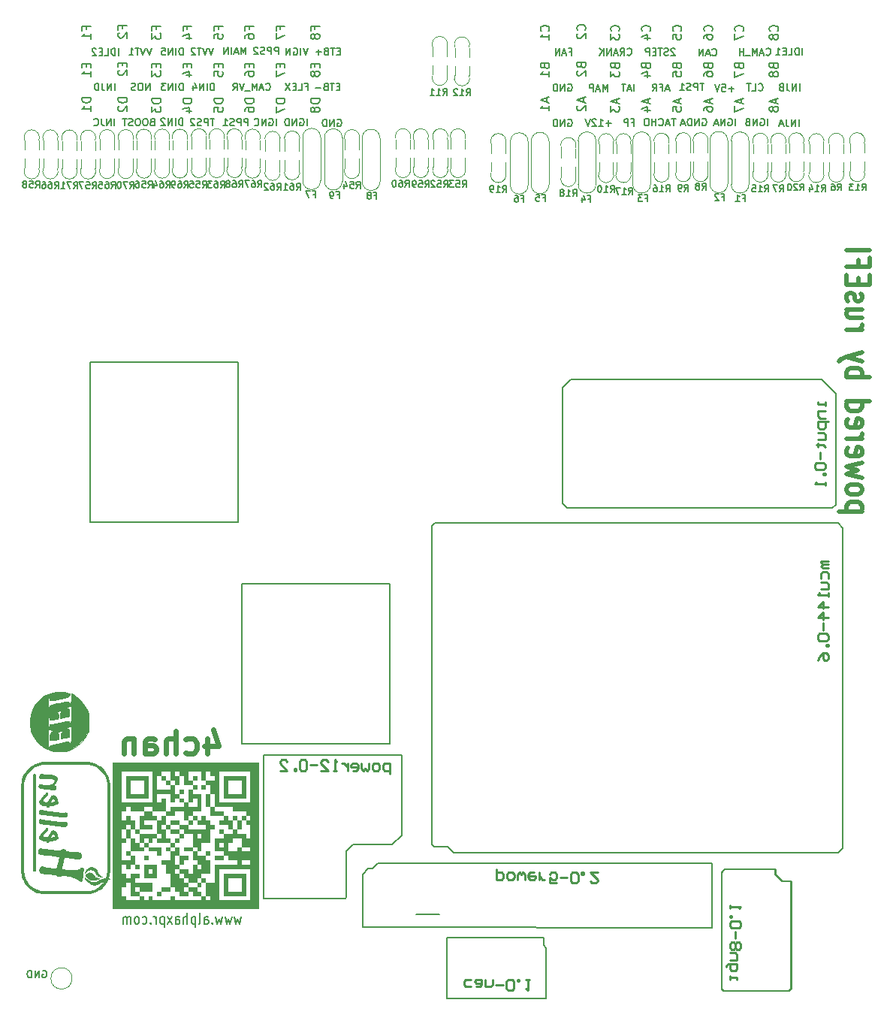
<source format=gbo>
G75*
G70*
%OFA0B0*%
%FSLAX25Y25*%
%IPPOS*%
%LPD*%
%AMOC8*
5,1,8,0,0,1.08239X$1,22.5*
%
%ADD10C,0.01969*%
%ADD106C,0.02362*%
%ADD143C,0.00472*%
%ADD150C,0.00500*%
%ADD176C,0.00669*%
%ADD192C,0.00591*%
%ADD206C,0.01000*%
%ADD226C,0.00390*%
%ADD35C,0.00512*%
%ADD50C,0.00010*%
%ADD56C,0.00787*%
X0000000Y0000000D02*
%LPD*%
G01*
D176*
X0332008Y0388614D02*
X0332008Y0391763D01*
X0328858Y0391613D02*
X0329158Y0391763D01*
X0329608Y0391763D01*
X0330058Y0391613D01*
X0330358Y0391313D01*
X0330508Y0391013D01*
X0330658Y0390413D01*
X0330658Y0389964D01*
X0330508Y0389364D01*
X0330358Y0389064D01*
X0330058Y0388764D01*
X0329608Y0388614D01*
X0329308Y0388614D01*
X0328858Y0388764D01*
X0328708Y0388914D01*
X0328708Y0389964D01*
X0329308Y0389964D01*
X0327359Y0388614D02*
X0327359Y0391763D01*
X0325559Y0388614D01*
X0325559Y0391763D01*
X0323009Y0390263D02*
X0322559Y0390114D01*
X0322409Y0389964D01*
X0322259Y0389664D01*
X0322259Y0389214D01*
X0322409Y0388914D01*
X0322559Y0388764D01*
X0322859Y0388614D01*
X0324059Y0388614D01*
X0324059Y0391763D01*
X0323009Y0391763D01*
X0322709Y0391613D01*
X0322559Y0391463D01*
X0322409Y0391163D01*
X0322409Y0390863D01*
X0322559Y0390563D01*
X0322709Y0390413D01*
X0323009Y0390263D01*
X0324059Y0390263D01*
X0269608Y0420139D02*
X0269758Y0419989D01*
X0270208Y0419839D01*
X0270508Y0419839D01*
X0270958Y0419989D01*
X0271258Y0420289D01*
X0271408Y0420589D01*
X0271558Y0421189D01*
X0271558Y0421639D01*
X0271408Y0422239D01*
X0271258Y0422539D01*
X0270958Y0422839D01*
X0270508Y0422989D01*
X0270208Y0422989D01*
X0269758Y0422839D01*
X0269608Y0422689D01*
X0266459Y0419839D02*
X0267509Y0421339D01*
X0268258Y0419839D02*
X0268258Y0422989D01*
X0267059Y0422989D01*
X0266759Y0422839D01*
X0266609Y0422689D01*
X0266459Y0422389D01*
X0266459Y0421939D01*
X0266609Y0421639D01*
X0266759Y0421489D01*
X0267059Y0421339D01*
X0268258Y0421339D01*
X0265259Y0420739D02*
X0263759Y0420739D01*
X0265559Y0419839D02*
X0264509Y0422989D01*
X0263459Y0419839D01*
X0262409Y0419839D02*
X0262409Y0422989D01*
X0260609Y0419839D01*
X0260609Y0422989D01*
X0259110Y0419839D02*
X0259110Y0422989D01*
X0257310Y0419839D02*
X0258660Y0421639D01*
X0257310Y0422989D02*
X0259110Y0421189D01*
X0100272Y0420229D02*
X0100272Y0423378D01*
X0099222Y0421129D01*
X0098172Y0423378D01*
X0098172Y0420229D01*
X0096822Y0421129D02*
X0095322Y0421129D01*
X0097122Y0420229D02*
X0096072Y0423378D01*
X0095022Y0420229D01*
X0093973Y0420229D02*
X0093973Y0423378D01*
X0092473Y0420229D02*
X0092473Y0423378D01*
X0090673Y0420229D01*
X0090673Y0423378D01*
X0142210Y0421682D02*
X0141160Y0421682D01*
X0140711Y0420032D02*
X0142210Y0420032D01*
X0142210Y0423181D01*
X0140711Y0423181D01*
X0139811Y0423181D02*
X0138011Y0423181D01*
X0138911Y0420032D02*
X0138911Y0423181D01*
X0135911Y0421682D02*
X0135461Y0421532D01*
X0135311Y0421382D01*
X0135161Y0421082D01*
X0135161Y0420632D01*
X0135311Y0420332D01*
X0135461Y0420182D01*
X0135761Y0420032D01*
X0136961Y0420032D01*
X0136961Y0423181D01*
X0135911Y0423181D01*
X0135611Y0423031D01*
X0135461Y0422882D01*
X0135311Y0422582D01*
X0135311Y0422282D01*
X0135461Y0421982D01*
X0135611Y0421832D01*
X0135911Y0421682D01*
X0136961Y0421682D01*
X0133811Y0421232D02*
X0131412Y0421232D01*
X0132612Y0420032D02*
X0132612Y0422432D01*
X0347269Y0419976D02*
X0347269Y0423126D01*
X0345769Y0419976D02*
X0345769Y0423126D01*
X0345019Y0423126D01*
X0344569Y0422976D01*
X0344269Y0422676D01*
X0344119Y0422376D01*
X0343969Y0421776D01*
X0343969Y0421326D01*
X0344119Y0420726D01*
X0344269Y0420426D01*
X0344569Y0420126D01*
X0345019Y0419976D01*
X0345769Y0419976D01*
X0341119Y0419976D02*
X0342619Y0419976D01*
X0342619Y0423126D01*
X0340070Y0421626D02*
X0339020Y0421626D01*
X0338570Y0419976D02*
X0340070Y0419976D01*
X0340070Y0423126D01*
X0338570Y0423126D01*
X0335570Y0419976D02*
X0337370Y0419976D01*
X0336470Y0419976D02*
X0336470Y0423126D01*
X0336770Y0422676D01*
X0337070Y0422376D01*
X0337370Y0422226D01*
D56*
X0098191Y0037627D02*
X0097441Y0034477D01*
X0096691Y0036727D01*
X0095941Y0034477D01*
X0095191Y0037627D01*
X0094066Y0037627D02*
X0093316Y0034477D01*
X0092567Y0036727D01*
X0091817Y0034477D01*
X0091067Y0037627D01*
X0089942Y0037627D02*
X0089192Y0034477D01*
X0088442Y0036727D01*
X0087692Y0034477D01*
X0086942Y0037627D01*
X0085442Y0034927D02*
X0085255Y0034702D01*
X0085442Y0034477D01*
X0085630Y0034702D01*
X0085442Y0034927D01*
X0085442Y0034477D01*
X0081880Y0034477D02*
X0081880Y0036952D01*
X0082068Y0037402D01*
X0082443Y0037627D01*
X0083193Y0037627D01*
X0083568Y0037402D01*
X0081880Y0034702D02*
X0082255Y0034477D01*
X0083193Y0034477D01*
X0083568Y0034702D01*
X0083755Y0035152D01*
X0083755Y0035602D01*
X0083568Y0036052D01*
X0083193Y0036277D01*
X0082255Y0036277D01*
X0081880Y0036502D01*
X0079443Y0034477D02*
X0079818Y0034702D01*
X0080006Y0035152D01*
X0080006Y0039201D01*
X0077943Y0037627D02*
X0077943Y0032902D01*
X0077943Y0037402D02*
X0077568Y0037627D01*
X0076819Y0037627D01*
X0076444Y0037402D01*
X0076256Y0037177D01*
X0076069Y0036727D01*
X0076069Y0035377D01*
X0076256Y0034927D01*
X0076444Y0034702D01*
X0076819Y0034477D01*
X0077568Y0034477D01*
X0077943Y0034702D01*
X0074381Y0034477D02*
X0074381Y0039201D01*
X0072694Y0034477D02*
X0072694Y0036952D01*
X0072882Y0037402D01*
X0073256Y0037627D01*
X0073819Y0037627D01*
X0074194Y0037402D01*
X0074381Y0037177D01*
X0069132Y0034477D02*
X0069132Y0036952D01*
X0069319Y0037402D01*
X0069694Y0037627D01*
X0070444Y0037627D01*
X0070819Y0037402D01*
X0069132Y0034702D02*
X0069507Y0034477D01*
X0070444Y0034477D01*
X0070819Y0034702D01*
X0071007Y0035152D01*
X0071007Y0035602D01*
X0070819Y0036052D01*
X0070444Y0036277D01*
X0069507Y0036277D01*
X0069132Y0036502D01*
X0067632Y0034477D02*
X0065570Y0037627D01*
X0067632Y0037627D02*
X0065570Y0034477D01*
X0064070Y0037627D02*
X0064070Y0032902D01*
X0064070Y0037402D02*
X0063695Y0037627D01*
X0062945Y0037627D01*
X0062570Y0037402D01*
X0062383Y0037177D01*
X0062195Y0036727D01*
X0062195Y0035377D01*
X0062383Y0034927D01*
X0062570Y0034702D01*
X0062945Y0034477D01*
X0063695Y0034477D01*
X0064070Y0034702D01*
X0060508Y0034477D02*
X0060508Y0037627D01*
X0060508Y0036727D02*
X0060321Y0037177D01*
X0060133Y0037402D01*
X0059758Y0037627D01*
X0059383Y0037627D01*
X0058071Y0034927D02*
X0057883Y0034702D01*
X0058071Y0034477D01*
X0058258Y0034702D01*
X0058071Y0034927D01*
X0058071Y0034477D01*
X0054509Y0034702D02*
X0054884Y0034477D01*
X0055634Y0034477D01*
X0056009Y0034702D01*
X0056196Y0034927D01*
X0056384Y0035377D01*
X0056384Y0036727D01*
X0056196Y0037177D01*
X0056009Y0037402D01*
X0055634Y0037627D01*
X0054884Y0037627D01*
X0054509Y0037402D01*
X0052259Y0034477D02*
X0052634Y0034702D01*
X0052822Y0034927D01*
X0053009Y0035377D01*
X0053009Y0036727D01*
X0052822Y0037177D01*
X0052634Y0037402D01*
X0052259Y0037627D01*
X0051697Y0037627D01*
X0051322Y0037402D01*
X0051134Y0037177D01*
X0050947Y0036727D01*
X0050947Y0035377D01*
X0051134Y0034927D01*
X0051322Y0034702D01*
X0051697Y0034477D01*
X0052259Y0034477D01*
X0049259Y0034477D02*
X0049259Y0037627D01*
X0049259Y0037177D02*
X0049072Y0037402D01*
X0048697Y0037627D01*
X0048135Y0037627D01*
X0047760Y0037402D01*
X0047572Y0036952D01*
X0047572Y0034477D01*
X0047572Y0036952D02*
X0047385Y0037402D01*
X0047010Y0037627D01*
X0046447Y0037627D01*
X0046072Y0037402D01*
X0045885Y0036952D01*
X0045885Y0034477D01*
D176*
X0058446Y0423181D02*
X0057396Y0420032D01*
X0056346Y0423181D01*
X0055746Y0423181D02*
X0054696Y0420032D01*
X0053646Y0423181D01*
X0053046Y0423181D02*
X0051247Y0423181D01*
X0052147Y0420032D02*
X0052147Y0423181D01*
X0048547Y0420032D02*
X0050347Y0420032D01*
X0049447Y0420032D02*
X0049447Y0423181D01*
X0049747Y0422732D01*
X0050047Y0422432D01*
X0050347Y0422282D01*
X0072244Y0388733D02*
X0072244Y0391882D01*
X0071494Y0391882D01*
X0071044Y0391732D01*
X0070744Y0391432D01*
X0070594Y0391132D01*
X0070444Y0390532D01*
X0070444Y0390082D01*
X0070594Y0389483D01*
X0070744Y0389183D01*
X0071044Y0388883D01*
X0071494Y0388733D01*
X0072244Y0388733D01*
X0069094Y0388733D02*
X0069094Y0391882D01*
X0067595Y0388733D02*
X0067595Y0391882D01*
X0065795Y0388733D01*
X0065795Y0391882D01*
X0064445Y0391582D02*
X0064295Y0391732D01*
X0063995Y0391882D01*
X0063245Y0391882D01*
X0062945Y0391732D01*
X0062795Y0391582D01*
X0062645Y0391282D01*
X0062645Y0390982D01*
X0062795Y0390532D01*
X0064595Y0388733D01*
X0062645Y0388733D01*
X0043766Y0419835D02*
X0043766Y0422985D01*
X0042267Y0419835D02*
X0042267Y0422985D01*
X0041517Y0422985D01*
X0041067Y0422835D01*
X0040767Y0422535D01*
X0040617Y0422235D01*
X0040467Y0421635D01*
X0040467Y0421185D01*
X0040617Y0420585D01*
X0040767Y0420285D01*
X0041067Y0419985D01*
X0041517Y0419835D01*
X0042267Y0419835D01*
X0037617Y0419835D02*
X0039117Y0419835D01*
X0039117Y0422985D01*
X0036567Y0421485D02*
X0035517Y0421485D01*
X0035067Y0419835D02*
X0036567Y0419835D01*
X0036567Y0422985D01*
X0035067Y0422985D01*
X0033868Y0422685D02*
X0033718Y0422835D01*
X0033418Y0422985D01*
X0032668Y0422985D01*
X0032368Y0422835D01*
X0032218Y0422685D01*
X0032068Y0422385D01*
X0032068Y0422085D01*
X0032218Y0421635D01*
X0034018Y0419835D01*
X0032068Y0419835D01*
X0127859Y0423181D02*
X0126809Y0420032D01*
X0125759Y0423181D01*
X0124709Y0420032D02*
X0124709Y0423181D01*
X0121560Y0423031D02*
X0121860Y0423181D01*
X0122310Y0423181D01*
X0122760Y0423031D01*
X0123060Y0422732D01*
X0123210Y0422432D01*
X0123360Y0421832D01*
X0123360Y0421382D01*
X0123210Y0420782D01*
X0123060Y0420482D01*
X0122760Y0420182D01*
X0122310Y0420032D01*
X0122010Y0420032D01*
X0121560Y0420182D01*
X0121410Y0420332D01*
X0121410Y0421382D01*
X0122010Y0421382D01*
X0120060Y0420032D02*
X0120060Y0423181D01*
X0118260Y0420032D01*
X0118260Y0423181D01*
X0142013Y0405934D02*
X0140964Y0405934D01*
X0140514Y0404284D02*
X0142013Y0404284D01*
X0142013Y0407433D01*
X0140514Y0407433D01*
X0139614Y0407433D02*
X0137814Y0407433D01*
X0138714Y0404284D02*
X0138714Y0407433D01*
X0135714Y0405934D02*
X0135264Y0405784D01*
X0135114Y0405634D01*
X0134964Y0405334D01*
X0134964Y0404884D01*
X0135114Y0404584D01*
X0135264Y0404434D01*
X0135564Y0404284D01*
X0136764Y0404284D01*
X0136764Y0407433D01*
X0135714Y0407433D01*
X0135414Y0407283D01*
X0135264Y0407133D01*
X0135114Y0406834D01*
X0135114Y0406534D01*
X0135264Y0406234D01*
X0135414Y0406084D01*
X0135714Y0405934D01*
X0136764Y0405934D01*
X0133615Y0405484D02*
X0131215Y0405484D01*
D106*
X0083373Y0116760D02*
X0083373Y0109936D01*
X0085810Y0120660D02*
X0088247Y0113348D01*
X0081910Y0113348D01*
X0073624Y0110424D02*
X0074599Y0109936D01*
X0076549Y0109936D01*
X0077523Y0110424D01*
X0078011Y0110911D01*
X0078498Y0111886D01*
X0078498Y0114811D01*
X0078011Y0115786D01*
X0077523Y0116273D01*
X0076549Y0116760D01*
X0074599Y0116760D01*
X0073624Y0116273D01*
X0069237Y0109936D02*
X0069237Y0120172D01*
X0064850Y0109936D02*
X0064850Y0115298D01*
X0065337Y0116273D01*
X0066312Y0116760D01*
X0067775Y0116760D01*
X0068750Y0116273D01*
X0069237Y0115786D01*
X0055589Y0109936D02*
X0055589Y0115298D01*
X0056076Y0116273D01*
X0057051Y0116760D01*
X0059001Y0116760D01*
X0059976Y0116273D01*
X0055589Y0110424D02*
X0056564Y0109936D01*
X0059001Y0109936D01*
X0059976Y0110424D01*
X0060463Y0111399D01*
X0060463Y0112373D01*
X0059976Y0113348D01*
X0059001Y0113836D01*
X0056564Y0113836D01*
X0055589Y0114323D01*
X0050714Y0116760D02*
X0050714Y0109936D01*
X0050714Y0115786D02*
X0050227Y0116273D01*
X0049252Y0116760D01*
X0047790Y0116760D01*
X0046815Y0116273D01*
X0046327Y0115298D01*
X0046327Y0109936D01*
D176*
X0126781Y0405934D02*
X0127831Y0405934D01*
X0127831Y0404284D02*
X0127831Y0407433D01*
X0126331Y0407433D01*
X0123631Y0404284D02*
X0125131Y0404284D01*
X0125131Y0407433D01*
X0122582Y0405934D02*
X0121532Y0405934D01*
X0121082Y0404284D02*
X0122582Y0404284D01*
X0122582Y0407433D01*
X0121082Y0407433D01*
X0120032Y0407433D02*
X0117932Y0404284D01*
X0117932Y0407433D02*
X0120032Y0404284D01*
X0109252Y0404584D02*
X0109402Y0404434D01*
X0109852Y0404284D01*
X0110152Y0404284D01*
X0110602Y0404434D01*
X0110902Y0404734D01*
X0111052Y0405034D01*
X0111202Y0405634D01*
X0111202Y0406084D01*
X0111052Y0406684D01*
X0110902Y0406984D01*
X0110602Y0407283D01*
X0110152Y0407433D01*
X0109852Y0407433D01*
X0109402Y0407283D01*
X0109252Y0407133D01*
X0108052Y0405184D02*
X0106552Y0405184D01*
X0108352Y0404284D02*
X0107302Y0407433D01*
X0106252Y0404284D01*
X0105202Y0404284D02*
X0105202Y0407433D01*
X0104153Y0405184D01*
X0103103Y0407433D01*
X0103103Y0404284D01*
X0102353Y0403984D02*
X0099953Y0403984D01*
X0099653Y0407433D02*
X0098603Y0404284D01*
X0097553Y0407433D01*
X0094704Y0404284D02*
X0095754Y0405784D01*
X0096504Y0404284D02*
X0096504Y0407433D01*
X0095304Y0407433D01*
X0095004Y0407283D01*
X0094854Y0407133D01*
X0094704Y0406834D01*
X0094704Y0406384D01*
X0094854Y0406084D01*
X0095004Y0405934D01*
X0095304Y0405784D01*
X0096504Y0405784D01*
X0058727Y0390186D02*
X0058277Y0390036D01*
X0058127Y0389886D01*
X0057977Y0389586D01*
X0057977Y0389136D01*
X0058127Y0388836D01*
X0058277Y0388686D01*
X0058577Y0388536D01*
X0059777Y0388536D01*
X0059777Y0391685D01*
X0058727Y0391685D01*
X0058427Y0391535D01*
X0058277Y0391385D01*
X0058127Y0391085D01*
X0058127Y0390786D01*
X0058277Y0390486D01*
X0058427Y0390336D01*
X0058727Y0390186D01*
X0059777Y0390186D01*
X0056027Y0391685D02*
X0055427Y0391685D01*
X0055127Y0391535D01*
X0054828Y0391235D01*
X0054678Y0390636D01*
X0054678Y0389586D01*
X0054828Y0388986D01*
X0055127Y0388686D01*
X0055427Y0388536D01*
X0056027Y0388536D01*
X0056327Y0388686D01*
X0056627Y0388986D01*
X0056777Y0389586D01*
X0056777Y0390636D01*
X0056627Y0391235D01*
X0056327Y0391535D01*
X0056027Y0391685D01*
X0052728Y0391685D02*
X0052128Y0391685D01*
X0051828Y0391535D01*
X0051528Y0391235D01*
X0051378Y0390636D01*
X0051378Y0389586D01*
X0051528Y0388986D01*
X0051828Y0388686D01*
X0052128Y0388536D01*
X0052728Y0388536D01*
X0053028Y0388686D01*
X0053328Y0388986D01*
X0053478Y0389586D01*
X0053478Y0390636D01*
X0053328Y0391235D01*
X0053028Y0391535D01*
X0052728Y0391685D01*
X0050178Y0388686D02*
X0049728Y0388536D01*
X0048978Y0388536D01*
X0048678Y0388686D01*
X0048528Y0388836D01*
X0048378Y0389136D01*
X0048378Y0389436D01*
X0048528Y0389736D01*
X0048678Y0389886D01*
X0048978Y0390036D01*
X0049578Y0390186D01*
X0049878Y0390336D01*
X0050028Y0390486D01*
X0050178Y0390786D01*
X0050178Y0391085D01*
X0050028Y0391385D01*
X0049878Y0391535D01*
X0049578Y0391685D01*
X0048828Y0391685D01*
X0048378Y0391535D01*
X0047478Y0391685D02*
X0045679Y0391685D01*
X0046579Y0388536D02*
X0046579Y0391685D01*
X0140982Y0391339D02*
X0141282Y0391489D01*
X0141732Y0391489D01*
X0142182Y0391339D01*
X0142482Y0391039D01*
X0142632Y0390739D01*
X0142782Y0390139D01*
X0142782Y0389689D01*
X0142632Y0389089D01*
X0142482Y0388789D01*
X0142182Y0388489D01*
X0141732Y0388339D01*
X0141432Y0388339D01*
X0140982Y0388489D01*
X0140832Y0388639D01*
X0140832Y0389689D01*
X0141432Y0389689D01*
X0139483Y0388339D02*
X0139483Y0391489D01*
X0137683Y0388339D01*
X0137683Y0391489D01*
X0136183Y0388339D02*
X0136183Y0391489D01*
X0135433Y0391489D01*
X0134983Y0391339D01*
X0134683Y0391039D01*
X0134533Y0390739D01*
X0134383Y0390139D01*
X0134383Y0389689D01*
X0134533Y0389089D01*
X0134683Y0388789D01*
X0134983Y0388489D01*
X0135433Y0388339D01*
X0136183Y0388339D01*
D10*
X0373847Y0217515D02*
X0363611Y0217515D01*
X0373360Y0217515D02*
X0373847Y0218340D01*
X0373847Y0219990D01*
X0373360Y0220815D01*
X0372872Y0221227D01*
X0371897Y0221639D01*
X0368973Y0221639D01*
X0367998Y0221227D01*
X0367510Y0220815D01*
X0367023Y0219990D01*
X0367023Y0218340D01*
X0367510Y0217515D01*
X0367023Y0226589D02*
X0367510Y0225764D01*
X0367998Y0225352D01*
X0368973Y0224939D01*
X0371897Y0224939D01*
X0372872Y0225352D01*
X0373360Y0225764D01*
X0373847Y0226589D01*
X0373847Y0227826D01*
X0373360Y0228651D01*
X0372872Y0229064D01*
X0371897Y0229476D01*
X0368973Y0229476D01*
X0367998Y0229064D01*
X0367510Y0228651D01*
X0367023Y0227826D01*
X0367023Y0226589D01*
X0373847Y0232363D02*
X0367023Y0234013D01*
X0371897Y0235663D01*
X0367023Y0237313D01*
X0373847Y0238962D01*
X0367510Y0245561D02*
X0367023Y0244737D01*
X0367023Y0243087D01*
X0367510Y0242262D01*
X0368485Y0241849D01*
X0372385Y0241849D01*
X0373360Y0242262D01*
X0373847Y0243087D01*
X0373847Y0244737D01*
X0373360Y0245561D01*
X0372385Y0245974D01*
X0371410Y0245974D01*
X0370435Y0241849D01*
X0367023Y0249686D02*
X0373847Y0249686D01*
X0371897Y0249686D02*
X0372872Y0250098D01*
X0373360Y0250511D01*
X0373847Y0251336D01*
X0373847Y0252161D01*
X0367510Y0258347D02*
X0367023Y0257523D01*
X0367023Y0255873D01*
X0367510Y0255048D01*
X0368485Y0254635D01*
X0372385Y0254635D01*
X0373360Y0255048D01*
X0373847Y0255873D01*
X0373847Y0257523D01*
X0373360Y0258347D01*
X0372385Y0258760D01*
X0371410Y0258760D01*
X0370435Y0254635D01*
X0367023Y0266184D02*
X0377259Y0266184D01*
X0367510Y0266184D02*
X0367023Y0265359D01*
X0367023Y0263709D01*
X0367510Y0262884D01*
X0367998Y0262472D01*
X0368973Y0262059D01*
X0371897Y0262059D01*
X0372872Y0262472D01*
X0373360Y0262884D01*
X0373847Y0263709D01*
X0373847Y0265359D01*
X0373360Y0266184D01*
X0367023Y0276908D02*
X0377259Y0276908D01*
X0373360Y0276908D02*
X0373847Y0277732D01*
X0373847Y0279382D01*
X0373360Y0280207D01*
X0372872Y0280620D01*
X0371897Y0281032D01*
X0368973Y0281032D01*
X0367998Y0280620D01*
X0367510Y0280207D01*
X0367023Y0279382D01*
X0367023Y0277732D01*
X0367510Y0276908D01*
X0373847Y0283919D02*
X0367023Y0285981D01*
X0373847Y0288044D02*
X0367023Y0285981D01*
X0364586Y0285157D01*
X0364098Y0284744D01*
X0363611Y0283919D01*
X0367023Y0297942D02*
X0373847Y0297942D01*
X0371897Y0297942D02*
X0372872Y0298355D01*
X0373360Y0298767D01*
X0373847Y0299592D01*
X0373847Y0300417D01*
X0373847Y0307016D02*
X0367023Y0307016D01*
X0373847Y0303304D02*
X0368485Y0303304D01*
X0367510Y0303717D01*
X0367023Y0304542D01*
X0367023Y0305779D01*
X0367510Y0306604D01*
X0367998Y0307016D01*
X0367510Y0310728D02*
X0367023Y0311553D01*
X0367023Y0313203D01*
X0367510Y0314028D01*
X0368485Y0314440D01*
X0368973Y0314440D01*
X0369948Y0314028D01*
X0370435Y0313203D01*
X0370435Y0311966D01*
X0370922Y0311141D01*
X0371897Y0310728D01*
X0372385Y0310728D01*
X0373360Y0311141D01*
X0373847Y0311966D01*
X0373847Y0313203D01*
X0373360Y0314028D01*
X0372385Y0318152D02*
X0372385Y0321040D01*
X0367023Y0322277D02*
X0367023Y0318152D01*
X0377259Y0318152D01*
X0377259Y0322277D01*
X0372385Y0328876D02*
X0372385Y0325989D01*
X0367023Y0325989D02*
X0377259Y0325989D01*
X0377259Y0330113D01*
X0367023Y0333413D02*
X0377259Y0333413D01*
D176*
X0042220Y0404284D02*
X0042220Y0407433D01*
X0040720Y0404284D02*
X0040720Y0407433D01*
X0038920Y0404284D01*
X0038920Y0407433D01*
X0036520Y0407433D02*
X0036520Y0405184D01*
X0036670Y0404734D01*
X0036970Y0404434D01*
X0037420Y0404284D01*
X0037720Y0404284D01*
X0035021Y0404284D02*
X0035021Y0407433D01*
X0034271Y0407433D01*
X0033821Y0407283D01*
X0033521Y0406984D01*
X0033371Y0406684D01*
X0033221Y0406084D01*
X0033221Y0405634D01*
X0033371Y0405034D01*
X0033521Y0404734D01*
X0033821Y0404434D01*
X0034271Y0404284D01*
X0035021Y0404284D01*
X0303699Y0407433D02*
X0301900Y0407433D01*
X0302800Y0404284D02*
X0302800Y0407433D01*
X0300850Y0404284D02*
X0300850Y0407433D01*
X0299650Y0407433D01*
X0299350Y0407283D01*
X0299200Y0407133D01*
X0299050Y0406834D01*
X0299050Y0406384D01*
X0299200Y0406084D01*
X0299350Y0405934D01*
X0299650Y0405784D01*
X0300850Y0405784D01*
X0297850Y0404434D02*
X0297400Y0404284D01*
X0296650Y0404284D01*
X0296350Y0404434D01*
X0296200Y0404584D01*
X0296050Y0404884D01*
X0296050Y0405184D01*
X0296200Y0405484D01*
X0296350Y0405634D01*
X0296650Y0405784D01*
X0297250Y0405934D01*
X0297550Y0406084D01*
X0297700Y0406234D01*
X0297850Y0406534D01*
X0297850Y0406834D01*
X0297700Y0407133D01*
X0297550Y0407283D01*
X0297250Y0407433D01*
X0296500Y0407433D01*
X0296050Y0407283D01*
X0293051Y0404284D02*
X0294851Y0404284D01*
X0293951Y0404284D02*
X0293951Y0407433D01*
X0294251Y0406984D01*
X0294551Y0406684D01*
X0294851Y0406534D01*
X0345831Y0388339D02*
X0345831Y0391489D01*
X0344331Y0388339D02*
X0344331Y0391489D01*
X0342532Y0388339D01*
X0342532Y0391489D01*
X0340132Y0391489D02*
X0340132Y0389239D01*
X0340282Y0388789D01*
X0340582Y0388489D01*
X0341032Y0388339D01*
X0341332Y0388339D01*
X0338782Y0389239D02*
X0337282Y0389239D01*
X0339082Y0388339D02*
X0338032Y0391489D01*
X0336982Y0388339D01*
X0042023Y0388536D02*
X0042023Y0391685D01*
X0040523Y0388536D02*
X0040523Y0391685D01*
X0038723Y0388536D01*
X0038723Y0391685D01*
X0036324Y0391685D02*
X0036324Y0389436D01*
X0036474Y0388986D01*
X0036774Y0388686D01*
X0037223Y0388536D01*
X0037523Y0388536D01*
X0033024Y0388836D02*
X0033174Y0388686D01*
X0033624Y0388536D01*
X0033924Y0388536D01*
X0034374Y0388686D01*
X0034674Y0388986D01*
X0034824Y0389286D01*
X0034974Y0389886D01*
X0034974Y0390336D01*
X0034824Y0390936D01*
X0034674Y0391235D01*
X0034374Y0391535D01*
X0033924Y0391685D01*
X0033624Y0391685D01*
X0033174Y0391535D01*
X0033024Y0391385D01*
X0307393Y0419864D02*
X0307543Y0419714D01*
X0307993Y0419564D01*
X0308293Y0419564D01*
X0308743Y0419714D01*
X0309043Y0420014D01*
X0309192Y0420314D01*
X0309342Y0420914D01*
X0309342Y0421364D01*
X0309192Y0421964D01*
X0309043Y0422264D01*
X0308743Y0422564D01*
X0308293Y0422714D01*
X0307993Y0422714D01*
X0307543Y0422564D01*
X0307393Y0422414D01*
X0306193Y0420464D02*
X0304693Y0420464D01*
X0306493Y0419564D02*
X0305443Y0422714D01*
X0304393Y0419564D01*
X0303343Y0419564D02*
X0303343Y0422714D01*
X0301543Y0419564D01*
X0301543Y0422714D01*
X0271603Y0390126D02*
X0272653Y0390126D01*
X0272653Y0388476D02*
X0272653Y0391626D01*
X0271153Y0391626D01*
X0269953Y0388476D02*
X0269953Y0391626D01*
X0268753Y0391626D01*
X0268453Y0391476D01*
X0268303Y0391326D01*
X0268153Y0391026D01*
X0268153Y0390576D01*
X0268303Y0390276D01*
X0268453Y0390126D01*
X0268753Y0389976D01*
X0269953Y0389976D01*
X0127437Y0388536D02*
X0127437Y0391685D01*
X0124288Y0391535D02*
X0124588Y0391685D01*
X0125037Y0391685D01*
X0125487Y0391535D01*
X0125787Y0391235D01*
X0125937Y0390936D01*
X0126087Y0390336D01*
X0126087Y0389886D01*
X0125937Y0389286D01*
X0125787Y0388986D01*
X0125487Y0388686D01*
X0125037Y0388536D01*
X0124738Y0388536D01*
X0124288Y0388686D01*
X0124138Y0388836D01*
X0124138Y0389886D01*
X0124738Y0389886D01*
X0122788Y0388536D02*
X0122788Y0391685D01*
X0120988Y0388536D01*
X0120988Y0391685D01*
X0119488Y0388536D02*
X0119488Y0391685D01*
X0118738Y0391685D01*
X0118288Y0391535D01*
X0117988Y0391235D01*
X0117838Y0390936D01*
X0117688Y0390336D01*
X0117688Y0389886D01*
X0117838Y0389286D01*
X0117988Y0388986D01*
X0118288Y0388686D01*
X0118738Y0388536D01*
X0119488Y0388536D01*
X0317635Y0388614D02*
X0317635Y0391763D01*
X0314485Y0391613D02*
X0314785Y0391763D01*
X0315235Y0391763D01*
X0315685Y0391613D01*
X0315985Y0391313D01*
X0316135Y0391013D01*
X0316285Y0390413D01*
X0316285Y0389964D01*
X0316135Y0389364D01*
X0315985Y0389064D01*
X0315685Y0388764D01*
X0315235Y0388614D01*
X0314935Y0388614D01*
X0314485Y0388764D01*
X0314335Y0388914D01*
X0314335Y0389964D01*
X0314935Y0389964D01*
X0312985Y0388614D02*
X0312985Y0391763D01*
X0311186Y0388614D01*
X0311186Y0391763D01*
X0309836Y0389514D02*
X0308336Y0389514D01*
X0310136Y0388614D02*
X0309086Y0391763D01*
X0308036Y0388614D01*
X0327884Y0404342D02*
X0328034Y0404192D01*
X0328484Y0404042D01*
X0328784Y0404042D01*
X0329234Y0404192D01*
X0329534Y0404492D01*
X0329684Y0404792D01*
X0329834Y0405392D01*
X0329834Y0405842D01*
X0329684Y0406442D01*
X0329534Y0406742D01*
X0329234Y0407042D01*
X0328784Y0407192D01*
X0328484Y0407192D01*
X0328034Y0407042D01*
X0327884Y0406892D01*
X0325035Y0404042D02*
X0326534Y0404042D01*
X0326534Y0407192D01*
X0324435Y0407192D02*
X0322635Y0407192D01*
X0323535Y0404042D02*
X0323535Y0407192D01*
X0243345Y0391339D02*
X0243645Y0391489D01*
X0244094Y0391489D01*
X0244544Y0391339D01*
X0244844Y0391039D01*
X0244994Y0390739D01*
X0245144Y0390139D01*
X0245144Y0389689D01*
X0244994Y0389089D01*
X0244844Y0388789D01*
X0244544Y0388489D01*
X0244094Y0388339D01*
X0243795Y0388339D01*
X0243345Y0388489D01*
X0243195Y0388639D01*
X0243195Y0389689D01*
X0243795Y0389689D01*
X0241845Y0388339D02*
X0241845Y0391489D01*
X0240045Y0388339D01*
X0240045Y0391489D01*
X0238545Y0388339D02*
X0238545Y0391489D01*
X0237795Y0391489D01*
X0237345Y0391339D01*
X0237045Y0391039D01*
X0236895Y0390739D01*
X0236745Y0390139D01*
X0236745Y0389689D01*
X0236895Y0389089D01*
X0237045Y0388789D01*
X0237345Y0388489D01*
X0237795Y0388339D01*
X0238545Y0388339D01*
X0086380Y0391685D02*
X0084580Y0391685D01*
X0085480Y0388536D02*
X0085480Y0391685D01*
X0083530Y0388536D02*
X0083530Y0391685D01*
X0082330Y0391685D01*
X0082030Y0391535D01*
X0081880Y0391385D01*
X0081730Y0391085D01*
X0081730Y0390636D01*
X0081880Y0390336D01*
X0082030Y0390186D01*
X0082330Y0390036D01*
X0083530Y0390036D01*
X0080531Y0388686D02*
X0080081Y0388536D01*
X0079331Y0388536D01*
X0079031Y0388686D01*
X0078881Y0388836D01*
X0078731Y0389136D01*
X0078731Y0389436D01*
X0078881Y0389736D01*
X0079031Y0389886D01*
X0079331Y0390036D01*
X0079931Y0390186D01*
X0080231Y0390336D01*
X0080381Y0390486D01*
X0080531Y0390786D01*
X0080531Y0391085D01*
X0080381Y0391385D01*
X0080231Y0391535D01*
X0079931Y0391685D01*
X0079181Y0391685D01*
X0078731Y0391535D01*
X0077531Y0391385D02*
X0077381Y0391535D01*
X0077081Y0391685D01*
X0076331Y0391685D01*
X0076031Y0391535D01*
X0075881Y0391385D01*
X0075731Y0391085D01*
X0075731Y0390786D01*
X0075881Y0390336D01*
X0077681Y0388536D01*
X0075731Y0388536D01*
X0243345Y0406998D02*
X0243645Y0407148D01*
X0244094Y0407148D01*
X0244544Y0406998D01*
X0244844Y0406698D01*
X0244994Y0406398D01*
X0245144Y0405798D01*
X0245144Y0405348D01*
X0244994Y0404748D01*
X0244844Y0404448D01*
X0244544Y0404148D01*
X0244094Y0403998D01*
X0243795Y0403998D01*
X0243345Y0404148D01*
X0243195Y0404298D01*
X0243195Y0405348D01*
X0243795Y0405348D01*
X0241845Y0403998D02*
X0241845Y0407148D01*
X0240045Y0403998D01*
X0240045Y0407148D01*
X0238545Y0403998D02*
X0238545Y0407148D01*
X0237795Y0407148D01*
X0237345Y0406998D01*
X0237045Y0406698D01*
X0236895Y0406398D01*
X0236745Y0405798D01*
X0236745Y0405348D01*
X0236895Y0404748D01*
X0237045Y0404448D01*
X0237345Y0404148D01*
X0237795Y0403998D01*
X0238545Y0403998D01*
X0101265Y0388536D02*
X0101265Y0391685D01*
X0100066Y0391685D01*
X0099766Y0391535D01*
X0099616Y0391385D01*
X0099466Y0391085D01*
X0099466Y0390636D01*
X0099616Y0390336D01*
X0099766Y0390186D01*
X0100066Y0390036D01*
X0101265Y0390036D01*
X0098116Y0388536D02*
X0098116Y0391685D01*
X0096916Y0391685D01*
X0096616Y0391535D01*
X0096466Y0391385D01*
X0096316Y0391085D01*
X0096316Y0390636D01*
X0096466Y0390336D01*
X0096616Y0390186D01*
X0096916Y0390036D01*
X0098116Y0390036D01*
X0095116Y0388686D02*
X0094666Y0388536D01*
X0093916Y0388536D01*
X0093616Y0388686D01*
X0093466Y0388836D01*
X0093316Y0389136D01*
X0093316Y0389436D01*
X0093466Y0389736D01*
X0093616Y0389886D01*
X0093916Y0390036D01*
X0094516Y0390186D01*
X0094816Y0390336D01*
X0094966Y0390486D01*
X0095116Y0390786D01*
X0095116Y0391085D01*
X0094966Y0391385D01*
X0094816Y0391535D01*
X0094516Y0391685D01*
X0093766Y0391685D01*
X0093316Y0391535D01*
X0090317Y0388536D02*
X0092117Y0388536D01*
X0091217Y0388536D02*
X0091217Y0391685D01*
X0091517Y0391235D01*
X0091817Y0390936D01*
X0092117Y0390786D01*
X0346194Y0404042D02*
X0346194Y0407192D01*
X0344694Y0404042D02*
X0344694Y0407192D01*
X0342894Y0404042D01*
X0342894Y0407192D01*
X0340494Y0407192D02*
X0340494Y0404942D01*
X0340644Y0404492D01*
X0340944Y0404192D01*
X0341394Y0404042D01*
X0341694Y0404042D01*
X0337945Y0405692D02*
X0337495Y0405542D01*
X0337345Y0405392D01*
X0337195Y0405092D01*
X0337195Y0404642D01*
X0337345Y0404342D01*
X0337495Y0404192D01*
X0337795Y0404042D01*
X0338994Y0404042D01*
X0338994Y0407192D01*
X0337945Y0407192D01*
X0337645Y0407042D01*
X0337495Y0406892D01*
X0337345Y0406592D01*
X0337345Y0406292D01*
X0337495Y0405992D01*
X0337645Y0405842D01*
X0337945Y0405692D01*
X0338994Y0405692D01*
X0086220Y0404284D02*
X0086220Y0407433D01*
X0085471Y0407433D01*
X0085021Y0407283D01*
X0084721Y0406984D01*
X0084571Y0406684D01*
X0084421Y0406084D01*
X0084421Y0405634D01*
X0084571Y0405034D01*
X0084721Y0404734D01*
X0085021Y0404434D01*
X0085471Y0404284D01*
X0086220Y0404284D01*
X0083071Y0404284D02*
X0083071Y0407433D01*
X0081571Y0404284D02*
X0081571Y0407433D01*
X0079771Y0404284D01*
X0079771Y0407433D01*
X0076922Y0406384D02*
X0076922Y0404284D01*
X0077672Y0407583D02*
X0078421Y0405334D01*
X0076472Y0405334D01*
X0288163Y0404805D02*
X0286664Y0404805D01*
X0288463Y0403905D02*
X0287413Y0407055D01*
X0286364Y0403905D01*
X0284264Y0405555D02*
X0285314Y0405555D01*
X0285314Y0403905D02*
X0285314Y0407055D01*
X0283814Y0407055D01*
X0280814Y0403905D02*
X0281864Y0405405D01*
X0282614Y0403905D02*
X0282614Y0407055D01*
X0281414Y0407055D01*
X0281114Y0406905D01*
X0280964Y0406755D01*
X0280814Y0406455D01*
X0280814Y0406005D01*
X0280964Y0405705D01*
X0281114Y0405555D01*
X0281414Y0405405D01*
X0282614Y0405405D01*
X0290813Y0422689D02*
X0290663Y0422839D01*
X0290363Y0422989D01*
X0289613Y0422989D01*
X0289313Y0422839D01*
X0289163Y0422689D01*
X0289014Y0422389D01*
X0289014Y0422089D01*
X0289163Y0421639D01*
X0290963Y0419839D01*
X0289014Y0419839D01*
X0287814Y0419989D02*
X0287364Y0419839D01*
X0286614Y0419839D01*
X0286314Y0419989D01*
X0286164Y0420139D01*
X0286014Y0420439D01*
X0286014Y0420739D01*
X0286164Y0421039D01*
X0286314Y0421189D01*
X0286614Y0421339D01*
X0287214Y0421489D01*
X0287514Y0421639D01*
X0287664Y0421789D01*
X0287814Y0422089D01*
X0287814Y0422389D01*
X0287664Y0422689D01*
X0287514Y0422839D01*
X0287214Y0422989D01*
X0286464Y0422989D01*
X0286014Y0422839D01*
X0285114Y0422989D02*
X0283314Y0422989D01*
X0284214Y0419839D02*
X0284214Y0422989D01*
X0282264Y0421489D02*
X0281214Y0421489D01*
X0280765Y0419839D02*
X0282264Y0419839D01*
X0282264Y0422989D01*
X0280765Y0422989D01*
X0279415Y0419839D02*
X0279415Y0422989D01*
X0278215Y0422989D01*
X0277915Y0422839D01*
X0277765Y0422689D01*
X0277615Y0422389D01*
X0277615Y0421939D01*
X0277765Y0421639D01*
X0277915Y0421489D01*
X0278215Y0421339D01*
X0279415Y0421339D01*
X0331271Y0420139D02*
X0331421Y0419989D01*
X0331871Y0419839D01*
X0332171Y0419839D01*
X0332621Y0419989D01*
X0332921Y0420289D01*
X0333071Y0420589D01*
X0333221Y0421189D01*
X0333221Y0421639D01*
X0333071Y0422239D01*
X0332921Y0422539D01*
X0332621Y0422839D01*
X0332171Y0422989D01*
X0331871Y0422989D01*
X0331421Y0422839D01*
X0331271Y0422689D01*
X0330072Y0420739D02*
X0328572Y0420739D01*
X0330372Y0419839D02*
X0329322Y0422989D01*
X0328272Y0419839D01*
X0327222Y0419839D02*
X0327222Y0422989D01*
X0326172Y0420739D01*
X0325122Y0422989D01*
X0325122Y0419839D01*
X0324372Y0419539D02*
X0321973Y0419539D01*
X0321223Y0419839D02*
X0321223Y0422989D01*
X0321223Y0421489D02*
X0319423Y0421489D01*
X0319423Y0419839D02*
X0319423Y0422989D01*
X0243907Y0421489D02*
X0244957Y0421489D01*
X0244957Y0419839D02*
X0244957Y0422989D01*
X0243457Y0422989D01*
X0242407Y0420739D02*
X0240907Y0420739D01*
X0242707Y0419839D02*
X0241657Y0422989D01*
X0240607Y0419839D01*
X0239557Y0419839D02*
X0239557Y0422989D01*
X0237757Y0419839D01*
X0237757Y0422989D01*
X0113855Y0388536D02*
X0113855Y0391685D01*
X0110705Y0391535D02*
X0111005Y0391685D01*
X0111455Y0391685D01*
X0111905Y0391535D01*
X0112205Y0391235D01*
X0112355Y0390936D01*
X0112505Y0390336D01*
X0112505Y0389886D01*
X0112355Y0389286D01*
X0112205Y0388986D01*
X0111905Y0388686D01*
X0111455Y0388536D01*
X0111155Y0388536D01*
X0110705Y0388686D01*
X0110555Y0388836D01*
X0110555Y0389886D01*
X0111155Y0389886D01*
X0109205Y0388536D02*
X0109205Y0391685D01*
X0107405Y0388536D01*
X0107405Y0391685D01*
X0104106Y0388836D02*
X0104256Y0388686D01*
X0104706Y0388536D01*
X0105006Y0388536D01*
X0105456Y0388686D01*
X0105756Y0388986D01*
X0105906Y0389286D01*
X0106055Y0389886D01*
X0106055Y0390336D01*
X0105906Y0390936D01*
X0105756Y0391235D01*
X0105456Y0391535D01*
X0105006Y0391685D01*
X0104706Y0391685D01*
X0104256Y0391535D01*
X0104106Y0391385D01*
X0114848Y0420229D02*
X0114848Y0423378D01*
X0113648Y0423378D01*
X0113348Y0423228D01*
X0113198Y0423078D01*
X0113048Y0422778D01*
X0113048Y0422328D01*
X0113198Y0422029D01*
X0113348Y0421879D01*
X0113648Y0421729D01*
X0114848Y0421729D01*
X0111699Y0420229D02*
X0111699Y0423378D01*
X0110499Y0423378D01*
X0110199Y0423228D01*
X0110049Y0423078D01*
X0109899Y0422778D01*
X0109899Y0422328D01*
X0110049Y0422029D01*
X0110199Y0421879D01*
X0110499Y0421729D01*
X0111699Y0421729D01*
X0108699Y0420379D02*
X0108249Y0420229D01*
X0107499Y0420229D01*
X0107199Y0420379D01*
X0107049Y0420529D01*
X0106899Y0420829D01*
X0106899Y0421129D01*
X0107049Y0421429D01*
X0107199Y0421579D01*
X0107499Y0421729D01*
X0108099Y0421879D01*
X0108399Y0422029D01*
X0108549Y0422178D01*
X0108699Y0422478D01*
X0108699Y0422778D01*
X0108549Y0423078D01*
X0108399Y0423228D01*
X0108099Y0423378D01*
X0107349Y0423378D01*
X0106899Y0423228D01*
X0105699Y0423078D02*
X0105549Y0423228D01*
X0105249Y0423378D01*
X0104499Y0423378D01*
X0104199Y0423228D01*
X0104049Y0423078D01*
X0103900Y0422778D01*
X0103900Y0422478D01*
X0104049Y0422029D01*
X0105849Y0420229D01*
X0103900Y0420229D01*
X0010137Y0013622D02*
X0010444Y0013776D01*
X0010906Y0013776D01*
X0011367Y0013622D01*
X0011674Y0013315D01*
X0011828Y0013007D01*
X0011982Y0012392D01*
X0011982Y0011931D01*
X0011828Y0011316D01*
X0011674Y0011009D01*
X0011367Y0010701D01*
X0010906Y0010547D01*
X0010598Y0010547D01*
X0010137Y0010701D01*
X0009983Y0010855D01*
X0009983Y0011931D01*
X0010598Y0011931D01*
X0008600Y0010547D02*
X0008600Y0013776D01*
X0006755Y0010547D01*
X0006755Y0013776D01*
X0005217Y0010547D02*
X0005217Y0013776D01*
X0004449Y0013776D01*
X0003988Y0013622D01*
X0003680Y0013315D01*
X0003526Y0013007D01*
X0003373Y0012392D01*
X0003373Y0011931D01*
X0003526Y0011316D01*
X0003680Y0011009D01*
X0003988Y0010701D01*
X0004449Y0010547D01*
X0005217Y0010547D01*
X0072441Y0404284D02*
X0072441Y0407433D01*
X0071691Y0407433D01*
X0071241Y0407283D01*
X0070941Y0406984D01*
X0070791Y0406684D01*
X0070641Y0406084D01*
X0070641Y0405634D01*
X0070791Y0405034D01*
X0070941Y0404734D01*
X0071241Y0404434D01*
X0071691Y0404284D01*
X0072441Y0404284D01*
X0069291Y0404284D02*
X0069291Y0407433D01*
X0067792Y0404284D02*
X0067792Y0407433D01*
X0065992Y0404284D01*
X0065992Y0407433D01*
X0064792Y0407433D02*
X0062842Y0407433D01*
X0063892Y0406234D01*
X0063442Y0406234D01*
X0063142Y0406084D01*
X0062992Y0405934D01*
X0062842Y0405634D01*
X0062842Y0404884D01*
X0062992Y0404584D01*
X0063142Y0404434D01*
X0063442Y0404284D01*
X0064342Y0404284D01*
X0064642Y0404434D01*
X0064792Y0404584D01*
X0302936Y0391613D02*
X0303236Y0391763D01*
X0303686Y0391763D01*
X0304136Y0391613D01*
X0304436Y0391313D01*
X0304586Y0391013D01*
X0304736Y0390413D01*
X0304736Y0389964D01*
X0304586Y0389364D01*
X0304436Y0389064D01*
X0304136Y0388764D01*
X0303686Y0388614D01*
X0303386Y0388614D01*
X0302936Y0388764D01*
X0302786Y0388914D01*
X0302786Y0389964D01*
X0303386Y0389964D01*
X0301436Y0388614D02*
X0301436Y0391763D01*
X0299637Y0388614D01*
X0299637Y0391763D01*
X0298137Y0388614D02*
X0298137Y0391763D01*
X0297387Y0391763D01*
X0296937Y0391613D01*
X0296637Y0391313D01*
X0296487Y0391013D01*
X0296337Y0390413D01*
X0296337Y0389964D01*
X0296487Y0389364D01*
X0296637Y0389064D01*
X0296937Y0388764D01*
X0297387Y0388614D01*
X0298137Y0388614D01*
X0295137Y0389514D02*
X0293637Y0389514D01*
X0295437Y0388614D02*
X0294387Y0391763D01*
X0293337Y0388614D01*
X0316972Y0404967D02*
X0314573Y0404967D01*
X0315773Y0403768D02*
X0315773Y0406167D01*
X0311573Y0406917D02*
X0313073Y0406917D01*
X0313223Y0405417D01*
X0313073Y0405567D01*
X0312773Y0405717D01*
X0312023Y0405717D01*
X0311723Y0405567D01*
X0311573Y0405417D01*
X0311423Y0405117D01*
X0311423Y0404367D01*
X0311573Y0404067D01*
X0311723Y0403918D01*
X0312023Y0403768D01*
X0312773Y0403768D01*
X0313073Y0403918D01*
X0313223Y0404067D01*
X0310523Y0406917D02*
X0309473Y0403768D01*
X0308423Y0406917D01*
X0057790Y0404284D02*
X0057790Y0407433D01*
X0055990Y0404284D01*
X0055990Y0407433D01*
X0053890Y0407433D02*
X0053290Y0407433D01*
X0052990Y0407283D01*
X0052690Y0406984D01*
X0052540Y0406384D01*
X0052540Y0405334D01*
X0052690Y0404734D01*
X0052990Y0404434D01*
X0053290Y0404284D01*
X0053890Y0404284D01*
X0054190Y0404434D01*
X0054490Y0404734D01*
X0054640Y0405334D01*
X0054640Y0406384D01*
X0054490Y0406984D01*
X0054190Y0407283D01*
X0053890Y0407433D01*
X0051340Y0404434D02*
X0050891Y0404284D01*
X0050141Y0404284D01*
X0049841Y0404434D01*
X0049691Y0404584D01*
X0049541Y0404884D01*
X0049541Y0405184D01*
X0049691Y0405484D01*
X0049841Y0405634D01*
X0050141Y0405784D01*
X0050741Y0405934D01*
X0051040Y0406084D01*
X0051190Y0406234D01*
X0051340Y0406534D01*
X0051340Y0406834D01*
X0051190Y0407133D01*
X0051040Y0407283D01*
X0050741Y0407433D01*
X0049991Y0407433D01*
X0049541Y0407283D01*
X0260853Y0403768D02*
X0260853Y0406917D01*
X0259804Y0404667D01*
X0258754Y0406917D01*
X0258754Y0403768D01*
X0257404Y0404667D02*
X0255904Y0404667D01*
X0257704Y0403768D02*
X0256654Y0406917D01*
X0255604Y0403768D01*
X0254554Y0403768D02*
X0254554Y0406917D01*
X0253354Y0406917D01*
X0253054Y0406767D01*
X0252904Y0406617D01*
X0252754Y0406317D01*
X0252754Y0405867D01*
X0252904Y0405567D01*
X0253054Y0405417D01*
X0253354Y0405267D01*
X0254554Y0405267D01*
X0086005Y0423181D02*
X0084955Y0420032D01*
X0083905Y0423181D01*
X0083305Y0423181D02*
X0082255Y0420032D01*
X0081205Y0423181D01*
X0080606Y0423181D02*
X0078806Y0423181D01*
X0079706Y0420032D02*
X0079706Y0423181D01*
X0077906Y0422882D02*
X0077756Y0423031D01*
X0077456Y0423181D01*
X0076706Y0423181D01*
X0076406Y0423031D01*
X0076256Y0422882D01*
X0076106Y0422582D01*
X0076106Y0422282D01*
X0076256Y0421832D01*
X0078056Y0420032D01*
X0076106Y0420032D01*
X0272615Y0403905D02*
X0272615Y0407055D01*
X0271266Y0404805D02*
X0269766Y0404805D01*
X0271566Y0403905D02*
X0270516Y0407055D01*
X0269466Y0403905D01*
X0268866Y0407055D02*
X0267066Y0407055D01*
X0267966Y0403905D02*
X0267966Y0407055D01*
X0072441Y0420032D02*
X0072441Y0423181D01*
X0071691Y0423181D01*
X0071241Y0423031D01*
X0070941Y0422732D01*
X0070791Y0422432D01*
X0070641Y0421832D01*
X0070641Y0421382D01*
X0070791Y0420782D01*
X0070941Y0420482D01*
X0071241Y0420182D01*
X0071691Y0420032D01*
X0072441Y0420032D01*
X0069291Y0420032D02*
X0069291Y0423181D01*
X0067792Y0420032D02*
X0067792Y0423181D01*
X0065992Y0420032D01*
X0065992Y0423181D01*
X0062992Y0423181D02*
X0064492Y0423181D01*
X0064642Y0421682D01*
X0064492Y0421832D01*
X0064192Y0421982D01*
X0063442Y0421982D01*
X0063142Y0421832D01*
X0062992Y0421682D01*
X0062842Y0421382D01*
X0062842Y0420632D01*
X0062992Y0420332D01*
X0063142Y0420182D01*
X0063442Y0420032D01*
X0064192Y0420032D01*
X0064492Y0420182D01*
X0064642Y0420332D01*
X0262566Y0389676D02*
X0260166Y0389676D01*
X0261366Y0388476D02*
X0261366Y0390876D01*
X0257016Y0388476D02*
X0258816Y0388476D01*
X0257916Y0388476D02*
X0257916Y0391626D01*
X0258216Y0391176D01*
X0258516Y0390876D01*
X0258816Y0390726D01*
X0255816Y0391326D02*
X0255666Y0391476D01*
X0255367Y0391626D01*
X0254617Y0391626D01*
X0254317Y0391476D01*
X0254167Y0391326D01*
X0254017Y0391026D01*
X0254017Y0390726D01*
X0254167Y0390276D01*
X0255966Y0388476D01*
X0254017Y0388476D01*
X0253117Y0391626D02*
X0252067Y0388476D01*
X0251017Y0391626D01*
X0291063Y0391763D02*
X0289264Y0391763D01*
X0290164Y0388614D02*
X0290164Y0391763D01*
X0288364Y0389514D02*
X0286864Y0389514D01*
X0288664Y0388614D02*
X0287614Y0391763D01*
X0286564Y0388614D01*
X0283714Y0388914D02*
X0283864Y0388764D01*
X0284314Y0388614D01*
X0284614Y0388614D01*
X0285064Y0388764D01*
X0285364Y0389064D01*
X0285514Y0389364D01*
X0285664Y0389964D01*
X0285664Y0390413D01*
X0285514Y0391013D01*
X0285364Y0391313D01*
X0285064Y0391613D01*
X0284614Y0391763D01*
X0284314Y0391763D01*
X0283864Y0391613D01*
X0283714Y0391463D01*
X0282365Y0388614D02*
X0282365Y0391763D01*
X0282365Y0390263D02*
X0280565Y0390263D01*
X0280565Y0388614D02*
X0280565Y0391763D01*
X0278465Y0391763D02*
X0277865Y0391763D01*
X0277565Y0391613D01*
X0277265Y0391313D01*
X0277115Y0390713D01*
X0277115Y0389664D01*
X0277265Y0389064D01*
X0277565Y0388764D01*
X0277865Y0388614D01*
X0278465Y0388614D01*
X0278765Y0388764D01*
X0279065Y0389064D01*
X0279215Y0389664D01*
X0279215Y0390713D01*
X0279065Y0391313D01*
X0278765Y0391613D01*
X0278465Y0391763D01*
D35*
X0302780Y0360171D02*
X0303764Y0361577D01*
X0304467Y0360171D02*
X0304467Y0363124D01*
X0303342Y0363124D01*
X0303061Y0362983D01*
X0302920Y0362843D01*
X0302780Y0362561D01*
X0302780Y0362139D01*
X0302920Y0361858D01*
X0303061Y0361718D01*
X0303342Y0361577D01*
X0304467Y0361577D01*
X0301092Y0361858D02*
X0301374Y0361999D01*
X0301514Y0362139D01*
X0301655Y0362421D01*
X0301655Y0362561D01*
X0301514Y0362843D01*
X0301374Y0362983D01*
X0301092Y0363124D01*
X0300530Y0363124D01*
X0300249Y0362983D01*
X0300108Y0362843D01*
X0299968Y0362561D01*
X0299968Y0362421D01*
X0300108Y0362139D01*
X0300249Y0361999D01*
X0300530Y0361858D01*
X0301092Y0361858D01*
X0301374Y0361718D01*
X0301514Y0361577D01*
X0301655Y0361296D01*
X0301655Y0360733D01*
X0301514Y0360452D01*
X0301374Y0360312D01*
X0301092Y0360171D01*
X0300530Y0360171D01*
X0300249Y0360312D01*
X0300108Y0360452D01*
X0299968Y0360733D01*
X0299968Y0361296D01*
X0300108Y0361577D01*
X0300249Y0361718D01*
X0300530Y0361858D01*
D150*
X0179881Y0361241D02*
X0180881Y0362670D01*
X0181596Y0361241D02*
X0181596Y0364241D01*
X0180453Y0364241D01*
X0180167Y0364098D01*
X0180024Y0363956D01*
X0179881Y0363670D01*
X0179881Y0363241D01*
X0180024Y0362956D01*
X0180167Y0362813D01*
X0180453Y0362670D01*
X0181596Y0362670D01*
X0177167Y0364241D02*
X0178596Y0364241D01*
X0178738Y0362813D01*
X0178596Y0362956D01*
X0178310Y0363098D01*
X0177596Y0363098D01*
X0177310Y0362956D01*
X0177167Y0362813D01*
X0177024Y0362527D01*
X0177024Y0361813D01*
X0177167Y0361527D01*
X0177310Y0361384D01*
X0177596Y0361241D01*
X0178310Y0361241D01*
X0178596Y0361384D01*
X0178738Y0361527D01*
X0175596Y0361241D02*
X0175024Y0361241D01*
X0174738Y0361384D01*
X0174596Y0361527D01*
X0174310Y0361956D01*
X0174167Y0362527D01*
X0174167Y0363670D01*
X0174310Y0363956D01*
X0174453Y0364098D01*
X0174738Y0364241D01*
X0175310Y0364241D01*
X0175596Y0364098D01*
X0175738Y0363956D01*
X0175881Y0363670D01*
X0175881Y0362956D01*
X0175738Y0362670D01*
X0175596Y0362527D01*
X0175310Y0362384D01*
X0174738Y0362384D01*
X0174453Y0362527D01*
X0174310Y0362670D01*
X0174167Y0362956D01*
X0294988Y0359470D02*
X0295988Y0360898D01*
X0296702Y0359470D02*
X0296702Y0362470D01*
X0295560Y0362470D01*
X0295274Y0362327D01*
X0295131Y0362184D01*
X0294988Y0361898D01*
X0294988Y0361470D01*
X0295131Y0361184D01*
X0295274Y0361041D01*
X0295560Y0360898D01*
X0296702Y0360898D01*
X0293560Y0359470D02*
X0292988Y0359470D01*
X0292702Y0359612D01*
X0292560Y0359755D01*
X0292274Y0360184D01*
X0292131Y0360755D01*
X0292131Y0361898D01*
X0292274Y0362184D01*
X0292417Y0362327D01*
X0292702Y0362470D01*
X0293274Y0362470D01*
X0293560Y0362327D01*
X0293702Y0362184D01*
X0293845Y0361898D01*
X0293845Y0361184D01*
X0293702Y0360898D01*
X0293560Y0360755D01*
X0293274Y0360612D01*
X0292702Y0360612D01*
X0292417Y0360755D01*
X0292274Y0360898D01*
X0292131Y0361184D01*
X0097204Y0361241D02*
X0098204Y0362670D01*
X0098918Y0361241D02*
X0098918Y0364241D01*
X0097776Y0364241D01*
X0097490Y0364098D01*
X0097347Y0363956D01*
X0097204Y0363670D01*
X0097204Y0363241D01*
X0097347Y0362956D01*
X0097490Y0362813D01*
X0097776Y0362670D01*
X0098918Y0362670D01*
X0094633Y0364241D02*
X0095204Y0364241D01*
X0095490Y0364098D01*
X0095633Y0363956D01*
X0095918Y0363527D01*
X0096061Y0362956D01*
X0096061Y0361813D01*
X0095918Y0361527D01*
X0095776Y0361384D01*
X0095490Y0361241D01*
X0094918Y0361241D01*
X0094633Y0361384D01*
X0094490Y0361527D01*
X0094347Y0361813D01*
X0094347Y0362527D01*
X0094490Y0362813D01*
X0094633Y0362956D01*
X0094918Y0363098D01*
X0095490Y0363098D01*
X0095776Y0362956D01*
X0095918Y0362813D01*
X0096061Y0362527D01*
X0092633Y0362956D02*
X0092918Y0363098D01*
X0093061Y0363241D01*
X0093204Y0363527D01*
X0093204Y0363670D01*
X0093061Y0363956D01*
X0092918Y0364098D01*
X0092633Y0364241D01*
X0092061Y0364241D01*
X0091776Y0364098D01*
X0091633Y0363956D01*
X0091490Y0363670D01*
X0091490Y0363527D01*
X0091633Y0363241D01*
X0091776Y0363098D01*
X0092061Y0362956D01*
X0092633Y0362956D01*
X0092918Y0362813D01*
X0093061Y0362670D01*
X0093204Y0362384D01*
X0093204Y0361813D01*
X0093061Y0361527D01*
X0092918Y0361384D01*
X0092633Y0361241D01*
X0092061Y0361241D01*
X0091776Y0361384D01*
X0091633Y0361527D01*
X0091490Y0361813D01*
X0091490Y0362384D01*
X0091633Y0362670D01*
X0091776Y0362813D01*
X0092061Y0362956D01*
X0252378Y0356120D02*
X0253378Y0356120D01*
X0253378Y0354548D02*
X0253378Y0357548D01*
X0251949Y0357548D01*
X0249521Y0356548D02*
X0249521Y0354548D01*
X0250235Y0357691D02*
X0250949Y0355548D01*
X0249092Y0355548D01*
D192*
X0131018Y0431234D02*
X0131018Y0432546D01*
X0133080Y0432546D02*
X0129143Y0432546D01*
X0129143Y0430671D01*
X0130831Y0428609D02*
X0130643Y0428984D01*
X0130456Y0429171D01*
X0130081Y0429359D01*
X0129893Y0429359D01*
X0129518Y0429171D01*
X0129331Y0428984D01*
X0129143Y0428609D01*
X0129143Y0427859D01*
X0129331Y0427484D01*
X0129518Y0427297D01*
X0129893Y0427109D01*
X0130081Y0427109D01*
X0130456Y0427297D01*
X0130643Y0427484D01*
X0130831Y0427859D01*
X0130831Y0428609D01*
X0131018Y0428984D01*
X0131205Y0429171D01*
X0131580Y0429359D01*
X0132330Y0429359D01*
X0132705Y0429171D01*
X0132893Y0428984D01*
X0133080Y0428609D01*
X0133080Y0427859D01*
X0132893Y0427484D01*
X0132705Y0427297D01*
X0132330Y0427109D01*
X0131580Y0427109D01*
X0131205Y0427297D01*
X0131018Y0427484D01*
X0130831Y0427859D01*
X0117726Y0400544D02*
X0113789Y0400544D01*
X0113789Y0399606D01*
X0113976Y0399044D01*
X0114351Y0398669D01*
X0114726Y0398481D01*
X0115476Y0398294D01*
X0116039Y0398294D01*
X0116789Y0398481D01*
X0117163Y0398669D01*
X0117538Y0399044D01*
X0117726Y0399606D01*
X0117726Y0400544D01*
X0113789Y0396982D02*
X0113789Y0394357D01*
X0117726Y0396044D01*
X0029443Y0431234D02*
X0029443Y0432546D01*
X0031505Y0432546D02*
X0027568Y0432546D01*
X0027568Y0430671D01*
X0031505Y0427109D02*
X0031505Y0429359D01*
X0031505Y0428234D02*
X0027568Y0428234D01*
X0028131Y0428609D01*
X0028506Y0428984D01*
X0028693Y0429359D01*
X0088105Y0416104D02*
X0088105Y0414792D01*
X0090167Y0414229D02*
X0090167Y0416104D01*
X0086230Y0416104D01*
X0086230Y0414229D01*
X0086230Y0410667D02*
X0086230Y0412542D01*
X0088105Y0412730D01*
X0087917Y0412542D01*
X0087730Y0412167D01*
X0087730Y0411230D01*
X0087917Y0410855D01*
X0088105Y0410667D01*
X0088480Y0410480D01*
X0089417Y0410480D01*
X0089792Y0410667D01*
X0089979Y0410855D01*
X0090167Y0411230D01*
X0090167Y0412167D01*
X0089979Y0412542D01*
X0089792Y0412730D01*
X0060546Y0416104D02*
X0060546Y0414792D01*
X0062608Y0414229D02*
X0062608Y0416104D01*
X0058671Y0416104D01*
X0058671Y0414229D01*
X0058671Y0412917D02*
X0058671Y0410480D01*
X0060171Y0411792D01*
X0060171Y0411230D01*
X0060358Y0410855D01*
X0060546Y0410667D01*
X0060921Y0410480D01*
X0061858Y0410480D01*
X0062233Y0410667D01*
X0062420Y0410855D01*
X0062608Y0411230D01*
X0062608Y0412355D01*
X0062420Y0412730D01*
X0062233Y0412917D01*
X0074325Y0431234D02*
X0074325Y0432546D01*
X0076387Y0432546D02*
X0072450Y0432546D01*
X0072450Y0430671D01*
X0073763Y0427484D02*
X0076387Y0427484D01*
X0072263Y0428421D02*
X0075075Y0429359D01*
X0075075Y0426922D01*
X0045585Y0416498D02*
X0045585Y0415186D01*
X0047647Y0414623D02*
X0047647Y0416498D01*
X0043710Y0416498D01*
X0043710Y0414623D01*
X0044085Y0413123D02*
X0043898Y0412936D01*
X0043710Y0412561D01*
X0043710Y0411624D01*
X0043898Y0411249D01*
X0044085Y0411061D01*
X0044460Y0410874D01*
X0044835Y0410874D01*
X0045397Y0411061D01*
X0047647Y0413311D01*
X0047647Y0410874D01*
X0115664Y0431234D02*
X0115664Y0432546D01*
X0117726Y0432546D02*
X0113789Y0432546D01*
X0113789Y0430671D01*
X0113789Y0429546D02*
X0113789Y0426922D01*
X0117726Y0428609D01*
X0031505Y0400937D02*
X0027568Y0400937D01*
X0027568Y0400000D01*
X0027756Y0399438D01*
X0028131Y0399063D01*
X0028506Y0398875D01*
X0029256Y0398688D01*
X0029818Y0398688D01*
X0030568Y0398875D01*
X0030943Y0399063D01*
X0031318Y0399438D01*
X0031505Y0400000D01*
X0031505Y0400937D01*
X0031505Y0394938D02*
X0031505Y0397188D01*
X0031505Y0396063D02*
X0027568Y0396063D01*
X0028131Y0396438D01*
X0028506Y0396813D01*
X0028693Y0397188D01*
X0090167Y0400544D02*
X0086230Y0400544D01*
X0086230Y0399606D01*
X0086417Y0399044D01*
X0086792Y0398669D01*
X0087167Y0398481D01*
X0087917Y0398294D01*
X0088480Y0398294D01*
X0089229Y0398481D01*
X0089604Y0398669D01*
X0089979Y0399044D01*
X0090167Y0399606D01*
X0090167Y0400544D01*
X0086230Y0394732D02*
X0086230Y0396607D01*
X0088105Y0396794D01*
X0087917Y0396607D01*
X0087730Y0396232D01*
X0087730Y0395294D01*
X0087917Y0394919D01*
X0088105Y0394732D01*
X0088480Y0394544D01*
X0089417Y0394544D01*
X0089792Y0394732D01*
X0089979Y0394919D01*
X0090167Y0395294D01*
X0090167Y0396232D01*
X0089979Y0396607D01*
X0089792Y0396794D01*
X0074325Y0416104D02*
X0074325Y0414792D01*
X0076387Y0414229D02*
X0076387Y0416104D01*
X0072450Y0416104D01*
X0072450Y0414229D01*
X0073763Y0410855D02*
X0076387Y0410855D01*
X0072263Y0411792D02*
X0075075Y0412730D01*
X0075075Y0410292D01*
X0076387Y0400544D02*
X0072450Y0400544D01*
X0072450Y0399606D01*
X0072638Y0399044D01*
X0073013Y0398669D01*
X0073388Y0398481D01*
X0074138Y0398294D01*
X0074700Y0398294D01*
X0075450Y0398481D01*
X0075825Y0398669D01*
X0076200Y0399044D01*
X0076387Y0399606D01*
X0076387Y0400544D01*
X0073763Y0394919D02*
X0076387Y0394919D01*
X0072263Y0395857D02*
X0075075Y0396794D01*
X0075075Y0394357D01*
X0062608Y0400544D02*
X0058671Y0400544D01*
X0058671Y0399606D01*
X0058858Y0399044D01*
X0059233Y0398669D01*
X0059608Y0398481D01*
X0060358Y0398294D01*
X0060921Y0398294D01*
X0061670Y0398481D01*
X0062045Y0398669D01*
X0062420Y0399044D01*
X0062608Y0399606D01*
X0062608Y0400544D01*
X0058671Y0396982D02*
X0058671Y0394544D01*
X0060171Y0395857D01*
X0060171Y0395294D01*
X0060358Y0394919D01*
X0060546Y0394732D01*
X0060921Y0394544D01*
X0061858Y0394544D01*
X0062233Y0394732D01*
X0062420Y0394919D01*
X0062608Y0395294D01*
X0062608Y0396419D01*
X0062420Y0396794D01*
X0062233Y0396982D01*
X0103946Y0400544D02*
X0100009Y0400544D01*
X0100009Y0399606D01*
X0100197Y0399044D01*
X0100572Y0398669D01*
X0100947Y0398481D01*
X0101697Y0398294D01*
X0102259Y0398294D01*
X0103009Y0398481D01*
X0103384Y0398669D01*
X0103759Y0399044D01*
X0103946Y0399606D01*
X0103946Y0400544D01*
X0100009Y0394919D02*
X0100009Y0395669D01*
X0100197Y0396044D01*
X0100384Y0396232D01*
X0100947Y0396607D01*
X0101697Y0396794D01*
X0103196Y0396794D01*
X0103571Y0396607D01*
X0103759Y0396419D01*
X0103946Y0396044D01*
X0103946Y0395294D01*
X0103759Y0394919D01*
X0103571Y0394732D01*
X0103196Y0394544D01*
X0102259Y0394544D01*
X0101884Y0394732D01*
X0101697Y0394919D01*
X0101509Y0395294D01*
X0101509Y0396044D01*
X0101697Y0396419D01*
X0101884Y0396607D01*
X0102259Y0396794D01*
X0088105Y0431234D02*
X0088105Y0432546D01*
X0090167Y0432546D02*
X0086230Y0432546D01*
X0086230Y0430671D01*
X0086230Y0427297D02*
X0086230Y0429171D01*
X0088105Y0429359D01*
X0087917Y0429171D01*
X0087730Y0428796D01*
X0087730Y0427859D01*
X0087917Y0427484D01*
X0088105Y0427297D01*
X0088480Y0427109D01*
X0089417Y0427109D01*
X0089792Y0427297D01*
X0089979Y0427484D01*
X0090167Y0427859D01*
X0090167Y0428796D01*
X0089979Y0429171D01*
X0089792Y0429359D01*
X0045585Y0431627D02*
X0045585Y0432940D01*
X0047647Y0432940D02*
X0043710Y0432940D01*
X0043710Y0431065D01*
X0044085Y0429753D02*
X0043898Y0429565D01*
X0043710Y0429190D01*
X0043710Y0428253D01*
X0043898Y0427878D01*
X0044085Y0427690D01*
X0044460Y0427503D01*
X0044835Y0427503D01*
X0045397Y0427690D01*
X0047647Y0429940D01*
X0047647Y0427503D01*
X0101884Y0431234D02*
X0101884Y0432546D01*
X0103946Y0432546D02*
X0100009Y0432546D01*
X0100009Y0430671D01*
X0100009Y0427484D02*
X0100009Y0428234D01*
X0100197Y0428609D01*
X0100384Y0428796D01*
X0100947Y0429171D01*
X0101697Y0429359D01*
X0103196Y0429359D01*
X0103571Y0429171D01*
X0103759Y0428984D01*
X0103946Y0428609D01*
X0103946Y0427859D01*
X0103759Y0427484D01*
X0103571Y0427297D01*
X0103196Y0427109D01*
X0102259Y0427109D01*
X0101884Y0427297D01*
X0101697Y0427484D01*
X0101509Y0427859D01*
X0101509Y0428609D01*
X0101697Y0428984D01*
X0101884Y0429171D01*
X0102259Y0429359D01*
X0060546Y0431234D02*
X0060546Y0432546D01*
X0062608Y0432546D02*
X0058671Y0432546D01*
X0058671Y0430671D01*
X0058671Y0429546D02*
X0058671Y0427109D01*
X0060171Y0428421D01*
X0060171Y0427859D01*
X0060358Y0427484D01*
X0060546Y0427297D01*
X0060921Y0427109D01*
X0061858Y0427109D01*
X0062233Y0427297D01*
X0062420Y0427484D01*
X0062608Y0427859D01*
X0062608Y0428984D01*
X0062420Y0429359D01*
X0062233Y0429546D01*
X0029443Y0416104D02*
X0029443Y0414792D01*
X0031505Y0414229D02*
X0031505Y0416104D01*
X0027568Y0416104D01*
X0027568Y0414229D01*
X0031505Y0410480D02*
X0031505Y0412730D01*
X0031505Y0411605D02*
X0027568Y0411605D01*
X0028131Y0411980D01*
X0028506Y0412355D01*
X0028693Y0412730D01*
X0133080Y0400544D02*
X0129143Y0400544D01*
X0129143Y0399606D01*
X0129331Y0399044D01*
X0129706Y0398669D01*
X0130081Y0398481D01*
X0130831Y0398294D01*
X0131393Y0398294D01*
X0132143Y0398481D01*
X0132518Y0398669D01*
X0132893Y0399044D01*
X0133080Y0399606D01*
X0133080Y0400544D01*
X0130831Y0396044D02*
X0130643Y0396419D01*
X0130456Y0396607D01*
X0130081Y0396794D01*
X0129893Y0396794D01*
X0129518Y0396607D01*
X0129331Y0396419D01*
X0129143Y0396044D01*
X0129143Y0395294D01*
X0129331Y0394919D01*
X0129518Y0394732D01*
X0129893Y0394544D01*
X0130081Y0394544D01*
X0130456Y0394732D01*
X0130643Y0394919D01*
X0130831Y0395294D01*
X0130831Y0396044D01*
X0131018Y0396419D01*
X0131205Y0396607D01*
X0131580Y0396794D01*
X0132330Y0396794D01*
X0132705Y0396607D01*
X0132893Y0396419D01*
X0133080Y0396044D01*
X0133080Y0395294D01*
X0132893Y0394919D01*
X0132705Y0394732D01*
X0132330Y0394544D01*
X0131580Y0394544D01*
X0131205Y0394732D01*
X0131018Y0394919D01*
X0130831Y0395294D01*
X0115664Y0416104D02*
X0115664Y0414792D01*
X0117726Y0414229D02*
X0117726Y0416104D01*
X0113789Y0416104D01*
X0113789Y0414229D01*
X0113789Y0412917D02*
X0113789Y0410292D01*
X0117726Y0411980D01*
X0101884Y0416104D02*
X0101884Y0414792D01*
X0103946Y0414229D02*
X0103946Y0416104D01*
X0100009Y0416104D01*
X0100009Y0414229D01*
X0100009Y0410855D02*
X0100009Y0411605D01*
X0100197Y0411980D01*
X0100384Y0412167D01*
X0100947Y0412542D01*
X0101697Y0412730D01*
X0103196Y0412730D01*
X0103571Y0412542D01*
X0103759Y0412355D01*
X0103946Y0411980D01*
X0103946Y0411230D01*
X0103759Y0410855D01*
X0103571Y0410667D01*
X0103196Y0410480D01*
X0102259Y0410480D01*
X0101884Y0410667D01*
X0101697Y0410855D01*
X0101509Y0411230D01*
X0101509Y0411980D01*
X0101697Y0412355D01*
X0101884Y0412542D01*
X0102259Y0412730D01*
X0131018Y0416104D02*
X0131018Y0414792D01*
X0133080Y0414229D02*
X0133080Y0416104D01*
X0129143Y0416104D01*
X0129143Y0414229D01*
X0130831Y0411980D02*
X0130643Y0412355D01*
X0130456Y0412542D01*
X0130081Y0412730D01*
X0129893Y0412730D01*
X0129518Y0412542D01*
X0129331Y0412355D01*
X0129143Y0411980D01*
X0129143Y0411230D01*
X0129331Y0410855D01*
X0129518Y0410667D01*
X0129893Y0410480D01*
X0130081Y0410480D01*
X0130456Y0410667D01*
X0130643Y0410855D01*
X0130831Y0411230D01*
X0130831Y0411980D01*
X0131018Y0412355D01*
X0131205Y0412542D01*
X0131580Y0412730D01*
X0132330Y0412730D01*
X0132705Y0412542D01*
X0132893Y0412355D01*
X0133080Y0411980D01*
X0133080Y0411230D01*
X0132893Y0410855D01*
X0132705Y0410667D01*
X0132330Y0410480D01*
X0131580Y0410480D01*
X0131205Y0410667D01*
X0131018Y0410855D01*
X0130831Y0411230D01*
X0047647Y0400937D02*
X0043710Y0400937D01*
X0043710Y0400000D01*
X0043898Y0399438D01*
X0044273Y0399063D01*
X0044648Y0398875D01*
X0045397Y0398688D01*
X0045960Y0398688D01*
X0046710Y0398875D01*
X0047085Y0399063D01*
X0047460Y0399438D01*
X0047647Y0400000D01*
X0047647Y0400937D01*
X0044085Y0397188D02*
X0043898Y0397000D01*
X0043710Y0396625D01*
X0043710Y0395688D01*
X0043898Y0395313D01*
X0044085Y0395126D01*
X0044460Y0394938D01*
X0044835Y0394938D01*
X0045397Y0395126D01*
X0047647Y0397375D01*
X0047647Y0394938D01*
D35*
X0187788Y0402176D02*
X0188772Y0403582D01*
X0189475Y0402176D02*
X0189475Y0405129D01*
X0188350Y0405129D01*
X0188069Y0404988D01*
X0187929Y0404848D01*
X0187788Y0404566D01*
X0187788Y0404145D01*
X0187929Y0403863D01*
X0188069Y0403723D01*
X0188350Y0403582D01*
X0189475Y0403582D01*
X0184976Y0402176D02*
X0186663Y0402176D01*
X0185819Y0402176D02*
X0185819Y0405129D01*
X0186101Y0404707D01*
X0186382Y0404426D01*
X0186663Y0404285D01*
X0182164Y0402176D02*
X0183851Y0402176D01*
X0183007Y0402176D02*
X0183007Y0405129D01*
X0183289Y0404707D01*
X0183570Y0404426D01*
X0183851Y0404285D01*
X0362894Y0359885D02*
X0363878Y0361291D01*
X0364581Y0359885D02*
X0364581Y0362837D01*
X0363456Y0362837D01*
X0363175Y0362697D01*
X0363034Y0362556D01*
X0362894Y0362275D01*
X0362894Y0361853D01*
X0363034Y0361572D01*
X0363175Y0361431D01*
X0363456Y0361291D01*
X0364581Y0361291D01*
X0360363Y0362837D02*
X0360925Y0362837D01*
X0361206Y0362697D01*
X0361347Y0362556D01*
X0361628Y0362134D01*
X0361769Y0361572D01*
X0361769Y0360447D01*
X0361628Y0360166D01*
X0361488Y0360025D01*
X0361206Y0359885D01*
X0360644Y0359885D01*
X0360363Y0360025D01*
X0360222Y0360166D01*
X0360082Y0360447D01*
X0360082Y0361150D01*
X0360222Y0361431D01*
X0360363Y0361572D01*
X0360644Y0361713D01*
X0361206Y0361713D01*
X0361488Y0361572D01*
X0361628Y0361431D01*
X0361769Y0361150D01*
D150*
X0171023Y0361438D02*
X0172023Y0362867D01*
X0172737Y0361438D02*
X0172737Y0364438D01*
X0171594Y0364438D01*
X0171309Y0364295D01*
X0171166Y0364152D01*
X0171023Y0363867D01*
X0171023Y0363438D01*
X0171166Y0363152D01*
X0171309Y0363010D01*
X0171594Y0362867D01*
X0172737Y0362867D01*
X0168452Y0364438D02*
X0169023Y0364438D01*
X0169309Y0364295D01*
X0169452Y0364152D01*
X0169737Y0363724D01*
X0169880Y0363152D01*
X0169880Y0362010D01*
X0169737Y0361724D01*
X0169594Y0361581D01*
X0169309Y0361438D01*
X0168737Y0361438D01*
X0168452Y0361581D01*
X0168309Y0361724D01*
X0168166Y0362010D01*
X0168166Y0362724D01*
X0168309Y0363010D01*
X0168452Y0363152D01*
X0168737Y0363295D01*
X0169309Y0363295D01*
X0169594Y0363152D01*
X0169737Y0363010D01*
X0169880Y0362724D01*
X0166309Y0364438D02*
X0166023Y0364438D01*
X0165737Y0364295D01*
X0165594Y0364152D01*
X0165452Y0363867D01*
X0165309Y0363295D01*
X0165309Y0362581D01*
X0165452Y0362010D01*
X0165594Y0361724D01*
X0165737Y0361581D01*
X0166023Y0361438D01*
X0166309Y0361438D01*
X0166594Y0361581D01*
X0166737Y0361724D01*
X0166880Y0362010D01*
X0167023Y0362581D01*
X0167023Y0363295D01*
X0166880Y0363867D01*
X0166737Y0364152D01*
X0166594Y0364295D01*
X0166309Y0364438D01*
X0015511Y0360716D02*
X0016511Y0362145D01*
X0017226Y0360716D02*
X0017226Y0363716D01*
X0016083Y0363716D01*
X0015797Y0363574D01*
X0015654Y0363431D01*
X0015511Y0363145D01*
X0015511Y0362716D01*
X0015654Y0362431D01*
X0015797Y0362288D01*
X0016083Y0362145D01*
X0017226Y0362145D01*
X0012940Y0363716D02*
X0013511Y0363716D01*
X0013797Y0363574D01*
X0013940Y0363431D01*
X0014226Y0363002D01*
X0014368Y0362431D01*
X0014368Y0361288D01*
X0014226Y0361002D01*
X0014083Y0360859D01*
X0013797Y0360716D01*
X0013226Y0360716D01*
X0012940Y0360859D01*
X0012797Y0361002D01*
X0012654Y0361288D01*
X0012654Y0362002D01*
X0012797Y0362288D01*
X0012940Y0362431D01*
X0013226Y0362574D01*
X0013797Y0362574D01*
X0014083Y0362431D01*
X0014226Y0362288D01*
X0014368Y0362002D01*
X0010083Y0363716D02*
X0010654Y0363716D01*
X0010940Y0363574D01*
X0011083Y0363431D01*
X0011368Y0363002D01*
X0011511Y0362431D01*
X0011511Y0361288D01*
X0011368Y0361002D01*
X0011226Y0360859D01*
X0010940Y0360716D01*
X0010368Y0360716D01*
X0010083Y0360859D01*
X0009940Y0361002D01*
X0009797Y0361288D01*
X0009797Y0362002D01*
X0009940Y0362288D01*
X0010083Y0362431D01*
X0010368Y0362574D01*
X0010940Y0362574D01*
X0011226Y0362431D01*
X0011368Y0362288D01*
X0011511Y0362002D01*
D35*
X0270205Y0358113D02*
X0271190Y0359519D01*
X0271893Y0358113D02*
X0271893Y0361066D01*
X0270768Y0361066D01*
X0270487Y0360925D01*
X0270346Y0360785D01*
X0270205Y0360503D01*
X0270205Y0360082D01*
X0270346Y0359800D01*
X0270487Y0359660D01*
X0270768Y0359519D01*
X0271893Y0359519D01*
X0267393Y0358113D02*
X0269080Y0358113D01*
X0268237Y0358113D02*
X0268237Y0361066D01*
X0268518Y0360644D01*
X0268799Y0360363D01*
X0269080Y0360222D01*
X0266409Y0361066D02*
X0264440Y0361066D01*
X0265706Y0358113D01*
D150*
X0089133Y0361044D02*
X0090133Y0362473D01*
X0090848Y0361044D02*
X0090848Y0364044D01*
X0089705Y0364044D01*
X0089419Y0363902D01*
X0089276Y0363759D01*
X0089133Y0363473D01*
X0089133Y0363044D01*
X0089276Y0362759D01*
X0089419Y0362616D01*
X0089705Y0362473D01*
X0090848Y0362473D01*
X0086562Y0364044D02*
X0087133Y0364044D01*
X0087419Y0363902D01*
X0087562Y0363759D01*
X0087848Y0363330D01*
X0087990Y0362759D01*
X0087990Y0361616D01*
X0087848Y0361330D01*
X0087705Y0361187D01*
X0087419Y0361044D01*
X0086848Y0361044D01*
X0086562Y0361187D01*
X0086419Y0361330D01*
X0086276Y0361616D01*
X0086276Y0362330D01*
X0086419Y0362616D01*
X0086562Y0362759D01*
X0086848Y0362902D01*
X0087419Y0362902D01*
X0087705Y0362759D01*
X0087848Y0362616D01*
X0087990Y0362330D01*
X0085276Y0364044D02*
X0083419Y0364044D01*
X0084419Y0362902D01*
X0083990Y0362902D01*
X0083705Y0362759D01*
X0083562Y0362616D01*
X0083419Y0362330D01*
X0083419Y0361616D01*
X0083562Y0361330D01*
X0083705Y0361187D01*
X0083990Y0361044D01*
X0084848Y0361044D01*
X0085133Y0361187D01*
X0085276Y0361330D01*
D35*
X0286741Y0359263D02*
X0287725Y0360669D01*
X0288428Y0359263D02*
X0288428Y0362215D01*
X0287303Y0362215D01*
X0287022Y0362075D01*
X0286881Y0361934D01*
X0286741Y0361653D01*
X0286741Y0361231D01*
X0286881Y0360950D01*
X0287022Y0360809D01*
X0287303Y0360669D01*
X0288428Y0360669D01*
X0283929Y0359263D02*
X0285616Y0359263D01*
X0284772Y0359263D02*
X0284772Y0362215D01*
X0285053Y0361794D01*
X0285335Y0361512D01*
X0285616Y0361372D01*
X0281398Y0362215D02*
X0281960Y0362215D01*
X0282241Y0362075D01*
X0282382Y0361934D01*
X0282663Y0361512D01*
X0282804Y0360950D01*
X0282804Y0359825D01*
X0282663Y0359544D01*
X0282522Y0359403D01*
X0282241Y0359263D01*
X0281679Y0359263D01*
X0281398Y0359403D01*
X0281257Y0359544D01*
X0281116Y0359825D01*
X0281116Y0360528D01*
X0281257Y0360809D01*
X0281398Y0360950D01*
X0281679Y0361091D01*
X0282241Y0361091D01*
X0282522Y0360950D01*
X0282663Y0360809D01*
X0282804Y0360528D01*
D150*
X0048976Y0360848D02*
X0049976Y0362276D01*
X0050690Y0360848D02*
X0050690Y0363848D01*
X0049547Y0363848D01*
X0049262Y0363705D01*
X0049119Y0363562D01*
X0048976Y0363276D01*
X0048976Y0362848D01*
X0049119Y0362562D01*
X0049262Y0362419D01*
X0049547Y0362276D01*
X0050690Y0362276D01*
X0047976Y0363848D02*
X0045976Y0363848D01*
X0047262Y0360848D01*
X0044262Y0363848D02*
X0043976Y0363848D01*
X0043690Y0363705D01*
X0043547Y0363562D01*
X0043404Y0363276D01*
X0043262Y0362705D01*
X0043262Y0361990D01*
X0043404Y0361419D01*
X0043547Y0361133D01*
X0043690Y0360990D01*
X0043976Y0360848D01*
X0044262Y0360848D01*
X0044547Y0360990D01*
X0044690Y0361133D01*
X0044833Y0361419D01*
X0044976Y0361990D01*
X0044976Y0362705D01*
X0044833Y0363276D01*
X0044690Y0363562D01*
X0044547Y0363705D01*
X0044262Y0363848D01*
X0262165Y0359076D02*
X0263165Y0360505D01*
X0263879Y0359076D02*
X0263879Y0362076D01*
X0262736Y0362076D01*
X0262451Y0361933D01*
X0262308Y0361790D01*
X0262165Y0361505D01*
X0262165Y0361076D01*
X0262308Y0360790D01*
X0262451Y0360647D01*
X0262736Y0360505D01*
X0263879Y0360505D01*
X0259308Y0359076D02*
X0261022Y0359076D01*
X0260165Y0359076D02*
X0260165Y0362076D01*
X0260451Y0361647D01*
X0260736Y0361362D01*
X0261022Y0361219D01*
X0257451Y0362076D02*
X0257165Y0362076D01*
X0256879Y0361933D01*
X0256736Y0361790D01*
X0256593Y0361505D01*
X0256451Y0360933D01*
X0256451Y0360219D01*
X0256593Y0359647D01*
X0256736Y0359362D01*
X0256879Y0359219D01*
X0257165Y0359076D01*
X0257451Y0359076D01*
X0257736Y0359219D01*
X0257879Y0359362D01*
X0258022Y0359647D01*
X0258165Y0360219D01*
X0258165Y0360933D01*
X0258022Y0361505D01*
X0257879Y0361790D01*
X0257736Y0361933D01*
X0257451Y0362076D01*
X0114133Y0360060D02*
X0115133Y0361489D01*
X0115848Y0360060D02*
X0115848Y0363060D01*
X0114705Y0363060D01*
X0114419Y0362917D01*
X0114276Y0362774D01*
X0114133Y0362489D01*
X0114133Y0362060D01*
X0114276Y0361774D01*
X0114419Y0361632D01*
X0114705Y0361489D01*
X0115848Y0361489D01*
X0111562Y0363060D02*
X0112133Y0363060D01*
X0112419Y0362917D01*
X0112562Y0362774D01*
X0112848Y0362346D01*
X0112990Y0361774D01*
X0112990Y0360632D01*
X0112848Y0360346D01*
X0112705Y0360203D01*
X0112419Y0360060D01*
X0111848Y0360060D01*
X0111562Y0360203D01*
X0111419Y0360346D01*
X0111276Y0360632D01*
X0111276Y0361346D01*
X0111419Y0361632D01*
X0111562Y0361774D01*
X0111848Y0361917D01*
X0112419Y0361917D01*
X0112705Y0361774D01*
X0112848Y0361632D01*
X0112990Y0361346D01*
X0110133Y0362774D02*
X0109990Y0362917D01*
X0109705Y0363060D01*
X0108990Y0363060D01*
X0108705Y0362917D01*
X0108562Y0362774D01*
X0108419Y0362489D01*
X0108419Y0362203D01*
X0108562Y0361774D01*
X0110276Y0360060D01*
X0108419Y0360060D01*
X0040708Y0360848D02*
X0041708Y0362276D01*
X0042422Y0360848D02*
X0042422Y0363848D01*
X0041280Y0363848D01*
X0040994Y0363705D01*
X0040851Y0363562D01*
X0040708Y0363276D01*
X0040708Y0362848D01*
X0040851Y0362562D01*
X0040994Y0362419D01*
X0041280Y0362276D01*
X0042422Y0362276D01*
X0038137Y0363848D02*
X0038708Y0363848D01*
X0038994Y0363705D01*
X0039137Y0363562D01*
X0039422Y0363133D01*
X0039565Y0362562D01*
X0039565Y0361419D01*
X0039422Y0361133D01*
X0039280Y0360990D01*
X0038994Y0360848D01*
X0038422Y0360848D01*
X0038137Y0360990D01*
X0037994Y0361133D01*
X0037851Y0361419D01*
X0037851Y0362133D01*
X0037994Y0362419D01*
X0038137Y0362562D01*
X0038422Y0362705D01*
X0038994Y0362705D01*
X0039280Y0362562D01*
X0039422Y0362419D01*
X0039565Y0362133D01*
X0035137Y0363848D02*
X0036565Y0363848D01*
X0036708Y0362419D01*
X0036565Y0362562D01*
X0036280Y0362705D01*
X0035565Y0362705D01*
X0035280Y0362562D01*
X0035137Y0362419D01*
X0034994Y0362133D01*
X0034994Y0361419D01*
X0035137Y0361133D01*
X0035280Y0360990D01*
X0035565Y0360848D01*
X0036280Y0360848D01*
X0036565Y0360990D01*
X0036708Y0361133D01*
X0130331Y0358088D02*
X0131331Y0358088D01*
X0131331Y0356517D02*
X0131331Y0359517D01*
X0129902Y0359517D01*
X0129045Y0359517D02*
X0127045Y0359517D01*
X0128331Y0356517D01*
X0007047Y0361044D02*
X0008047Y0362473D01*
X0008761Y0361044D02*
X0008761Y0364044D01*
X0007618Y0364044D01*
X0007332Y0363902D01*
X0007190Y0363759D01*
X0007047Y0363473D01*
X0007047Y0363044D01*
X0007190Y0362759D01*
X0007332Y0362616D01*
X0007618Y0362473D01*
X0008761Y0362473D01*
X0004332Y0364044D02*
X0005761Y0364044D01*
X0005904Y0362616D01*
X0005761Y0362759D01*
X0005475Y0362902D01*
X0004761Y0362902D01*
X0004475Y0362759D01*
X0004332Y0362616D01*
X0004190Y0362330D01*
X0004190Y0361616D01*
X0004332Y0361330D01*
X0004475Y0361187D01*
X0004761Y0361044D01*
X0005475Y0361044D01*
X0005761Y0361187D01*
X0005904Y0361330D01*
X0002475Y0362759D02*
X0002761Y0362902D01*
X0002904Y0363044D01*
X0003047Y0363330D01*
X0003047Y0363473D01*
X0002904Y0363759D01*
X0002761Y0363902D01*
X0002475Y0364044D01*
X0001904Y0364044D01*
X0001618Y0363902D01*
X0001475Y0363759D01*
X0001332Y0363473D01*
X0001332Y0363330D01*
X0001475Y0363044D01*
X0001618Y0362902D01*
X0001904Y0362759D01*
X0002475Y0362759D01*
X0002761Y0362616D01*
X0002904Y0362473D01*
X0003047Y0362187D01*
X0003047Y0361616D01*
X0002904Y0361330D01*
X0002761Y0361187D01*
X0002475Y0361044D01*
X0001904Y0361044D01*
X0001618Y0361187D01*
X0001475Y0361330D01*
X0001332Y0361616D01*
X0001332Y0362187D01*
X0001475Y0362473D01*
X0001618Y0362616D01*
X0001904Y0362759D01*
X0057047Y0361044D02*
X0058047Y0362473D01*
X0058761Y0361044D02*
X0058761Y0364044D01*
X0057618Y0364044D01*
X0057332Y0363902D01*
X0057190Y0363759D01*
X0057047Y0363473D01*
X0057047Y0363044D01*
X0057190Y0362759D01*
X0057332Y0362616D01*
X0057618Y0362473D01*
X0058761Y0362473D01*
X0054332Y0364044D02*
X0055761Y0364044D01*
X0055904Y0362616D01*
X0055761Y0362759D01*
X0055475Y0362902D01*
X0054761Y0362902D01*
X0054475Y0362759D01*
X0054332Y0362616D01*
X0054190Y0362330D01*
X0054190Y0361616D01*
X0054332Y0361330D01*
X0054475Y0361187D01*
X0054761Y0361044D01*
X0055475Y0361044D01*
X0055761Y0361187D01*
X0055904Y0361330D01*
X0051618Y0364044D02*
X0052190Y0364044D01*
X0052475Y0363902D01*
X0052618Y0363759D01*
X0052904Y0363330D01*
X0053047Y0362759D01*
X0053047Y0361616D01*
X0052904Y0361330D01*
X0052761Y0361187D01*
X0052475Y0361044D01*
X0051904Y0361044D01*
X0051618Y0361187D01*
X0051475Y0361330D01*
X0051332Y0361616D01*
X0051332Y0362330D01*
X0051475Y0362616D01*
X0051618Y0362759D01*
X0051904Y0362902D01*
X0052475Y0362902D01*
X0052761Y0362759D01*
X0052904Y0362616D01*
X0053047Y0362330D01*
X0214330Y0359076D02*
X0215330Y0360505D01*
X0216044Y0359076D02*
X0216044Y0362076D01*
X0214902Y0362076D01*
X0214616Y0361933D01*
X0214473Y0361790D01*
X0214330Y0361505D01*
X0214330Y0361076D01*
X0214473Y0360790D01*
X0214616Y0360647D01*
X0214902Y0360505D01*
X0216044Y0360505D01*
X0211473Y0359076D02*
X0213187Y0359076D01*
X0212330Y0359076D02*
X0212330Y0362076D01*
X0212616Y0361647D01*
X0212902Y0361362D01*
X0213187Y0361219D01*
X0210044Y0359076D02*
X0209473Y0359076D01*
X0209187Y0359219D01*
X0209044Y0359362D01*
X0208759Y0359790D01*
X0208616Y0360362D01*
X0208616Y0361505D01*
X0208759Y0361790D01*
X0208902Y0361933D01*
X0209187Y0362076D01*
X0209759Y0362076D01*
X0210044Y0361933D01*
X0210187Y0361790D01*
X0210330Y0361505D01*
X0210330Y0360790D01*
X0210187Y0360505D01*
X0210044Y0360362D01*
X0209759Y0360219D01*
X0209187Y0360219D01*
X0208902Y0360362D01*
X0208759Y0360505D01*
X0208616Y0360790D01*
X0105669Y0361241D02*
X0106669Y0362670D01*
X0107383Y0361241D02*
X0107383Y0364241D01*
X0106240Y0364241D01*
X0105954Y0364098D01*
X0105812Y0363956D01*
X0105669Y0363670D01*
X0105669Y0363241D01*
X0105812Y0362956D01*
X0105954Y0362813D01*
X0106240Y0362670D01*
X0107383Y0362670D01*
X0103097Y0364241D02*
X0103669Y0364241D01*
X0103954Y0364098D01*
X0104097Y0363956D01*
X0104383Y0363527D01*
X0104526Y0362956D01*
X0104526Y0361813D01*
X0104383Y0361527D01*
X0104240Y0361384D01*
X0103954Y0361241D01*
X0103383Y0361241D01*
X0103097Y0361384D01*
X0102954Y0361527D01*
X0102812Y0361813D01*
X0102812Y0362527D01*
X0102954Y0362813D01*
X0103097Y0362956D01*
X0103383Y0363098D01*
X0103954Y0363098D01*
X0104240Y0362956D01*
X0104383Y0362813D01*
X0104526Y0362527D01*
X0101812Y0364241D02*
X0099812Y0364241D01*
X0101097Y0361241D01*
X0320866Y0356494D02*
X0321866Y0356494D01*
X0321866Y0354922D02*
X0321866Y0357922D01*
X0320438Y0357922D01*
X0317723Y0354922D02*
X0319438Y0354922D01*
X0318580Y0354922D02*
X0318580Y0357922D01*
X0318866Y0357494D01*
X0319152Y0357208D01*
X0319438Y0357065D01*
D35*
X0355835Y0359491D02*
X0356819Y0360897D01*
X0357522Y0359491D02*
X0357522Y0362444D01*
X0356398Y0362444D01*
X0356116Y0362303D01*
X0355976Y0362163D01*
X0355835Y0361881D01*
X0355835Y0361460D01*
X0355976Y0361178D01*
X0356116Y0361038D01*
X0356398Y0360897D01*
X0357522Y0360897D01*
X0353023Y0359491D02*
X0354710Y0359491D01*
X0353867Y0359491D02*
X0353867Y0362444D01*
X0354148Y0362022D01*
X0354429Y0361741D01*
X0354710Y0361600D01*
X0350492Y0361460D02*
X0350492Y0359491D01*
X0351195Y0362584D02*
X0351898Y0360475D01*
X0350070Y0360475D01*
D150*
X0064921Y0361044D02*
X0065921Y0362473D01*
X0066635Y0361044D02*
X0066635Y0364044D01*
X0065492Y0364044D01*
X0065206Y0363902D01*
X0065064Y0363759D01*
X0064921Y0363473D01*
X0064921Y0363044D01*
X0065064Y0362759D01*
X0065206Y0362616D01*
X0065492Y0362473D01*
X0066635Y0362473D01*
X0062349Y0364044D02*
X0062921Y0364044D01*
X0063206Y0363902D01*
X0063349Y0363759D01*
X0063635Y0363330D01*
X0063778Y0362759D01*
X0063778Y0361616D01*
X0063635Y0361330D01*
X0063492Y0361187D01*
X0063206Y0361044D01*
X0062635Y0361044D01*
X0062349Y0361187D01*
X0062206Y0361330D01*
X0062064Y0361616D01*
X0062064Y0362330D01*
X0062206Y0362616D01*
X0062349Y0362759D01*
X0062635Y0362902D01*
X0063206Y0362902D01*
X0063492Y0362759D01*
X0063635Y0362616D01*
X0063778Y0362330D01*
X0059492Y0363044D02*
X0059492Y0361044D01*
X0060206Y0364187D02*
X0060921Y0362044D01*
X0059064Y0362044D01*
X0277575Y0356514D02*
X0278575Y0356514D01*
X0278575Y0354942D02*
X0278575Y0357942D01*
X0277146Y0357942D01*
X0276289Y0357942D02*
X0274432Y0357942D01*
X0275432Y0356799D01*
X0275003Y0356799D01*
X0274718Y0356656D01*
X0274575Y0356514D01*
X0274432Y0356228D01*
X0274432Y0355514D01*
X0274575Y0355228D01*
X0274718Y0355085D01*
X0275003Y0354942D01*
X0275861Y0354942D01*
X0276146Y0355085D01*
X0276289Y0355228D01*
X0023976Y0360651D02*
X0024976Y0362079D01*
X0025690Y0360651D02*
X0025690Y0363651D01*
X0024547Y0363651D01*
X0024262Y0363508D01*
X0024119Y0363365D01*
X0023976Y0363079D01*
X0023976Y0362651D01*
X0024119Y0362365D01*
X0024262Y0362222D01*
X0024547Y0362079D01*
X0025690Y0362079D01*
X0022976Y0363651D02*
X0020976Y0363651D01*
X0022262Y0360651D01*
X0018262Y0360651D02*
X0019976Y0360651D01*
X0019119Y0360651D02*
X0019119Y0363651D01*
X0019404Y0363222D01*
X0019690Y0362936D01*
X0019976Y0362794D01*
X0122795Y0360060D02*
X0123795Y0361489D01*
X0124509Y0360060D02*
X0124509Y0363060D01*
X0123366Y0363060D01*
X0123080Y0362917D01*
X0122938Y0362774D01*
X0122795Y0362489D01*
X0122795Y0362060D01*
X0122938Y0361774D01*
X0123080Y0361632D01*
X0123366Y0361489D01*
X0124509Y0361489D01*
X0120223Y0363060D02*
X0120795Y0363060D01*
X0121080Y0362917D01*
X0121223Y0362774D01*
X0121509Y0362346D01*
X0121652Y0361774D01*
X0121652Y0360632D01*
X0121509Y0360346D01*
X0121366Y0360203D01*
X0121080Y0360060D01*
X0120509Y0360060D01*
X0120223Y0360203D01*
X0120080Y0360346D01*
X0119938Y0360632D01*
X0119938Y0361346D01*
X0120080Y0361632D01*
X0120223Y0361774D01*
X0120509Y0361917D01*
X0121080Y0361917D01*
X0121366Y0361774D01*
X0121509Y0361632D01*
X0121652Y0361346D01*
X0117080Y0360060D02*
X0118795Y0360060D01*
X0117938Y0360060D02*
X0117938Y0363060D01*
X0118223Y0362632D01*
X0118509Y0362346D01*
X0118795Y0362203D01*
X0072992Y0361044D02*
X0073992Y0362473D01*
X0074706Y0361044D02*
X0074706Y0364044D01*
X0073563Y0364044D01*
X0073277Y0363902D01*
X0073134Y0363759D01*
X0072992Y0363473D01*
X0072992Y0363044D01*
X0073134Y0362759D01*
X0073277Y0362616D01*
X0073563Y0362473D01*
X0074706Y0362473D01*
X0070420Y0364044D02*
X0070992Y0364044D01*
X0071277Y0363902D01*
X0071420Y0363759D01*
X0071706Y0363330D01*
X0071849Y0362759D01*
X0071849Y0361616D01*
X0071706Y0361330D01*
X0071563Y0361187D01*
X0071277Y0361044D01*
X0070706Y0361044D01*
X0070420Y0361187D01*
X0070277Y0361330D01*
X0070134Y0361616D01*
X0070134Y0362330D01*
X0070277Y0362616D01*
X0070420Y0362759D01*
X0070706Y0362902D01*
X0071277Y0362902D01*
X0071563Y0362759D01*
X0071706Y0362616D01*
X0071849Y0362330D01*
X0068706Y0361044D02*
X0068134Y0361044D01*
X0067849Y0361187D01*
X0067706Y0361330D01*
X0067420Y0361759D01*
X0067277Y0362330D01*
X0067277Y0363473D01*
X0067420Y0363759D01*
X0067563Y0363902D01*
X0067849Y0364044D01*
X0068420Y0364044D01*
X0068706Y0363902D01*
X0068849Y0363759D01*
X0068992Y0363473D01*
X0068992Y0362759D01*
X0068849Y0362473D01*
X0068706Y0362330D01*
X0068420Y0362187D01*
X0067849Y0362187D01*
X0067563Y0362330D01*
X0067420Y0362473D01*
X0067277Y0362759D01*
X0081062Y0361044D02*
X0082062Y0362473D01*
X0082777Y0361044D02*
X0082777Y0364044D01*
X0081634Y0364044D01*
X0081348Y0363902D01*
X0081205Y0363759D01*
X0081062Y0363473D01*
X0081062Y0363044D01*
X0081205Y0362759D01*
X0081348Y0362616D01*
X0081634Y0362473D01*
X0082777Y0362473D01*
X0078348Y0364044D02*
X0079777Y0364044D01*
X0079920Y0362616D01*
X0079777Y0362759D01*
X0079491Y0362902D01*
X0078777Y0362902D01*
X0078491Y0362759D01*
X0078348Y0362616D01*
X0078205Y0362330D01*
X0078205Y0361616D01*
X0078348Y0361330D01*
X0078491Y0361187D01*
X0078777Y0361044D01*
X0079491Y0361044D01*
X0079777Y0361187D01*
X0079920Y0361330D01*
X0075491Y0364044D02*
X0076920Y0364044D01*
X0077062Y0362616D01*
X0076920Y0362759D01*
X0076634Y0362902D01*
X0075920Y0362902D01*
X0075634Y0362759D01*
X0075491Y0362616D01*
X0075348Y0362330D01*
X0075348Y0361616D01*
X0075491Y0361330D01*
X0075634Y0361187D01*
X0075920Y0361044D01*
X0076634Y0361044D01*
X0076920Y0361187D01*
X0077062Y0361330D01*
X0157299Y0357695D02*
X0158299Y0357695D01*
X0158299Y0356123D02*
X0158299Y0359123D01*
X0156871Y0359123D01*
X0155299Y0357837D02*
X0155585Y0357980D01*
X0155728Y0358123D01*
X0155871Y0358409D01*
X0155871Y0358552D01*
X0155728Y0358837D01*
X0155585Y0358980D01*
X0155299Y0359123D01*
X0154728Y0359123D01*
X0154442Y0358980D01*
X0154299Y0358837D01*
X0154156Y0358552D01*
X0154156Y0358409D01*
X0154299Y0358123D01*
X0154442Y0357980D01*
X0154728Y0357837D01*
X0155299Y0357837D01*
X0155585Y0357695D01*
X0155728Y0357552D01*
X0155871Y0357266D01*
X0155871Y0356695D01*
X0155728Y0356409D01*
X0155585Y0356266D01*
X0155299Y0356123D01*
X0154728Y0356123D01*
X0154442Y0356266D01*
X0154299Y0356409D01*
X0154156Y0356695D01*
X0154156Y0357266D01*
X0154299Y0357552D01*
X0154442Y0357695D01*
X0154728Y0357837D01*
X0149370Y0360848D02*
X0150370Y0362276D01*
X0151084Y0360848D02*
X0151084Y0363848D01*
X0149941Y0363848D01*
X0149655Y0363705D01*
X0149512Y0363562D01*
X0149370Y0363276D01*
X0149370Y0362848D01*
X0149512Y0362562D01*
X0149655Y0362419D01*
X0149941Y0362276D01*
X0151084Y0362276D01*
X0146655Y0363848D02*
X0148084Y0363848D01*
X0148227Y0362419D01*
X0148084Y0362562D01*
X0147798Y0362705D01*
X0147084Y0362705D01*
X0146798Y0362562D01*
X0146655Y0362419D01*
X0146512Y0362133D01*
X0146512Y0361419D01*
X0146655Y0361133D01*
X0146798Y0360990D01*
X0147084Y0360848D01*
X0147798Y0360848D01*
X0148084Y0360990D01*
X0148227Y0361133D01*
X0143941Y0362848D02*
X0143941Y0360848D01*
X0144655Y0363990D02*
X0145370Y0361848D01*
X0143512Y0361848D01*
X0188149Y0361241D02*
X0189149Y0362670D01*
X0189863Y0361241D02*
X0189863Y0364241D01*
X0188720Y0364241D01*
X0188435Y0364098D01*
X0188292Y0363956D01*
X0188149Y0363670D01*
X0188149Y0363241D01*
X0188292Y0362956D01*
X0188435Y0362813D01*
X0188720Y0362670D01*
X0189863Y0362670D01*
X0185435Y0364241D02*
X0186863Y0364241D01*
X0187006Y0362813D01*
X0186863Y0362956D01*
X0186578Y0363098D01*
X0185863Y0363098D01*
X0185578Y0362956D01*
X0185435Y0362813D01*
X0185292Y0362527D01*
X0185292Y0361813D01*
X0185435Y0361527D01*
X0185578Y0361384D01*
X0185863Y0361241D01*
X0186578Y0361241D01*
X0186863Y0361384D01*
X0187006Y0361527D01*
X0184149Y0363956D02*
X0184006Y0364098D01*
X0183720Y0364241D01*
X0183006Y0364241D01*
X0182720Y0364098D01*
X0182578Y0363956D01*
X0182435Y0363670D01*
X0182435Y0363384D01*
X0182578Y0362956D01*
X0184292Y0361241D01*
X0182435Y0361241D01*
D35*
X0330567Y0359243D02*
X0331552Y0360649D01*
X0332255Y0359243D02*
X0332255Y0362196D01*
X0331130Y0362196D01*
X0330849Y0362055D01*
X0330708Y0361915D01*
X0330567Y0361633D01*
X0330567Y0361211D01*
X0330708Y0360930D01*
X0330849Y0360790D01*
X0331130Y0360649D01*
X0332255Y0360649D01*
X0327755Y0359243D02*
X0329443Y0359243D01*
X0328599Y0359243D02*
X0328599Y0362196D01*
X0328880Y0361774D01*
X0329161Y0361493D01*
X0329443Y0361352D01*
X0325084Y0362196D02*
X0326490Y0362196D01*
X0326630Y0360790D01*
X0326490Y0360930D01*
X0326209Y0361071D01*
X0325506Y0361071D01*
X0325224Y0360930D01*
X0325084Y0360790D01*
X0324943Y0360508D01*
X0324943Y0359805D01*
X0325084Y0359524D01*
X0325224Y0359384D01*
X0325506Y0359243D01*
X0326209Y0359243D01*
X0326490Y0359384D01*
X0326630Y0359524D01*
D150*
X0032244Y0360651D02*
X0033244Y0362079D01*
X0033958Y0360651D02*
X0033958Y0363651D01*
X0032815Y0363651D01*
X0032529Y0363508D01*
X0032386Y0363365D01*
X0032244Y0363079D01*
X0032244Y0362651D01*
X0032386Y0362365D01*
X0032529Y0362222D01*
X0032815Y0362079D01*
X0033958Y0362079D01*
X0029529Y0363651D02*
X0030958Y0363651D01*
X0031101Y0362222D01*
X0030958Y0362365D01*
X0030672Y0362508D01*
X0029958Y0362508D01*
X0029672Y0362365D01*
X0029529Y0362222D01*
X0029386Y0361936D01*
X0029386Y0361222D01*
X0029529Y0360936D01*
X0029672Y0360794D01*
X0029958Y0360651D01*
X0030672Y0360651D01*
X0030958Y0360794D01*
X0031101Y0360936D01*
X0028386Y0363651D02*
X0026386Y0363651D01*
X0027672Y0360651D01*
X0196417Y0361241D02*
X0197417Y0362670D01*
X0198131Y0361241D02*
X0198131Y0364241D01*
X0196988Y0364241D01*
X0196702Y0364098D01*
X0196560Y0363956D01*
X0196417Y0363670D01*
X0196417Y0363241D01*
X0196560Y0362956D01*
X0196702Y0362813D01*
X0196988Y0362670D01*
X0198131Y0362670D01*
X0193702Y0364241D02*
X0195131Y0364241D01*
X0195274Y0362813D01*
X0195131Y0362956D01*
X0194845Y0363098D01*
X0194131Y0363098D01*
X0193845Y0362956D01*
X0193702Y0362813D01*
X0193560Y0362527D01*
X0193560Y0361813D01*
X0193702Y0361527D01*
X0193845Y0361384D01*
X0194131Y0361241D01*
X0194845Y0361241D01*
X0195131Y0361384D01*
X0195274Y0361527D01*
X0192560Y0364241D02*
X0190702Y0364241D01*
X0191702Y0363098D01*
X0191274Y0363098D01*
X0190988Y0362956D01*
X0190845Y0362813D01*
X0190702Y0362527D01*
X0190702Y0361813D01*
X0190845Y0361527D01*
X0190988Y0361384D01*
X0191274Y0361241D01*
X0192131Y0361241D01*
X0192417Y0361384D01*
X0192560Y0361527D01*
X0140764Y0357891D02*
X0141764Y0357891D01*
X0141764Y0356320D02*
X0141764Y0359320D01*
X0140335Y0359320D01*
X0139049Y0356320D02*
X0138478Y0356320D01*
X0138192Y0356463D01*
X0138049Y0356606D01*
X0137764Y0357034D01*
X0137621Y0357606D01*
X0137621Y0358749D01*
X0137764Y0359034D01*
X0137907Y0359177D01*
X0138192Y0359320D01*
X0138764Y0359320D01*
X0139049Y0359177D01*
X0139192Y0359034D01*
X0139335Y0358749D01*
X0139335Y0358034D01*
X0139192Y0357749D01*
X0139049Y0357606D01*
X0138764Y0357463D01*
X0138192Y0357463D01*
X0137907Y0357606D01*
X0137764Y0357749D01*
X0137621Y0358034D01*
X0337169Y0359253D02*
X0338169Y0360682D01*
X0338884Y0359253D02*
X0338884Y0362253D01*
X0337741Y0362253D01*
X0337455Y0362110D01*
X0337312Y0361967D01*
X0337169Y0361682D01*
X0337169Y0361253D01*
X0337312Y0360967D01*
X0337455Y0360825D01*
X0337741Y0360682D01*
X0338884Y0360682D01*
X0336169Y0362253D02*
X0334169Y0362253D01*
X0335455Y0359253D01*
D35*
X0373749Y0359885D02*
X0374733Y0361291D01*
X0375436Y0359885D02*
X0375436Y0362837D01*
X0374311Y0362837D01*
X0374030Y0362697D01*
X0373889Y0362556D01*
X0373749Y0362275D01*
X0373749Y0361853D01*
X0373889Y0361572D01*
X0374030Y0361431D01*
X0374311Y0361291D01*
X0375436Y0361291D01*
X0370936Y0359885D02*
X0372624Y0359885D01*
X0371780Y0359885D02*
X0371780Y0362837D01*
X0372061Y0362416D01*
X0372343Y0362134D01*
X0372624Y0361994D01*
X0369952Y0362837D02*
X0368124Y0362837D01*
X0369109Y0361713D01*
X0368687Y0361713D01*
X0368406Y0361572D01*
X0368265Y0361431D01*
X0368124Y0361150D01*
X0368124Y0360447D01*
X0368265Y0360166D01*
X0368406Y0360025D01*
X0368687Y0359885D01*
X0369530Y0359885D01*
X0369812Y0360025D01*
X0369952Y0360166D01*
X0346363Y0359851D02*
X0347347Y0361257D01*
X0348050Y0359851D02*
X0348050Y0362804D01*
X0346925Y0362804D01*
X0346644Y0362663D01*
X0346503Y0362522D01*
X0346363Y0362241D01*
X0346363Y0361819D01*
X0346503Y0361538D01*
X0346644Y0361397D01*
X0346925Y0361257D01*
X0348050Y0361257D01*
X0345238Y0362522D02*
X0345097Y0362663D01*
X0344816Y0362804D01*
X0344113Y0362804D01*
X0343832Y0362663D01*
X0343691Y0362522D01*
X0343550Y0362241D01*
X0343550Y0361960D01*
X0343691Y0361538D01*
X0345378Y0359851D01*
X0343550Y0359851D01*
X0341723Y0362804D02*
X0341441Y0362804D01*
X0341160Y0362663D01*
X0341019Y0362522D01*
X0340879Y0362241D01*
X0340738Y0361679D01*
X0340738Y0360976D01*
X0340879Y0360413D01*
X0341019Y0360132D01*
X0341160Y0359991D01*
X0341441Y0359851D01*
X0341723Y0359851D01*
X0342004Y0359991D01*
X0342144Y0360132D01*
X0342285Y0360413D01*
X0342426Y0360976D01*
X0342426Y0361679D01*
X0342285Y0362241D01*
X0342144Y0362522D01*
X0342004Y0362663D01*
X0341723Y0362804D01*
D192*
X0279556Y0430577D02*
X0279743Y0430765D01*
X0279931Y0431327D01*
X0279931Y0431702D01*
X0279743Y0432265D01*
X0279368Y0432640D01*
X0278993Y0432827D01*
X0278243Y0433015D01*
X0277681Y0433015D01*
X0276931Y0432827D01*
X0276556Y0432640D01*
X0276181Y0432265D01*
X0275994Y0431702D01*
X0275994Y0431327D01*
X0276181Y0430765D01*
X0276369Y0430577D01*
X0277306Y0427203D02*
X0279931Y0427203D01*
X0275806Y0428140D02*
X0278618Y0429078D01*
X0278618Y0426640D01*
X0305427Y0414979D02*
X0305615Y0414417D01*
X0305802Y0414229D01*
X0306177Y0414042D01*
X0306740Y0414042D01*
X0307115Y0414229D01*
X0307302Y0414417D01*
X0307490Y0414792D01*
X0307490Y0416292D01*
X0303553Y0416292D01*
X0303553Y0414979D01*
X0303740Y0414604D01*
X0303928Y0414417D01*
X0304303Y0414229D01*
X0304678Y0414229D01*
X0305052Y0414417D01*
X0305240Y0414604D01*
X0305427Y0414979D01*
X0305427Y0416292D01*
X0303553Y0410667D02*
X0303553Y0411417D01*
X0303740Y0411792D01*
X0303928Y0411980D01*
X0304490Y0412355D01*
X0305240Y0412542D01*
X0306740Y0412542D01*
X0307115Y0412355D01*
X0307302Y0412167D01*
X0307490Y0411792D01*
X0307490Y0411042D01*
X0307302Y0410667D01*
X0307115Y0410480D01*
X0306740Y0410292D01*
X0305802Y0410292D01*
X0305427Y0410480D01*
X0305240Y0410667D01*
X0305052Y0411042D01*
X0305052Y0411792D01*
X0305240Y0412167D01*
X0305427Y0412355D01*
X0305802Y0412542D01*
X0250066Y0400844D02*
X0250066Y0398969D01*
X0251190Y0401219D02*
X0247253Y0399906D01*
X0251190Y0398594D01*
X0247628Y0397469D02*
X0247441Y0397282D01*
X0247253Y0396907D01*
X0247253Y0395969D01*
X0247441Y0395594D01*
X0247628Y0395407D01*
X0248003Y0395219D01*
X0248378Y0395219D01*
X0248941Y0395407D01*
X0251190Y0397657D01*
X0251190Y0395219D01*
X0320144Y0400450D02*
X0320144Y0398575D01*
X0321269Y0400825D02*
X0317332Y0399513D01*
X0321269Y0398200D01*
X0317332Y0397263D02*
X0317332Y0394638D01*
X0321269Y0396325D01*
X0250816Y0430971D02*
X0251003Y0431159D01*
X0251190Y0431721D01*
X0251190Y0432096D01*
X0251003Y0432658D01*
X0250628Y0433033D01*
X0250253Y0433221D01*
X0249503Y0433408D01*
X0248941Y0433408D01*
X0248191Y0433221D01*
X0247816Y0433033D01*
X0247441Y0432658D01*
X0247253Y0432096D01*
X0247253Y0431721D01*
X0247441Y0431159D01*
X0247628Y0430971D01*
X0247628Y0429471D02*
X0247441Y0429284D01*
X0247253Y0428909D01*
X0247253Y0427972D01*
X0247441Y0427597D01*
X0247628Y0427409D01*
X0248003Y0427222D01*
X0248378Y0427222D01*
X0248941Y0427409D01*
X0251190Y0429659D01*
X0251190Y0427222D01*
X0292585Y0400450D02*
X0292585Y0398575D01*
X0293710Y0400825D02*
X0289773Y0399513D01*
X0293710Y0398200D01*
X0289773Y0395013D02*
X0289773Y0396888D01*
X0291648Y0397075D01*
X0291460Y0396888D01*
X0291273Y0396513D01*
X0291273Y0395576D01*
X0291460Y0395201D01*
X0291648Y0395013D01*
X0292023Y0394826D01*
X0292960Y0394826D01*
X0293335Y0395013D01*
X0293523Y0395201D01*
X0293710Y0395576D01*
X0293710Y0396513D01*
X0293523Y0396888D01*
X0293335Y0397075D01*
X0291648Y0414979D02*
X0291835Y0414417D01*
X0292023Y0414229D01*
X0292398Y0414042D01*
X0292960Y0414042D01*
X0293335Y0414229D01*
X0293523Y0414417D01*
X0293710Y0414792D01*
X0293710Y0416292D01*
X0289773Y0416292D01*
X0289773Y0414979D01*
X0289961Y0414604D01*
X0290148Y0414417D01*
X0290523Y0414229D01*
X0290898Y0414229D01*
X0291273Y0414417D01*
X0291460Y0414604D01*
X0291648Y0414979D01*
X0291648Y0416292D01*
X0289773Y0410480D02*
X0289773Y0412355D01*
X0291648Y0412542D01*
X0291460Y0412355D01*
X0291273Y0411980D01*
X0291273Y0411042D01*
X0291460Y0410667D01*
X0291648Y0410480D01*
X0292023Y0410292D01*
X0292960Y0410292D01*
X0293335Y0410480D01*
X0293523Y0410667D01*
X0293710Y0411042D01*
X0293710Y0411980D01*
X0293523Y0412355D01*
X0293335Y0412542D01*
X0277868Y0414979D02*
X0278056Y0414417D01*
X0278243Y0414229D01*
X0278618Y0414042D01*
X0279181Y0414042D01*
X0279556Y0414229D01*
X0279743Y0414417D01*
X0279931Y0414792D01*
X0279931Y0416292D01*
X0275994Y0416292D01*
X0275994Y0414979D01*
X0276181Y0414604D01*
X0276369Y0414417D01*
X0276744Y0414229D01*
X0277118Y0414229D01*
X0277493Y0414417D01*
X0277681Y0414604D01*
X0277868Y0414979D01*
X0277868Y0416292D01*
X0277306Y0410667D02*
X0279931Y0410667D01*
X0275806Y0411605D02*
X0278618Y0412542D01*
X0278618Y0410105D01*
X0293335Y0430577D02*
X0293523Y0430765D01*
X0293710Y0431327D01*
X0293710Y0431702D01*
X0293523Y0432265D01*
X0293148Y0432640D01*
X0292773Y0432827D01*
X0292023Y0433015D01*
X0291460Y0433015D01*
X0290711Y0432827D01*
X0290336Y0432640D01*
X0289961Y0432265D01*
X0289773Y0431702D01*
X0289773Y0431327D01*
X0289961Y0430765D01*
X0290148Y0430577D01*
X0289773Y0427015D02*
X0289773Y0428890D01*
X0291648Y0429078D01*
X0291460Y0428890D01*
X0291273Y0428515D01*
X0291273Y0427578D01*
X0291460Y0427203D01*
X0291648Y0427015D01*
X0292023Y0426828D01*
X0292960Y0426828D01*
X0293335Y0427015D01*
X0293523Y0427203D01*
X0293710Y0427578D01*
X0293710Y0428515D01*
X0293523Y0428890D01*
X0293335Y0429078D01*
X0306365Y0400450D02*
X0306365Y0398575D01*
X0307490Y0400825D02*
X0303553Y0399513D01*
X0307490Y0398200D01*
X0303553Y0395201D02*
X0303553Y0395951D01*
X0303740Y0396325D01*
X0303928Y0396513D01*
X0304490Y0396888D01*
X0305240Y0397075D01*
X0306740Y0397075D01*
X0307115Y0396888D01*
X0307302Y0396700D01*
X0307490Y0396325D01*
X0307490Y0395576D01*
X0307302Y0395201D01*
X0307115Y0395013D01*
X0306740Y0394826D01*
X0305802Y0394826D01*
X0305427Y0395013D01*
X0305240Y0395201D01*
X0305052Y0395576D01*
X0305052Y0396325D01*
X0305240Y0396700D01*
X0305427Y0396888D01*
X0305802Y0397075D01*
X0334561Y0414979D02*
X0334749Y0414417D01*
X0334936Y0414229D01*
X0335311Y0414042D01*
X0335874Y0414042D01*
X0336249Y0414229D01*
X0336436Y0414417D01*
X0336624Y0414792D01*
X0336624Y0416292D01*
X0332687Y0416292D01*
X0332687Y0414979D01*
X0332874Y0414604D01*
X0333061Y0414417D01*
X0333436Y0414229D01*
X0333811Y0414229D01*
X0334186Y0414417D01*
X0334374Y0414604D01*
X0334561Y0414979D01*
X0334561Y0416292D01*
X0334374Y0411792D02*
X0334186Y0412167D01*
X0333999Y0412355D01*
X0333624Y0412542D01*
X0333436Y0412542D01*
X0333061Y0412355D01*
X0332874Y0412167D01*
X0332687Y0411792D01*
X0332687Y0411042D01*
X0332874Y0410667D01*
X0333061Y0410480D01*
X0333436Y0410292D01*
X0333624Y0410292D01*
X0333999Y0410480D01*
X0334186Y0410667D01*
X0334374Y0411042D01*
X0334374Y0411792D01*
X0334561Y0412167D01*
X0334749Y0412355D01*
X0335124Y0412542D01*
X0335874Y0412542D01*
X0336249Y0412355D01*
X0336436Y0412167D01*
X0336624Y0411792D01*
X0336624Y0411042D01*
X0336436Y0410667D01*
X0336249Y0410480D01*
X0335874Y0410292D01*
X0335124Y0410292D01*
X0334749Y0410480D01*
X0334561Y0410667D01*
X0334374Y0411042D01*
X0320894Y0430577D02*
X0321082Y0430765D01*
X0321269Y0431327D01*
X0321269Y0431702D01*
X0321082Y0432265D01*
X0320707Y0432640D01*
X0320332Y0432827D01*
X0319582Y0433015D01*
X0319019Y0433015D01*
X0318270Y0432827D01*
X0317895Y0432640D01*
X0317520Y0432265D01*
X0317332Y0431702D01*
X0317332Y0431327D01*
X0317520Y0430765D01*
X0317707Y0430577D01*
X0317332Y0429265D02*
X0317332Y0426640D01*
X0321269Y0428328D01*
X0234674Y0430577D02*
X0234861Y0430765D01*
X0235049Y0431327D01*
X0235049Y0431702D01*
X0234861Y0432265D01*
X0234486Y0432640D01*
X0234111Y0432827D01*
X0233361Y0433015D01*
X0232799Y0433015D01*
X0232049Y0432827D01*
X0231674Y0432640D01*
X0231299Y0432265D01*
X0231112Y0431702D01*
X0231112Y0431327D01*
X0231299Y0430765D01*
X0231487Y0430577D01*
X0235049Y0426828D02*
X0235049Y0429078D01*
X0235049Y0427953D02*
X0231112Y0427953D01*
X0231674Y0428328D01*
X0232049Y0428703D01*
X0232237Y0429078D01*
X0319207Y0414979D02*
X0319394Y0414417D01*
X0319582Y0414229D01*
X0319957Y0414042D01*
X0320519Y0414042D01*
X0320894Y0414229D01*
X0321082Y0414417D01*
X0321269Y0414792D01*
X0321269Y0416292D01*
X0317332Y0416292D01*
X0317332Y0414979D01*
X0317520Y0414604D01*
X0317707Y0414417D01*
X0318082Y0414229D01*
X0318457Y0414229D01*
X0318832Y0414417D01*
X0319019Y0414604D01*
X0319207Y0414979D01*
X0319207Y0416292D01*
X0317332Y0412730D02*
X0317332Y0410105D01*
X0321269Y0411792D01*
X0336249Y0430577D02*
X0336436Y0430765D01*
X0336624Y0431327D01*
X0336624Y0431702D01*
X0336436Y0432265D01*
X0336061Y0432640D01*
X0335686Y0432827D01*
X0334936Y0433015D01*
X0334374Y0433015D01*
X0333624Y0432827D01*
X0333249Y0432640D01*
X0332874Y0432265D01*
X0332687Y0431702D01*
X0332687Y0431327D01*
X0332874Y0430765D01*
X0333061Y0430577D01*
X0334374Y0428328D02*
X0334186Y0428703D01*
X0333999Y0428890D01*
X0333624Y0429078D01*
X0333436Y0429078D01*
X0333061Y0428890D01*
X0332874Y0428703D01*
X0332687Y0428328D01*
X0332687Y0427578D01*
X0332874Y0427203D01*
X0333061Y0427015D01*
X0333436Y0426828D01*
X0333624Y0426828D01*
X0333999Y0427015D01*
X0334186Y0427203D01*
X0334374Y0427578D01*
X0334374Y0428328D01*
X0334561Y0428703D01*
X0334749Y0428890D01*
X0335124Y0429078D01*
X0335874Y0429078D01*
X0336249Y0428890D01*
X0336436Y0428703D01*
X0336624Y0428328D01*
X0336624Y0427578D01*
X0336436Y0427203D01*
X0336249Y0427015D01*
X0335874Y0426828D01*
X0335124Y0426828D01*
X0334749Y0427015D01*
X0334561Y0427203D01*
X0334374Y0427578D01*
X0233924Y0400844D02*
X0233924Y0398969D01*
X0235049Y0401219D02*
X0231112Y0399906D01*
X0235049Y0398594D01*
X0235049Y0395219D02*
X0235049Y0397469D01*
X0235049Y0396344D02*
X0231112Y0396344D01*
X0231674Y0396719D01*
X0232049Y0397094D01*
X0232237Y0397469D01*
X0264089Y0414979D02*
X0264276Y0414417D01*
X0264464Y0414229D01*
X0264839Y0414042D01*
X0265401Y0414042D01*
X0265776Y0414229D01*
X0265964Y0414417D01*
X0266151Y0414792D01*
X0266151Y0416292D01*
X0262214Y0416292D01*
X0262214Y0414979D01*
X0262402Y0414604D01*
X0262589Y0414417D01*
X0262964Y0414229D01*
X0263339Y0414229D01*
X0263714Y0414417D01*
X0263901Y0414604D01*
X0264089Y0414979D01*
X0264089Y0416292D01*
X0262214Y0412730D02*
X0262214Y0410292D01*
X0263714Y0411605D01*
X0263714Y0411042D01*
X0263901Y0410667D01*
X0264089Y0410480D01*
X0264464Y0410292D01*
X0265401Y0410292D01*
X0265776Y0410480D01*
X0265964Y0410667D01*
X0266151Y0411042D01*
X0266151Y0412167D01*
X0265964Y0412542D01*
X0265776Y0412730D01*
X0265026Y0400450D02*
X0265026Y0398575D01*
X0266151Y0400825D02*
X0262214Y0399513D01*
X0266151Y0398200D01*
X0262214Y0397263D02*
X0262214Y0394826D01*
X0263714Y0396138D01*
X0263714Y0395576D01*
X0263901Y0395201D01*
X0264089Y0395013D01*
X0264464Y0394826D01*
X0265401Y0394826D01*
X0265776Y0395013D01*
X0265964Y0395201D01*
X0266151Y0395576D01*
X0266151Y0396700D01*
X0265964Y0397075D01*
X0265776Y0397263D01*
X0265776Y0430577D02*
X0265964Y0430765D01*
X0266151Y0431327D01*
X0266151Y0431702D01*
X0265964Y0432265D01*
X0265589Y0432640D01*
X0265214Y0432827D01*
X0264464Y0433015D01*
X0263901Y0433015D01*
X0263151Y0432827D01*
X0262777Y0432640D01*
X0262402Y0432265D01*
X0262214Y0431702D01*
X0262214Y0431327D01*
X0262402Y0430765D01*
X0262589Y0430577D01*
X0262214Y0429265D02*
X0262214Y0426828D01*
X0263714Y0428140D01*
X0263714Y0427578D01*
X0263901Y0427203D01*
X0264089Y0427015D01*
X0264464Y0426828D01*
X0265401Y0426828D01*
X0265776Y0427015D01*
X0265964Y0427203D01*
X0266151Y0427578D01*
X0266151Y0428703D01*
X0265964Y0429078D01*
X0265776Y0429265D01*
X0249128Y0415373D02*
X0249316Y0414811D01*
X0249503Y0414623D01*
X0249878Y0414436D01*
X0250441Y0414436D01*
X0250816Y0414623D01*
X0251003Y0414811D01*
X0251190Y0415186D01*
X0251190Y0416685D01*
X0247253Y0416685D01*
X0247253Y0415373D01*
X0247441Y0414998D01*
X0247628Y0414811D01*
X0248003Y0414623D01*
X0248378Y0414623D01*
X0248753Y0414811D01*
X0248941Y0414998D01*
X0249128Y0415373D01*
X0249128Y0416685D01*
X0247628Y0412936D02*
X0247441Y0412748D01*
X0247253Y0412373D01*
X0247253Y0411436D01*
X0247441Y0411061D01*
X0247628Y0410874D01*
X0248003Y0410686D01*
X0248378Y0410686D01*
X0248941Y0410874D01*
X0251190Y0413123D01*
X0251190Y0410686D01*
X0335499Y0400450D02*
X0335499Y0398575D01*
X0336624Y0400825D02*
X0332687Y0399513D01*
X0336624Y0398200D01*
X0334374Y0396325D02*
X0334186Y0396700D01*
X0333999Y0396888D01*
X0333624Y0397075D01*
X0333436Y0397075D01*
X0333061Y0396888D01*
X0332874Y0396700D01*
X0332687Y0396325D01*
X0332687Y0395576D01*
X0332874Y0395201D01*
X0333061Y0395013D01*
X0333436Y0394826D01*
X0333624Y0394826D01*
X0333999Y0395013D01*
X0334186Y0395201D01*
X0334374Y0395576D01*
X0334374Y0396325D01*
X0334561Y0396700D01*
X0334749Y0396888D01*
X0335124Y0397075D01*
X0335874Y0397075D01*
X0336249Y0396888D01*
X0336436Y0396700D01*
X0336624Y0396325D01*
X0336624Y0395576D01*
X0336436Y0395201D01*
X0336249Y0395013D01*
X0335874Y0394826D01*
X0335124Y0394826D01*
X0334749Y0395013D01*
X0334561Y0395201D01*
X0334374Y0395576D01*
X0278806Y0400450D02*
X0278806Y0398575D01*
X0279931Y0400825D02*
X0275994Y0399513D01*
X0279931Y0398200D01*
X0277306Y0395201D02*
X0279931Y0395201D01*
X0275806Y0396138D02*
X0278618Y0397075D01*
X0278618Y0394638D01*
X0232987Y0414979D02*
X0233174Y0414417D01*
X0233361Y0414229D01*
X0233736Y0414042D01*
X0234299Y0414042D01*
X0234674Y0414229D01*
X0234861Y0414417D01*
X0235049Y0414792D01*
X0235049Y0416292D01*
X0231112Y0416292D01*
X0231112Y0414979D01*
X0231299Y0414604D01*
X0231487Y0414417D01*
X0231862Y0414229D01*
X0232237Y0414229D01*
X0232612Y0414417D01*
X0232799Y0414604D01*
X0232987Y0414979D01*
X0232987Y0416292D01*
X0235049Y0410292D02*
X0235049Y0412542D01*
X0235049Y0411417D02*
X0231112Y0411417D01*
X0231674Y0411792D01*
X0232049Y0412167D01*
X0232237Y0412542D01*
X0307115Y0430577D02*
X0307302Y0430765D01*
X0307490Y0431327D01*
X0307490Y0431702D01*
X0307302Y0432265D01*
X0306927Y0432640D01*
X0306552Y0432827D01*
X0305802Y0433015D01*
X0305240Y0433015D01*
X0304490Y0432827D01*
X0304115Y0432640D01*
X0303740Y0432265D01*
X0303553Y0431702D01*
X0303553Y0431327D01*
X0303740Y0430765D01*
X0303928Y0430577D01*
X0303553Y0427203D02*
X0303553Y0427953D01*
X0303740Y0428328D01*
X0303928Y0428515D01*
X0304490Y0428890D01*
X0305240Y0429078D01*
X0306740Y0429078D01*
X0307115Y0428890D01*
X0307302Y0428703D01*
X0307490Y0428328D01*
X0307490Y0427578D01*
X0307302Y0427203D01*
X0307115Y0427015D01*
X0306740Y0426828D01*
X0305802Y0426828D01*
X0305427Y0427015D01*
X0305240Y0427203D01*
X0305052Y0427578D01*
X0305052Y0428328D01*
X0305240Y0428703D01*
X0305427Y0428890D01*
X0305802Y0429078D01*
D150*
X0222654Y0356317D02*
X0223654Y0356317D01*
X0223654Y0354745D02*
X0223654Y0357745D01*
X0222225Y0357745D01*
X0219796Y0357745D02*
X0220368Y0357745D01*
X0220654Y0357602D01*
X0220796Y0357460D01*
X0221082Y0357031D01*
X0221225Y0356460D01*
X0221225Y0355317D01*
X0221082Y0355031D01*
X0220939Y0354888D01*
X0220654Y0354745D01*
X0220082Y0354745D01*
X0219796Y0354888D01*
X0219654Y0355031D01*
X0219511Y0355317D01*
X0219511Y0356031D01*
X0219654Y0356317D01*
X0219796Y0356460D01*
X0220082Y0356602D01*
X0220654Y0356602D01*
X0220939Y0356460D01*
X0221082Y0356317D01*
X0221225Y0356031D01*
D35*
X0198158Y0401979D02*
X0199142Y0403385D01*
X0199845Y0401979D02*
X0199845Y0404932D01*
X0198720Y0404932D01*
X0198439Y0404791D01*
X0198299Y0404651D01*
X0198158Y0404370D01*
X0198158Y0403948D01*
X0198299Y0403666D01*
X0198439Y0403526D01*
X0198720Y0403385D01*
X0199845Y0403385D01*
X0195346Y0401979D02*
X0197033Y0401979D01*
X0196190Y0401979D02*
X0196190Y0404932D01*
X0196471Y0404510D01*
X0196752Y0404229D01*
X0197033Y0404088D01*
X0194221Y0404651D02*
X0194080Y0404791D01*
X0193799Y0404932D01*
X0193096Y0404932D01*
X0192815Y0404791D01*
X0192674Y0404651D01*
X0192534Y0404370D01*
X0192534Y0404088D01*
X0192674Y0403666D01*
X0194362Y0401979D01*
X0192534Y0401979D01*
X0245402Y0357294D02*
X0246386Y0358700D01*
X0247089Y0357294D02*
X0247089Y0360247D01*
X0245965Y0360247D01*
X0245683Y0360106D01*
X0245543Y0359966D01*
X0245402Y0359684D01*
X0245402Y0359263D01*
X0245543Y0358981D01*
X0245683Y0358841D01*
X0245965Y0358700D01*
X0247089Y0358700D01*
X0242590Y0357294D02*
X0244277Y0357294D01*
X0243434Y0357294D02*
X0243434Y0360247D01*
X0243715Y0359825D01*
X0243996Y0359544D01*
X0244277Y0359403D01*
X0240903Y0358981D02*
X0241184Y0359122D01*
X0241325Y0359263D01*
X0241465Y0359544D01*
X0241465Y0359684D01*
X0241325Y0359966D01*
X0241184Y0360106D01*
X0240903Y0360247D01*
X0240340Y0360247D01*
X0240059Y0360106D01*
X0239918Y0359966D01*
X0239778Y0359684D01*
X0239778Y0359544D01*
X0239918Y0359263D01*
X0240059Y0359122D01*
X0240340Y0358981D01*
X0240903Y0358981D01*
X0241184Y0358841D01*
X0241325Y0358700D01*
X0241465Y0358419D01*
X0241465Y0357857D01*
X0241325Y0357575D01*
X0241184Y0357435D01*
X0240903Y0357294D01*
X0240340Y0357294D01*
X0240059Y0357435D01*
X0239918Y0357575D01*
X0239778Y0357857D01*
X0239778Y0358419D01*
X0239918Y0358700D01*
X0240059Y0358841D01*
X0240340Y0358981D01*
D150*
X0232102Y0356691D02*
X0233102Y0356691D01*
X0233102Y0355119D02*
X0233102Y0358119D01*
X0231674Y0358119D01*
X0229102Y0358119D02*
X0230531Y0358119D01*
X0230674Y0356691D01*
X0230531Y0356834D01*
X0230245Y0356976D01*
X0229531Y0356976D01*
X0229245Y0356834D01*
X0229102Y0356691D01*
X0228960Y0356405D01*
X0228960Y0355691D01*
X0229102Y0355405D01*
X0229245Y0355262D01*
X0229531Y0355119D01*
X0230245Y0355119D01*
X0230531Y0355262D01*
X0230674Y0355405D01*
X0311630Y0357084D02*
X0312630Y0357084D01*
X0312630Y0355513D02*
X0312630Y0358513D01*
X0311201Y0358513D01*
X0310201Y0358227D02*
X0310058Y0358370D01*
X0309773Y0358513D01*
X0309058Y0358513D01*
X0308773Y0358370D01*
X0308630Y0358227D01*
X0308487Y0357942D01*
X0308487Y0357656D01*
X0308630Y0357227D01*
X0310344Y0355513D01*
X0308487Y0355513D01*
D56*
X0335649Y0056201D02*
X0335649Y0058558D01*
X0341556Y0004726D02*
X0342539Y0005709D01*
X0311633Y0005710D02*
X0311633Y0057134D01*
X0338602Y0053248D02*
X0342539Y0053248D01*
X0312618Y0004726D02*
X0341556Y0004726D01*
X0311633Y0057134D02*
X0313057Y0058558D01*
X0313057Y0058558D02*
X0335649Y0058558D01*
X0342539Y0005709D02*
X0342539Y0053248D01*
X0335649Y0056201D02*
X0338602Y0053248D01*
X0311633Y0005710D02*
X0312618Y0004726D01*
D226*
X0305315Y0376606D02*
X0305315Y0380606D01*
X0299016Y0380606D02*
X0299016Y0376606D01*
X0305315Y0368606D02*
X0305315Y0372606D01*
X0299016Y0372606D02*
X0299016Y0368606D01*
D143*
X0299016Y0368406D02*
G75*
G03*
X0305321Y0368390I0003150J-001299D01*
G01*
X0305329Y0380841D02*
G75*
G03*
X0299016Y0380807I-003163J0001265D01*
G01*
D226*
X0174803Y0382378D02*
X0174803Y0378378D01*
X0174803Y0374378D02*
X0174803Y0370378D01*
X0181102Y0378378D02*
X0181102Y0382378D01*
X0181102Y0370378D02*
X0181102Y0374378D01*
D143*
X0181102Y0382579D02*
G75*
G03*
X0174797Y0382594I-003150J0001299D01*
G01*
X0174789Y0370143D02*
G75*
G03*
X0181102Y0370177I0003163J-001265D01*
G01*
D226*
X0297638Y0368606D02*
X0297638Y0372606D01*
X0291339Y0380606D02*
X0291339Y0376606D01*
X0291339Y0372606D02*
X0291339Y0368606D01*
X0297638Y0376606D02*
X0297638Y0380606D01*
D143*
X0297652Y0380841D02*
G75*
G03*
X0291339Y0380807I-003163J0001265D01*
G01*
X0291339Y0368406D02*
G75*
G03*
X0297644Y0368390I0003150J-001299D01*
G01*
D226*
X0092126Y0382378D02*
X0092126Y0378378D01*
X0098425Y0370378D02*
X0098425Y0374378D01*
X0098425Y0378378D02*
X0098425Y0382378D01*
X0092126Y0374378D02*
X0092126Y0370378D01*
D143*
X0092126Y0370177D02*
G75*
G03*
X0098432Y0370161I0003150J-001299D01*
G01*
X0098439Y0382613D02*
G75*
G03*
X0092126Y0382579I-003163J0001265D01*
G01*
X0255709Y0362795D02*
X0255709Y0381890D01*
X0247835Y0362795D02*
X0247835Y0381890D01*
X0247835Y0362598D02*
G75*
G03*
X0255709Y0362598I0003937J0000000D01*
G01*
X0255709Y0381890D02*
G75*
G03*
X0247835Y0381890I-003937J0000000D01*
G01*
D56*
X0356004Y0275904D02*
X0244469Y0275904D01*
X0242815Y0218916D02*
X0240846Y0220885D01*
X0362106Y0269802D02*
X0362106Y0220491D01*
X0360531Y0218916D02*
X0242815Y0218916D01*
X0362106Y0269802D02*
X0356004Y0275904D01*
X0362106Y0220491D02*
X0360531Y0218916D01*
X0240846Y0272263D02*
X0240846Y0220885D01*
X0244488Y0275904D02*
X0240846Y0272263D01*
D226*
X0189567Y0419323D02*
X0189567Y0423323D01*
X0183268Y0423323D02*
X0183268Y0419323D01*
X0183268Y0415323D02*
X0183268Y0411323D01*
X0189567Y0411323D02*
X0189567Y0415323D01*
D143*
X0183268Y0411122D02*
G75*
G03*
X0189573Y0411106I0003150J-001299D01*
G01*
X0189581Y0423557D02*
G75*
G03*
X0183268Y0423524I-003163J0001265D01*
G01*
D226*
X0359252Y0380409D02*
X0359252Y0376409D01*
X0365551Y0376409D02*
X0365551Y0380409D01*
X0365551Y0368409D02*
X0365551Y0372409D01*
X0359252Y0372409D02*
X0359252Y0368409D01*
D143*
X0359252Y0368209D02*
G75*
G03*
X0365558Y0368193I0003150J-001299D01*
G01*
X0365565Y0380644D02*
G75*
G03*
X0359252Y0380610I-003163J0001265D01*
G01*
D226*
X0173228Y0378378D02*
X0173228Y0382378D01*
X0173228Y0370378D02*
X0173228Y0374378D01*
X0166929Y0382378D02*
X0166929Y0378378D01*
X0166929Y0374378D02*
X0166929Y0370378D01*
D143*
X0166929Y0370177D02*
G75*
G03*
X0173235Y0370161I0003150J-001299D01*
G01*
X0173242Y0382613D02*
G75*
G03*
X0166929Y0382579I-003163J0001265D01*
G01*
D226*
X0016732Y0377853D02*
X0016732Y0381853D01*
X0010433Y0373853D02*
X0010433Y0369853D01*
X0010433Y0381853D02*
X0010433Y0377853D01*
X0016732Y0369853D02*
X0016732Y0373853D01*
D143*
X0010433Y0369652D02*
G75*
G03*
X0016739Y0369637I0003150J-001299D01*
G01*
X0016746Y0382088D02*
G75*
G03*
X0010433Y0382054I-003163J0001265D01*
G01*
D226*
X0271063Y0376213D02*
X0271063Y0380213D01*
X0264764Y0372213D02*
X0264764Y0368213D01*
X0264764Y0380213D02*
X0264764Y0376213D01*
X0271063Y0368213D02*
X0271063Y0372213D01*
D143*
X0271077Y0380447D02*
G75*
G03*
X0264764Y0380413I-003163J0001265D01*
G01*
X0264764Y0368012D02*
G75*
G03*
X0271069Y0367996I0003150J-001299D01*
G01*
D226*
X0084252Y0382378D02*
X0084252Y0378378D01*
X0084252Y0374378D02*
X0084252Y0370378D01*
X0090551Y0378378D02*
X0090551Y0382378D01*
X0090551Y0370378D02*
X0090551Y0374378D01*
D143*
X0084252Y0370177D02*
G75*
G03*
X0090558Y0370161I0003150J-001299D01*
G01*
X0090565Y0382613D02*
G75*
G03*
X0084252Y0382579I-003163J0001265D01*
G01*
D226*
X0281693Y0372409D02*
X0281693Y0368409D01*
X0281693Y0380409D02*
X0281693Y0376409D01*
X0287992Y0376409D02*
X0287992Y0380409D01*
X0287992Y0368409D02*
X0287992Y0372409D01*
D143*
X0281693Y0368209D02*
G75*
G03*
X0287999Y0368193I0003150J-001299D01*
G01*
X0288006Y0380644D02*
G75*
G03*
X0281693Y0380610I-003163J0001265D01*
G01*
D226*
X0050197Y0377984D02*
X0050197Y0381984D01*
X0043898Y0381984D02*
X0043898Y0377984D01*
X0043898Y0373984D02*
X0043898Y0369984D01*
X0050197Y0369984D02*
X0050197Y0373984D01*
D143*
X0050211Y0382219D02*
G75*
G03*
X0043898Y0382185I-003163J0001265D01*
G01*
X0043898Y0369783D02*
G75*
G03*
X0050203Y0369768I0003150J-001299D01*
G01*
D56*
X0189665Y0028371D02*
X0189665Y0001234D01*
X0233661Y0001387D02*
X0189665Y0001234D01*
X0232579Y0028150D02*
X0232579Y0024902D01*
X0233661Y0023819D02*
X0232579Y0024902D01*
X0233661Y0023819D02*
X0233661Y0001387D01*
X0232579Y0028150D02*
X0232357Y0028346D01*
X0232357Y0028346D02*
X0189665Y0028346D01*
X0169441Y0073756D02*
X0169441Y0109484D01*
X0144933Y0066571D02*
X0147885Y0069524D01*
X0165208Y0069524D02*
X0169441Y0073756D01*
X0144441Y0045803D02*
X0144933Y0046295D01*
X0144933Y0046295D02*
X0144933Y0066571D01*
X0108318Y0045803D02*
X0108318Y0109484D01*
X0144441Y0045803D02*
X0108318Y0045803D01*
X0169441Y0109484D02*
X0108318Y0109484D01*
X0165208Y0069524D02*
X0147885Y0069524D01*
X0164370Y0114370D02*
X0098425Y0114370D01*
X0098425Y0114370D02*
X0098425Y0185433D01*
X0098425Y0185433D02*
X0164370Y0185433D01*
X0164370Y0185433D02*
X0164370Y0114370D01*
D226*
X0263386Y0368213D02*
X0263386Y0372213D01*
X0257087Y0380213D02*
X0257087Y0376213D01*
X0263386Y0376213D02*
X0263386Y0380213D01*
X0257087Y0372213D02*
X0257087Y0368213D01*
D143*
X0263400Y0380447D02*
G75*
G03*
X0257087Y0380413I-003163J0001265D01*
G01*
X0257087Y0368012D02*
G75*
G03*
X0263392Y0367996I0003150J-001299D01*
G01*
D226*
X0109055Y0373197D02*
X0109055Y0369197D01*
X0109055Y0381197D02*
X0109055Y0377197D01*
X0115354Y0377197D02*
X0115354Y0381197D01*
X0115354Y0369197D02*
X0115354Y0373197D01*
D143*
X0109055Y0368996D02*
G75*
G03*
X0115361Y0368980I0003150J-001299D01*
G01*
X0115368Y0381432D02*
G75*
G03*
X0109055Y0381398I-003163J0001265D01*
G01*
D226*
X0035630Y0373984D02*
X0035630Y0369984D01*
X0041929Y0377984D02*
X0041929Y0381984D01*
X0035630Y0381984D02*
X0035630Y0377984D01*
X0041929Y0369984D02*
X0041929Y0373984D01*
D143*
X0035630Y0369783D02*
G75*
G03*
X0041936Y0369768I0003150J-001299D01*
G01*
X0041943Y0382219D02*
G75*
G03*
X0035630Y0382185I-003163J0001265D01*
G01*
X0125591Y0364370D02*
X0125591Y0383464D01*
X0133465Y0364370D02*
X0133465Y0383464D01*
X0125591Y0364173D02*
G75*
G03*
X0133465Y0364173I0003937J0000000D01*
G01*
X0133465Y0383464D02*
G75*
G03*
X0125591Y0383464I-003937J0000000D01*
G01*
D226*
X0002155Y0381853D02*
X0002155Y0377853D01*
X0008454Y0369853D02*
X0008454Y0373853D01*
X0002155Y0373853D02*
X0002155Y0369853D01*
X0008454Y0377853D02*
X0008454Y0381853D01*
D143*
X0002155Y0369652D02*
G75*
G03*
X0008461Y0369637I0003150J-001299D01*
G01*
X0008468Y0382088D02*
G75*
G03*
X0002155Y0382054I-003163J0001265D01*
G01*
D226*
X0051969Y0382181D02*
X0051969Y0378181D01*
X0058268Y0370181D02*
X0058268Y0374181D01*
X0051969Y0374181D02*
X0051969Y0370181D01*
X0058268Y0378181D02*
X0058268Y0382181D01*
D143*
X0058281Y0382416D02*
G75*
G03*
X0051969Y0382382I-003163J0001265D01*
G01*
X0051969Y0369980D02*
G75*
G03*
X0058274Y0369965I0003150J-001299D01*
G01*
D226*
X0209252Y0372213D02*
X0209252Y0368213D01*
X0215551Y0376213D02*
X0215551Y0380213D01*
X0215551Y0368213D02*
X0215551Y0372213D01*
X0209252Y0380213D02*
X0209252Y0376213D01*
D143*
X0209252Y0368012D02*
G75*
G03*
X0215558Y0367996I0003150J-001299D01*
G01*
X0215565Y0380447D02*
G75*
G03*
X0209252Y0380413I-003163J0001265D01*
G01*
D226*
X0100197Y0374181D02*
X0100197Y0370181D01*
X0106496Y0378181D02*
X0106496Y0382181D01*
X0106496Y0370181D02*
X0106496Y0374181D01*
X0100197Y0382181D02*
X0100197Y0378181D01*
D143*
X0100197Y0369980D02*
G75*
G03*
X0106503Y0369965I0003150J-001299D01*
G01*
X0106510Y0382416D02*
G75*
G03*
X0100197Y0382382I-003163J0001265D01*
G01*
X0315732Y0362776D02*
X0315732Y0381870D01*
X0323606Y0362776D02*
X0323606Y0381870D01*
X0315732Y0362579D02*
G75*
G03*
X0323606Y0362579I0003937J0000000D01*
G01*
X0323606Y0381870D02*
G75*
G03*
X0315732Y0381870I-003937J0000000D01*
G01*
D226*
X0356693Y0368213D02*
X0356693Y0372213D01*
X0350394Y0372213D02*
X0350394Y0368213D01*
X0356693Y0376213D02*
X0356693Y0380213D01*
X0350394Y0380213D02*
X0350394Y0376213D01*
D143*
X0356693Y0380413D02*
G75*
G03*
X0350387Y0380429I-003150J0001299D01*
G01*
X0350380Y0367978D02*
G75*
G03*
X0356693Y0368012I0003163J-001265D01*
G01*
D226*
X0066339Y0378181D02*
X0066339Y0382181D01*
X0066339Y0370181D02*
X0066339Y0374181D01*
X0060039Y0382181D02*
X0060039Y0378181D01*
X0060039Y0374181D02*
X0060039Y0370181D01*
D143*
X0060039Y0369980D02*
G75*
G03*
X0066345Y0369965I0003150J-001299D01*
G01*
X0066352Y0382416D02*
G75*
G03*
X0060039Y0382382I-003163J0001265D01*
G01*
X0272047Y0362795D02*
X0272047Y0381890D01*
X0279921Y0362795D02*
X0279921Y0381890D01*
X0272047Y0362598D02*
G75*
G03*
X0279921Y0362598I0003937J0000000D01*
G01*
X0279921Y0381890D02*
G75*
G03*
X0272047Y0381890I-003937J0000000D01*
G01*
D226*
X0018898Y0373787D02*
X0018898Y0369787D01*
X0025197Y0369787D02*
X0025197Y0373787D01*
X0025197Y0377787D02*
X0025197Y0381787D01*
X0018898Y0381787D02*
X0018898Y0377787D01*
D143*
X0018898Y0369587D02*
G75*
G03*
X0025203Y0369571I0003150J-001299D01*
G01*
X0025211Y0382022D02*
G75*
G03*
X0018898Y0381988I-003163J0001265D01*
G01*
D226*
X0124016Y0377394D02*
X0124016Y0381394D01*
X0124016Y0369394D02*
X0124016Y0373394D01*
X0117717Y0381394D02*
X0117717Y0377394D01*
X0117717Y0373394D02*
X0117717Y0369394D01*
D143*
X0124030Y0381628D02*
G75*
G03*
X0117717Y0381594I-003163J0001265D01*
G01*
X0117717Y0369193D02*
G75*
G03*
X0124022Y0369177I0003150J-001299D01*
G01*
D226*
X0074213Y0378181D02*
X0074213Y0382181D01*
X0067913Y0382181D02*
X0067913Y0378181D01*
X0074213Y0370181D02*
X0074213Y0374181D01*
X0067913Y0374181D02*
X0067913Y0370181D01*
D143*
X0067913Y0369980D02*
G75*
G03*
X0074219Y0369965I0003150J-001299D01*
G01*
X0074226Y0382416D02*
G75*
G03*
X0067913Y0382382I-003163J0001265D01*
G01*
D226*
X0082677Y0378378D02*
X0082677Y0382378D01*
X0082677Y0370378D02*
X0082677Y0374378D01*
X0076378Y0374378D02*
X0076378Y0370378D01*
X0076378Y0382378D02*
X0076378Y0378378D01*
D143*
X0076378Y0370177D02*
G75*
G03*
X0082684Y0370161I0003150J-001299D01*
G01*
X0082691Y0382613D02*
G75*
G03*
X0076378Y0382579I-003163J0001265D01*
G01*
X0159843Y0363976D02*
X0159843Y0383071D01*
X0151969Y0363976D02*
X0151969Y0383071D01*
X0159843Y0383071D02*
G75*
G03*
X0151969Y0383071I-003937J0000000D01*
G01*
X0151969Y0363779D02*
G75*
G03*
X0159843Y0363779I0003937J0000000D01*
G01*
D226*
X0150591Y0369984D02*
X0150591Y0373984D01*
X0144291Y0381984D02*
X0144291Y0377984D01*
X0144291Y0373984D02*
X0144291Y0369984D01*
X0150591Y0377984D02*
X0150591Y0381984D01*
D143*
X0144291Y0369783D02*
G75*
G03*
X0150597Y0369768I0003150J-001299D01*
G01*
X0150604Y0382219D02*
G75*
G03*
X0144291Y0382185I-003163J0001265D01*
G01*
D226*
X0183465Y0382378D02*
X0183465Y0378378D01*
X0189764Y0378378D02*
X0189764Y0382378D01*
X0189764Y0370378D02*
X0189764Y0374378D01*
X0183465Y0374378D02*
X0183465Y0370378D01*
D143*
X0189778Y0382613D02*
G75*
G03*
X0183465Y0382579I-003163J0001265D01*
G01*
X0183465Y0370177D02*
G75*
G03*
X0189770Y0370161I0003150J-001299D01*
G01*
D56*
X0363065Y0212215D02*
X0184275Y0212215D01*
X0363385Y0065959D02*
X0192569Y0065959D01*
X0182926Y0069598D02*
X0182926Y0210867D01*
X0183809Y0068715D02*
X0182926Y0069598D01*
X0192569Y0065959D02*
X0189813Y0068715D01*
X0189813Y0068715D02*
X0183809Y0068715D01*
X0184275Y0212215D02*
X0182926Y0210867D01*
X0365305Y0067879D02*
X0363385Y0065959D01*
X0365305Y0067879D02*
X0365305Y0209975D01*
X0365305Y0209975D02*
X0363065Y0212215D01*
D226*
X0331819Y0376390D02*
X0331819Y0380390D01*
X0325520Y0372390D02*
X0325520Y0368390D01*
X0325520Y0380390D02*
X0325520Y0376390D01*
X0331819Y0368390D02*
X0331819Y0372390D01*
D143*
X0325520Y0368189D02*
G75*
G03*
X0331825Y0368173I0003150J-001299D01*
G01*
X0331833Y0380624D02*
G75*
G03*
X0325520Y0380591I-003163J0001265D01*
G01*
D226*
X0033465Y0377787D02*
X0033465Y0381787D01*
X0027165Y0373787D02*
X0027165Y0369787D01*
X0027165Y0381787D02*
X0027165Y0377787D01*
X0033465Y0369787D02*
X0033465Y0373787D01*
D143*
X0027165Y0369587D02*
G75*
G03*
X0033471Y0369571I0003150J-001299D01*
G01*
X0033478Y0382022D02*
G75*
G03*
X0027165Y0381988I-003163J0001265D01*
G01*
D226*
X0197638Y0378378D02*
X0197638Y0382378D01*
X0197638Y0370378D02*
X0197638Y0374378D01*
X0191339Y0374378D02*
X0191339Y0370378D01*
X0191339Y0382378D02*
X0191339Y0378378D01*
D143*
X0191339Y0370177D02*
G75*
G03*
X0197644Y0370161I0003150J-001299D01*
G01*
X0197652Y0382613D02*
G75*
G03*
X0191339Y0382579I-003163J0001265D01*
G01*
D56*
X0097047Y0212598D02*
X0031102Y0212598D01*
X0031102Y0212598D02*
X0031102Y0283661D01*
X0031102Y0283661D02*
X0097047Y0283661D01*
X0097047Y0283661D02*
X0097047Y0212598D01*
D143*
X0135236Y0364173D02*
X0135236Y0383268D01*
X0143110Y0364173D02*
X0143110Y0383268D01*
X0143110Y0383268D02*
G75*
G03*
X0135236Y0383268I-003937J0000000D01*
G01*
X0135236Y0363976D02*
G75*
G03*
X0143110Y0363976I0003937J0000000D01*
G01*
D226*
X0333520Y0380390D02*
X0333520Y0376390D01*
X0333520Y0372390D02*
X0333520Y0368390D01*
X0339819Y0368390D02*
X0339819Y0372390D01*
X0339819Y0376390D02*
X0339819Y0380390D01*
D143*
X0339833Y0380624D02*
G75*
G03*
X0333520Y0380591I-003163J0001265D01*
G01*
X0333520Y0368189D02*
G75*
G03*
X0339825Y0368173I0003150J-001299D01*
G01*
D226*
X0368504Y0380606D02*
X0368504Y0376606D01*
X0374803Y0376606D02*
X0374803Y0380606D01*
X0374803Y0368606D02*
X0374803Y0372606D01*
X0368504Y0372606D02*
X0368504Y0368606D01*
D143*
X0368504Y0368406D02*
G75*
G03*
X0374810Y0368390I0003150J-001299D01*
G01*
X0374817Y0380841D02*
G75*
G03*
X0368504Y0380807I-003163J0001265D01*
G01*
D226*
X0341520Y0380579D02*
X0341520Y0376579D01*
X0347819Y0376579D02*
X0347819Y0380579D01*
X0347819Y0368579D02*
X0347819Y0372579D01*
X0341520Y0372579D02*
X0341520Y0368579D01*
D143*
X0341520Y0368378D02*
G75*
G03*
X0347825Y0368362I0003150J-001299D01*
G01*
X0347833Y0380813D02*
G75*
G03*
X0341520Y0380780I-003163J0001265D01*
G01*
X0225591Y0362402D02*
X0225591Y0381496D01*
X0217717Y0362402D02*
X0217717Y0381496D01*
X0225591Y0381496D02*
G75*
G03*
X0217717Y0381496I-003937J0000000D01*
G01*
X0217717Y0362205D02*
G75*
G03*
X0225591Y0362205I0003937J0000000D01*
G01*
D56*
X0159055Y0061220D02*
X0156693Y0058858D01*
X0154626Y0058858D02*
X0152067Y0056299D01*
X0307283Y0061220D02*
X0307283Y0032678D01*
X0156693Y0058858D02*
X0154626Y0058858D01*
X0307283Y0032678D02*
X0152067Y0032971D01*
X0307283Y0061220D02*
X0159055Y0061220D01*
X0152067Y0056299D02*
X0152067Y0032971D01*
X0186122Y0038681D02*
X0175787Y0038681D01*
D226*
X0193110Y0423126D02*
X0193110Y0419126D01*
X0199409Y0411126D02*
X0199409Y0415126D01*
X0193110Y0415126D02*
X0193110Y0411126D01*
X0199409Y0419126D02*
X0199409Y0423126D01*
D143*
X0193110Y0410925D02*
G75*
G03*
X0199416Y0410909I0003150J-001299D01*
G01*
X0199423Y0423361D02*
G75*
G03*
X0193110Y0423327I-003163J0001265D01*
G01*
D226*
X0246654Y0374441D02*
X0246654Y0378441D01*
X0240354Y0378441D02*
X0240354Y0374441D01*
X0246654Y0366441D02*
X0246654Y0370441D01*
X0240354Y0370441D02*
X0240354Y0366441D01*
D143*
X0246667Y0378676D02*
G75*
G03*
X0240354Y0378642I-003163J0001265D01*
G01*
X0240354Y0366240D02*
G75*
G03*
X0246660Y0366224I0003150J-001299D01*
G01*
X0226969Y0362579D02*
X0226969Y0381673D01*
X0234843Y0362579D02*
X0234843Y0381673D01*
X0226969Y0362382D02*
G75*
G03*
X0234843Y0362382I0003937J0000000D01*
G01*
X0234843Y0381673D02*
G75*
G03*
X0226969Y0381673I-003937J0000000D01*
G01*
X0314173Y0362972D02*
X0314173Y0382067D01*
X0306299Y0362972D02*
X0306299Y0382067D01*
X0314173Y0382067D02*
G75*
G03*
X0306299Y0382067I-003937J0000000D01*
G01*
X0306299Y0362776D02*
G75*
G03*
X0314173Y0362776I0003937J0000000D01*
G01*
D50*
X0019080Y0137413D02*
X0016340Y0137403D01*
X0016340Y0137403D02*
X0013620Y0136793D01*
X0013620Y0136793D02*
X0011050Y0135613D01*
X0011050Y0135613D02*
X0008780Y0133923D01*
X0008780Y0133923D02*
X0008160Y0133323D01*
X0008160Y0133323D02*
X0006520Y0131303D01*
X0006520Y0131303D02*
X0005430Y0129233D01*
X0005430Y0129233D02*
X0004820Y0126923D01*
X0004820Y0126923D02*
X0004630Y0124713D01*
X0004630Y0124713D02*
X0004650Y0122373D01*
X0004650Y0122373D02*
X0004920Y0120563D01*
X0004920Y0120563D02*
X0005060Y0120053D01*
X0005060Y0120053D02*
X0006250Y0117383D01*
X0006250Y0117383D02*
X0008000Y0115073D01*
X0008000Y0115073D02*
X0010310Y0113113D01*
X0010310Y0113113D02*
X0012220Y0111973D01*
X0012220Y0111973D02*
X0013080Y0111553D01*
X0013080Y0111553D02*
X0013860Y0111283D01*
X0013860Y0111283D02*
X0014730Y0111133D01*
X0014730Y0111133D02*
X0015870Y0111063D01*
X0015870Y0111063D02*
X0017480Y0111043D01*
X0017480Y0111043D02*
X0017690Y0111043D01*
X0017690Y0111043D02*
X0019360Y0111063D01*
X0019360Y0111063D02*
X0020560Y0111123D01*
X0020560Y0111123D02*
X0021470Y0111273D01*
X0021470Y0111273D02*
X0022290Y0111533D01*
X0022290Y0111533D02*
X0023200Y0111943D01*
X0023200Y0111943D02*
X0023300Y0112003D01*
X0023300Y0112003D02*
X0025380Y0113313D01*
X0025380Y0113313D02*
X0027340Y0115093D01*
X0027340Y0115093D02*
X0028960Y0117133D01*
X0028960Y0117133D02*
X0029700Y0118403D01*
X0029700Y0118403D02*
X0030130Y0119343D01*
X0030130Y0119343D02*
X0030420Y0120153D01*
X0030420Y0120153D02*
X0030580Y0121043D01*
X0030580Y0121043D02*
X0030660Y0122183D01*
X0030660Y0122183D02*
X0030680Y0123783D01*
X0030680Y0123783D02*
X0030680Y0124053D01*
X0030680Y0124053D02*
X0030670Y0125703D01*
X0030670Y0125703D02*
X0030610Y0126893D01*
X0030610Y0126893D02*
X0030470Y0127793D01*
X0030470Y0127793D02*
X0030210Y0128613D01*
X0030210Y0128613D02*
X0029790Y0129543D01*
X0029790Y0129543D02*
X0029620Y0129883D01*
X0029620Y0129883D02*
X0028290Y0131993D01*
X0028290Y0131993D02*
X0026530Y0133973D01*
X0026530Y0133973D02*
X0024540Y0135583D01*
X0024540Y0135583D02*
X0024100Y0135853D01*
X0024100Y0135853D02*
X0022850Y0136603D01*
X0022850Y0136603D02*
X0022850Y0134603D01*
X0022850Y0134603D02*
X0022800Y0133373D01*
X0022800Y0133373D02*
X0022620Y0132673D01*
X0022620Y0132673D02*
X0022360Y0132423D01*
X0022360Y0132423D02*
X0021930Y0132483D01*
X0021930Y0132483D02*
X0021860Y0132763D01*
X0021860Y0132763D02*
X0021690Y0133123D01*
X0021690Y0133123D02*
X0021090Y0133133D01*
X0021090Y0133133D02*
X0020940Y0133103D01*
X0020940Y0133103D02*
X0020220Y0132963D01*
X0020220Y0132963D02*
X0019040Y0132753D01*
X0019040Y0132753D02*
X0017590Y0132483D01*
X0017590Y0132483D02*
X0016720Y0132333D01*
X0016720Y0132333D02*
X0015140Y0132023D01*
X0015140Y0132023D02*
X0014110Y0131753D01*
X0014110Y0131753D02*
X0013520Y0131483D01*
X0013520Y0131483D02*
X0013280Y0131183D01*
X0013280Y0131183D02*
X0013270Y0131143D01*
X0013270Y0131143D02*
X0013250Y0131093D01*
X0013250Y0131093D02*
X0022850Y0131093D01*
X0022850Y0131093D02*
X0022850Y0127323D01*
X0022850Y0127323D02*
X0022840Y0125653D01*
X0022840Y0125653D02*
X0022790Y0124543D01*
X0022790Y0124543D02*
X0022690Y0123893D01*
X0022690Y0123893D02*
X0022530Y0123603D01*
X0022530Y0123603D02*
X0022350Y0123543D01*
X0022350Y0123543D02*
X0021910Y0123813D01*
X0021910Y0123813D02*
X0021850Y0124043D01*
X0021850Y0124043D02*
X0021870Y0124273D01*
X0021870Y0124273D02*
X0021840Y0124423D01*
X0021840Y0124423D02*
X0021670Y0124483D01*
X0021670Y0124483D02*
X0021260Y0124453D01*
X0021260Y0124453D02*
X0020490Y0124313D01*
X0020490Y0124313D02*
X0019280Y0124073D01*
X0019280Y0124073D02*
X0017520Y0123713D01*
X0017520Y0123713D02*
X0015960Y0123393D01*
X0015960Y0123393D02*
X0014650Y0123133D01*
X0014650Y0123133D02*
X0013730Y0122953D01*
X0013730Y0122953D02*
X0013320Y0122883D01*
X0013320Y0122883D02*
X0013310Y0122883D01*
X0013310Y0122883D02*
X0013200Y0122603D01*
X0013200Y0122603D02*
X0013190Y0122383D01*
X0013190Y0122383D02*
X0013080Y0122093D01*
X0013080Y0122093D02*
X0022850Y0122093D01*
X0022850Y0122093D02*
X0022850Y0118323D01*
X0022850Y0118323D02*
X0022840Y0116653D01*
X0022840Y0116653D02*
X0022790Y0115543D01*
X0022790Y0115543D02*
X0022690Y0114893D01*
X0022690Y0114893D02*
X0022530Y0114603D01*
X0022530Y0114603D02*
X0022350Y0114543D01*
X0022350Y0114543D02*
X0021920Y0114813D01*
X0021920Y0114813D02*
X0021850Y0115063D01*
X0021850Y0115063D02*
X0021630Y0115443D01*
X0021630Y0115443D02*
X0021270Y0115423D01*
X0021270Y0115423D02*
X0020720Y0115293D01*
X0020720Y0115293D02*
X0019670Y0115063D01*
X0019670Y0115063D02*
X0018290Y0114783D01*
X0018290Y0114783D02*
X0016940Y0114513D01*
X0016940Y0114513D02*
X0015060Y0114113D01*
X0015060Y0114113D02*
X0013820Y0113753D01*
X0013820Y0113753D02*
X0013240Y0113453D01*
X0013240Y0113453D02*
X0013190Y0113353D01*
X0013190Y0113353D02*
X0012960Y0112803D01*
X0012960Y0112803D02*
X0012850Y0112713D01*
X0012850Y0112713D02*
X0012700Y0112933D01*
X0012700Y0112933D02*
X0012590Y0113783D01*
X0012590Y0113783D02*
X0012530Y0115243D01*
X0012530Y0115243D02*
X0012520Y0116523D01*
X0012520Y0116523D02*
X0012520Y0120543D01*
X0012520Y0120543D02*
X0013520Y0120543D01*
X0013520Y0120543D02*
X0014320Y0120393D01*
X0014320Y0120393D02*
X0014520Y0120043D01*
X0014520Y0120043D02*
X0014270Y0119603D01*
X0014270Y0119603D02*
X0014050Y0119543D01*
X0014050Y0119543D02*
X0013780Y0119253D01*
X0013780Y0119253D02*
X0013510Y0118523D01*
X0013510Y0118523D02*
X0013300Y0117603D01*
X0013300Y0117603D02*
X0013190Y0116713D01*
X0013190Y0116713D02*
X0013240Y0116093D01*
X0013240Y0116093D02*
X0013310Y0115983D01*
X0013310Y0115983D02*
X0013710Y0115923D01*
X0013710Y0115923D02*
X0014570Y0115953D01*
X0014570Y0115953D02*
X0015340Y0116033D01*
X0015340Y0116033D02*
X0017190Y0116263D01*
X0017190Y0116263D02*
X0017190Y0117573D01*
X0017190Y0117573D02*
X0017110Y0118393D01*
X0017110Y0118393D02*
X0016900Y0118853D01*
X0016900Y0118853D02*
X0016830Y0118883D01*
X0016830Y0118883D02*
X0016500Y0119013D01*
X0016500Y0119013D02*
X0016640Y0119313D01*
X0016640Y0119313D02*
X0017110Y0119663D01*
X0017110Y0119663D02*
X0017790Y0119913D01*
X0017790Y0119913D02*
X0017800Y0119913D01*
X0017800Y0119913D02*
X0018560Y0119983D01*
X0018560Y0119983D02*
X0018850Y0119763D01*
X0018850Y0119763D02*
X0018850Y0119673D01*
X0018850Y0119673D02*
X0018660Y0119253D01*
X0018660Y0119253D02*
X0018520Y0119213D01*
X0018520Y0119213D02*
X0018310Y0118913D01*
X0018310Y0118913D02*
X0018190Y0118183D01*
X0018190Y0118183D02*
X0018190Y0117933D01*
X0018190Y0117933D02*
X0018190Y0116663D01*
X0018190Y0116663D02*
X0020020Y0116993D01*
X0020020Y0116993D02*
X0021860Y0117323D01*
X0021860Y0117323D02*
X0021850Y0119303D01*
X0021850Y0119303D02*
X0021830Y0120413D01*
X0021830Y0120413D02*
X0021720Y0120983D01*
X0021720Y0120983D02*
X0021490Y0121123D01*
X0021490Y0121123D02*
X0021350Y0121093D01*
X0021350Y0121093D02*
X0020920Y0121133D01*
X0020920Y0121133D02*
X0020850Y0121353D01*
X0020850Y0121353D02*
X0021150Y0121713D01*
X0021150Y0121713D02*
X0021840Y0121943D01*
X0021840Y0121943D02*
X0021850Y0121953D01*
X0021850Y0121953D02*
X0022850Y0122093D01*
X0022850Y0122093D02*
X0013080Y0122093D01*
X0013080Y0122093D02*
X0013010Y0121933D01*
X0013010Y0121933D02*
X0012850Y0121883D01*
X0012850Y0121883D02*
X0012680Y0122183D01*
X0012680Y0122183D02*
X0012560Y0122973D01*
X0012560Y0122973D02*
X0012520Y0123883D01*
X0012520Y0123883D02*
X0012570Y0124943D01*
X0012570Y0124943D02*
X0012700Y0125663D01*
X0012700Y0125663D02*
X0012850Y0125883D01*
X0012850Y0125883D02*
X0013140Y0125603D01*
X0013140Y0125603D02*
X0013190Y0125343D01*
X0013190Y0125343D02*
X0013290Y0125023D01*
X0013290Y0125023D02*
X0013710Y0124923D01*
X0013710Y0124923D02*
X0014600Y0125013D01*
X0014600Y0125013D02*
X0014730Y0125033D01*
X0014730Y0125033D02*
X0015760Y0125213D01*
X0015760Y0125213D02*
X0016540Y0125383D01*
X0016540Y0125383D02*
X0016730Y0125443D01*
X0016730Y0125443D02*
X0017010Y0125823D01*
X0017010Y0125823D02*
X0017170Y0126513D01*
X0017170Y0126513D02*
X0017170Y0127263D01*
X0017170Y0127263D02*
X0017020Y0127783D01*
X0017020Y0127783D02*
X0016850Y0127883D01*
X0016850Y0127883D02*
X0016500Y0128043D01*
X0016500Y0128043D02*
X0016570Y0128413D01*
X0016570Y0128413D02*
X0016980Y0128803D01*
X0016980Y0128803D02*
X0017440Y0128973D01*
X0017440Y0128973D02*
X0018280Y0129053D01*
X0018280Y0129053D02*
X0018520Y0128853D01*
X0018520Y0128853D02*
X0018250Y0128473D01*
X0018250Y0128473D02*
X0017980Y0127883D01*
X0017980Y0127883D02*
X0017860Y0127003D01*
X0017860Y0127003D02*
X0017850Y0126933D01*
X0017850Y0126933D02*
X0017850Y0125793D01*
X0017850Y0125793D02*
X0019590Y0126023D01*
X0019590Y0126023D02*
X0020620Y0126183D01*
X0020620Y0126183D02*
X0021370Y0126343D01*
X0021370Y0126343D02*
X0021590Y0126413D01*
X0021590Y0126413D02*
X0021730Y0126813D01*
X0021730Y0126813D02*
X0021830Y0127673D01*
X0021830Y0127673D02*
X0021850Y0128433D01*
X0021850Y0128433D02*
X0021820Y0129493D01*
X0021820Y0129493D02*
X0021700Y0130013D01*
X0021700Y0130013D02*
X0021460Y0130123D01*
X0021460Y0130123D02*
X0021360Y0130093D01*
X0021360Y0130093D02*
X0020920Y0130133D01*
X0020920Y0130133D02*
X0020850Y0130353D01*
X0020850Y0130353D02*
X0021150Y0130713D01*
X0021150Y0130713D02*
X0021840Y0130943D01*
X0021840Y0130943D02*
X0021850Y0130953D01*
X0021850Y0130953D02*
X0022850Y0131093D01*
X0022850Y0131093D02*
X0013250Y0131093D01*
X0013250Y0131093D02*
X0013030Y0130573D01*
X0013030Y0130573D02*
X0012800Y0130603D01*
X0012800Y0130603D02*
X0012620Y0131153D01*
X0012620Y0131153D02*
X0012530Y0132163D01*
X0012530Y0132163D02*
X0012520Y0132543D01*
X0012520Y0132543D02*
X0012570Y0133613D01*
X0012570Y0133613D02*
X0012700Y0134333D01*
X0012700Y0134333D02*
X0012850Y0134543D01*
X0012850Y0134543D02*
X0013150Y0134273D01*
X0013150Y0134273D02*
X0013190Y0134043D01*
X0013190Y0134043D02*
X0013210Y0133803D01*
X0013210Y0133803D02*
X0013330Y0133653D01*
X0013330Y0133653D02*
X0013650Y0133613D01*
X0013650Y0133613D02*
X0014280Y0133673D01*
X0014280Y0133673D02*
X0015310Y0133843D01*
X0015310Y0133843D02*
X0016840Y0134143D01*
X0016840Y0134143D02*
X0017840Y0134343D01*
X0017840Y0134343D02*
X0019740Y0134753D01*
X0019740Y0134753D02*
X0021040Y0135133D01*
X0021040Y0135133D02*
X0021710Y0135453D01*
X0021710Y0135453D02*
X0021800Y0135573D01*
X0021800Y0135573D02*
X0022170Y0136153D01*
X0022170Y0136153D02*
X0022310Y0136273D01*
X0022310Y0136273D02*
X0022340Y0136523D01*
X0022340Y0136523D02*
X0021820Y0136813D01*
X0021820Y0136813D02*
X0020870Y0137103D01*
X0020870Y0137103D02*
X0019620Y0137343D01*
X0019620Y0137343D02*
X0019080Y0137413D01*
X0019080Y0137413D02*
X0019080Y0137413D01*
G36*
X0019620Y0137343D02*
G01*
X0020870Y0137103D01*
X0021820Y0136813D01*
X0022340Y0136523D01*
X0022310Y0136273D01*
X0022170Y0136153D01*
X0021800Y0135573D01*
X0021710Y0135453D01*
X0021040Y0135133D01*
X0019740Y0134753D01*
X0017840Y0134343D01*
X0016840Y0134143D01*
X0015310Y0133843D01*
X0014280Y0133673D01*
X0013650Y0133613D01*
X0013330Y0133653D01*
X0013210Y0133803D01*
X0013190Y0134043D01*
X0013150Y0134273D01*
X0012850Y0134543D01*
X0012700Y0134333D01*
X0012570Y0133613D01*
X0012520Y0132543D01*
X0012530Y0132163D01*
X0012620Y0131153D01*
X0012800Y0130603D01*
X0013030Y0130573D01*
X0013250Y0131093D01*
X0013270Y0131143D01*
X0013280Y0131183D01*
X0013520Y0131483D01*
X0014110Y0131753D01*
X0015140Y0132023D01*
X0016720Y0132333D01*
X0017590Y0132483D01*
X0019040Y0132753D01*
X0020220Y0132963D01*
X0020940Y0133103D01*
X0021090Y0133133D01*
X0021690Y0133123D01*
X0021860Y0132763D01*
X0021930Y0132483D01*
X0022360Y0132423D01*
X0022620Y0132673D01*
X0022800Y0133373D01*
X0022850Y0134603D01*
X0022850Y0136603D01*
X0024100Y0135853D01*
X0024540Y0135583D01*
X0026530Y0133973D01*
X0028290Y0131993D01*
X0029620Y0129883D01*
X0029790Y0129543D01*
X0030210Y0128613D01*
X0030470Y0127793D01*
X0030610Y0126893D01*
X0030670Y0125703D01*
X0030680Y0124053D01*
X0030680Y0123783D01*
X0030660Y0122183D01*
X0030580Y0121043D01*
X0030420Y0120153D01*
X0030130Y0119343D01*
X0029700Y0118403D01*
X0028960Y0117133D01*
X0027340Y0115093D01*
X0025380Y0113313D01*
X0023300Y0112003D01*
X0023200Y0111943D01*
X0022290Y0111533D01*
X0021470Y0111273D01*
X0020560Y0111123D01*
X0019360Y0111063D01*
X0017690Y0111043D01*
X0017480Y0111043D01*
X0015870Y0111063D01*
X0014730Y0111133D01*
X0013860Y0111283D01*
X0013080Y0111553D01*
X0012220Y0111973D01*
X0010310Y0113113D01*
X0008000Y0115073D01*
X0006901Y0116523D01*
X0012520Y0116523D01*
X0012530Y0115243D01*
X0012590Y0113783D01*
X0012700Y0112933D01*
X0012850Y0112713D01*
X0012960Y0112803D01*
X0013190Y0113353D01*
X0013240Y0113453D01*
X0013820Y0113753D01*
X0015060Y0114113D01*
X0016940Y0114513D01*
X0018290Y0114783D01*
X0019670Y0115063D01*
X0020720Y0115293D01*
X0021270Y0115423D01*
X0021630Y0115443D01*
X0021850Y0115063D01*
X0021920Y0114813D01*
X0022350Y0114543D01*
X0022530Y0114603D01*
X0022690Y0114893D01*
X0022790Y0115543D01*
X0022840Y0116653D01*
X0022850Y0118323D01*
X0022850Y0122093D01*
X0021850Y0121953D01*
X0021840Y0121943D01*
X0021150Y0121713D01*
X0020850Y0121353D01*
X0020920Y0121133D01*
X0021350Y0121093D01*
X0021490Y0121123D01*
X0021720Y0120983D01*
X0021830Y0120413D01*
X0021850Y0119303D01*
X0021860Y0117323D01*
X0020020Y0116993D01*
X0018190Y0116663D01*
X0018190Y0118183D01*
X0018310Y0118913D01*
X0018520Y0119213D01*
X0018660Y0119253D01*
X0018850Y0119673D01*
X0018850Y0119763D01*
X0018560Y0119983D01*
X0017800Y0119913D01*
X0017790Y0119913D01*
X0017110Y0119663D01*
X0016640Y0119313D01*
X0016500Y0119013D01*
X0016830Y0118883D01*
X0016900Y0118853D01*
X0017110Y0118393D01*
X0017190Y0117573D01*
X0017190Y0116263D01*
X0015340Y0116033D01*
X0014570Y0115953D01*
X0013710Y0115923D01*
X0013310Y0115983D01*
X0013240Y0116093D01*
X0013190Y0116713D01*
X0013300Y0117603D01*
X0013510Y0118523D01*
X0013780Y0119253D01*
X0014050Y0119543D01*
X0014270Y0119603D01*
X0014520Y0120043D01*
X0014320Y0120393D01*
X0013520Y0120543D01*
X0012520Y0120543D01*
X0012520Y0116523D01*
X0006901Y0116523D01*
X0006250Y0117383D01*
X0005060Y0120053D01*
X0004920Y0120563D01*
X0004650Y0122373D01*
X0004637Y0123883D01*
X0012520Y0123883D01*
X0012560Y0122973D01*
X0012680Y0122183D01*
X0012850Y0121883D01*
X0013010Y0121933D01*
X0013080Y0122093D01*
X0013190Y0122383D01*
X0013200Y0122603D01*
X0013310Y0122883D01*
X0013320Y0122883D01*
X0013730Y0122953D01*
X0014650Y0123133D01*
X0015960Y0123393D01*
X0017520Y0123713D01*
X0019280Y0124073D01*
X0020490Y0124313D01*
X0021260Y0124453D01*
X0021670Y0124483D01*
X0021840Y0124423D01*
X0021870Y0124273D01*
X0021850Y0124043D01*
X0021910Y0123813D01*
X0022350Y0123543D01*
X0022530Y0123603D01*
X0022690Y0123893D01*
X0022790Y0124543D01*
X0022840Y0125653D01*
X0022850Y0127323D01*
X0022850Y0131093D01*
X0021850Y0130953D01*
X0021840Y0130943D01*
X0021150Y0130713D01*
X0020850Y0130353D01*
X0020920Y0130133D01*
X0021360Y0130093D01*
X0021460Y0130123D01*
X0021700Y0130013D01*
X0021820Y0129493D01*
X0021850Y0128433D01*
X0021830Y0127673D01*
X0021730Y0126813D01*
X0021590Y0126413D01*
X0021370Y0126343D01*
X0020620Y0126183D01*
X0019590Y0126023D01*
X0017850Y0125793D01*
X0017850Y0126933D01*
X0017860Y0127003D01*
X0017980Y0127883D01*
X0018250Y0128473D01*
X0018520Y0128853D01*
X0018280Y0129053D01*
X0017440Y0128973D01*
X0016980Y0128803D01*
X0016570Y0128413D01*
X0016500Y0128043D01*
X0016850Y0127883D01*
X0017020Y0127783D01*
X0017170Y0127263D01*
X0017170Y0126513D01*
X0017010Y0125823D01*
X0016730Y0125443D01*
X0016540Y0125383D01*
X0015760Y0125213D01*
X0014730Y0125033D01*
X0014600Y0125013D01*
X0013710Y0124923D01*
X0013290Y0125023D01*
X0013190Y0125343D01*
X0013140Y0125603D01*
X0012850Y0125883D01*
X0012700Y0125663D01*
X0012570Y0124943D01*
X0012520Y0123883D01*
X0004637Y0123883D01*
X0004630Y0124713D01*
X0004820Y0126923D01*
X0005430Y0129233D01*
X0006520Y0131303D01*
X0008160Y0133323D01*
X0008780Y0133923D01*
X0011050Y0135613D01*
X0013620Y0136793D01*
X0016340Y0137403D01*
X0019080Y0137413D01*
X0019620Y0137343D01*
G37*
X0019620Y0137343D02*
X0020870Y0137103D01*
X0021820Y0136813D01*
X0022340Y0136523D01*
X0022310Y0136273D01*
X0022170Y0136153D01*
X0021800Y0135573D01*
X0021710Y0135453D01*
X0021040Y0135133D01*
X0019740Y0134753D01*
X0017840Y0134343D01*
X0016840Y0134143D01*
X0015310Y0133843D01*
X0014280Y0133673D01*
X0013650Y0133613D01*
X0013330Y0133653D01*
X0013210Y0133803D01*
X0013190Y0134043D01*
X0013150Y0134273D01*
X0012850Y0134543D01*
X0012700Y0134333D01*
X0012570Y0133613D01*
X0012520Y0132543D01*
X0012530Y0132163D01*
X0012620Y0131153D01*
X0012800Y0130603D01*
X0013030Y0130573D01*
X0013250Y0131093D01*
X0013270Y0131143D01*
X0013280Y0131183D01*
X0013520Y0131483D01*
X0014110Y0131753D01*
X0015140Y0132023D01*
X0016720Y0132333D01*
X0017590Y0132483D01*
X0019040Y0132753D01*
X0020220Y0132963D01*
X0020940Y0133103D01*
X0021090Y0133133D01*
X0021690Y0133123D01*
X0021860Y0132763D01*
X0021930Y0132483D01*
X0022360Y0132423D01*
X0022620Y0132673D01*
X0022800Y0133373D01*
X0022850Y0134603D01*
X0022850Y0136603D01*
X0024100Y0135853D01*
X0024540Y0135583D01*
X0026530Y0133973D01*
X0028290Y0131993D01*
X0029620Y0129883D01*
X0029790Y0129543D01*
X0030210Y0128613D01*
X0030470Y0127793D01*
X0030610Y0126893D01*
X0030670Y0125703D01*
X0030680Y0124053D01*
X0030680Y0123783D01*
X0030660Y0122183D01*
X0030580Y0121043D01*
X0030420Y0120153D01*
X0030130Y0119343D01*
X0029700Y0118403D01*
X0028960Y0117133D01*
X0027340Y0115093D01*
X0025380Y0113313D01*
X0023300Y0112003D01*
X0023200Y0111943D01*
X0022290Y0111533D01*
X0021470Y0111273D01*
X0020560Y0111123D01*
X0019360Y0111063D01*
X0017690Y0111043D01*
X0017480Y0111043D01*
X0015870Y0111063D01*
X0014730Y0111133D01*
X0013860Y0111283D01*
X0013080Y0111553D01*
X0012220Y0111973D01*
X0010310Y0113113D01*
X0008000Y0115073D01*
X0006901Y0116523D01*
X0012520Y0116523D01*
X0012530Y0115243D01*
X0012590Y0113783D01*
X0012700Y0112933D01*
X0012850Y0112713D01*
X0012960Y0112803D01*
X0013190Y0113353D01*
X0013240Y0113453D01*
X0013820Y0113753D01*
X0015060Y0114113D01*
X0016940Y0114513D01*
X0018290Y0114783D01*
X0019670Y0115063D01*
X0020720Y0115293D01*
X0021270Y0115423D01*
X0021630Y0115443D01*
X0021850Y0115063D01*
X0021920Y0114813D01*
X0022350Y0114543D01*
X0022530Y0114603D01*
X0022690Y0114893D01*
X0022790Y0115543D01*
X0022840Y0116653D01*
X0022850Y0118323D01*
X0022850Y0122093D01*
X0021850Y0121953D01*
X0021840Y0121943D01*
X0021150Y0121713D01*
X0020850Y0121353D01*
X0020920Y0121133D01*
X0021350Y0121093D01*
X0021490Y0121123D01*
X0021720Y0120983D01*
X0021830Y0120413D01*
X0021850Y0119303D01*
X0021860Y0117323D01*
X0020020Y0116993D01*
X0018190Y0116663D01*
X0018190Y0118183D01*
X0018310Y0118913D01*
X0018520Y0119213D01*
X0018660Y0119253D01*
X0018850Y0119673D01*
X0018850Y0119763D01*
X0018560Y0119983D01*
X0017800Y0119913D01*
X0017790Y0119913D01*
X0017110Y0119663D01*
X0016640Y0119313D01*
X0016500Y0119013D01*
X0016830Y0118883D01*
X0016900Y0118853D01*
X0017110Y0118393D01*
X0017190Y0117573D01*
X0017190Y0116263D01*
X0015340Y0116033D01*
X0014570Y0115953D01*
X0013710Y0115923D01*
X0013310Y0115983D01*
X0013240Y0116093D01*
X0013190Y0116713D01*
X0013300Y0117603D01*
X0013510Y0118523D01*
X0013780Y0119253D01*
X0014050Y0119543D01*
X0014270Y0119603D01*
X0014520Y0120043D01*
X0014320Y0120393D01*
X0013520Y0120543D01*
X0012520Y0120543D01*
X0012520Y0116523D01*
X0006901Y0116523D01*
X0006250Y0117383D01*
X0005060Y0120053D01*
X0004920Y0120563D01*
X0004650Y0122373D01*
X0004637Y0123883D01*
X0012520Y0123883D01*
X0012560Y0122973D01*
X0012680Y0122183D01*
X0012850Y0121883D01*
X0013010Y0121933D01*
X0013080Y0122093D01*
X0013190Y0122383D01*
X0013200Y0122603D01*
X0013310Y0122883D01*
X0013320Y0122883D01*
X0013730Y0122953D01*
X0014650Y0123133D01*
X0015960Y0123393D01*
X0017520Y0123713D01*
X0019280Y0124073D01*
X0020490Y0124313D01*
X0021260Y0124453D01*
X0021670Y0124483D01*
X0021840Y0124423D01*
X0021870Y0124273D01*
X0021850Y0124043D01*
X0021910Y0123813D01*
X0022350Y0123543D01*
X0022530Y0123603D01*
X0022690Y0123893D01*
X0022790Y0124543D01*
X0022840Y0125653D01*
X0022850Y0127323D01*
X0022850Y0131093D01*
X0021850Y0130953D01*
X0021840Y0130943D01*
X0021150Y0130713D01*
X0020850Y0130353D01*
X0020920Y0130133D01*
X0021360Y0130093D01*
X0021460Y0130123D01*
X0021700Y0130013D01*
X0021820Y0129493D01*
X0021850Y0128433D01*
X0021830Y0127673D01*
X0021730Y0126813D01*
X0021590Y0126413D01*
X0021370Y0126343D01*
X0020620Y0126183D01*
X0019590Y0126023D01*
X0017850Y0125793D01*
X0017850Y0126933D01*
X0017860Y0127003D01*
X0017980Y0127883D01*
X0018250Y0128473D01*
X0018520Y0128853D01*
X0018280Y0129053D01*
X0017440Y0128973D01*
X0016980Y0128803D01*
X0016570Y0128413D01*
X0016500Y0128043D01*
X0016850Y0127883D01*
X0017020Y0127783D01*
X0017170Y0127263D01*
X0017170Y0126513D01*
X0017010Y0125823D01*
X0016730Y0125443D01*
X0016540Y0125383D01*
X0015760Y0125213D01*
X0014730Y0125033D01*
X0014600Y0125013D01*
X0013710Y0124923D01*
X0013290Y0125023D01*
X0013190Y0125343D01*
X0013140Y0125603D01*
X0012850Y0125883D01*
X0012700Y0125663D01*
X0012570Y0124943D01*
X0012520Y0123883D01*
X0004637Y0123883D01*
X0004630Y0124713D01*
X0004820Y0126923D01*
X0005430Y0129233D01*
X0006520Y0131303D01*
X0008160Y0133323D01*
X0008780Y0133923D01*
X0011050Y0135613D01*
X0013620Y0136793D01*
X0016340Y0137403D01*
X0019080Y0137413D01*
X0019620Y0137343D01*
G36*
X0090562Y0074410D02*
G01*
X0088592Y0074410D01*
X0088592Y0076380D01*
X0090562Y0076380D01*
X0090562Y0074410D01*
G37*
G36*
X0041317Y0040924D02*
G01*
X0041317Y0046833D01*
X0045257Y0046833D01*
X0047227Y0046833D01*
X0047227Y0044863D01*
X0053136Y0044863D01*
X0053136Y0046833D01*
X0049196Y0046833D01*
X0049196Y0052742D01*
X0047227Y0052742D01*
X0047227Y0050773D01*
X0045257Y0050773D01*
X0045257Y0046833D01*
X0041317Y0046833D01*
X0041317Y0056682D01*
X0045257Y0056682D01*
X0047227Y0056682D01*
X0047227Y0054712D01*
X0049196Y0054712D01*
X0049196Y0056682D01*
X0053136Y0056682D01*
X0053136Y0054712D01*
X0051166Y0054712D01*
X0051166Y0052742D01*
X0059045Y0052742D01*
X0059045Y0048803D01*
X0053136Y0048803D01*
X0053136Y0050773D01*
X0051166Y0050773D01*
X0051166Y0048803D01*
X0053136Y0048803D01*
X0053136Y0046833D01*
X0055106Y0046833D01*
X0055106Y0044863D01*
X0057076Y0044863D01*
X0057076Y0046833D01*
X0059045Y0046833D01*
X0059045Y0044863D01*
X0066925Y0044863D01*
X0066925Y0046833D01*
X0068894Y0046833D01*
X0068894Y0044863D01*
X0080713Y0044863D01*
X0082683Y0044863D01*
X0102381Y0044863D01*
X0102381Y0058652D01*
X0088592Y0058652D01*
X0088592Y0044863D01*
X0084653Y0044863D01*
X0084653Y0046833D01*
X0082683Y0046833D01*
X0082683Y0044863D01*
X0080713Y0044863D01*
X0080713Y0046833D01*
X0082683Y0046833D01*
X0082683Y0052742D01*
X0086623Y0052742D01*
X0086623Y0060622D01*
X0096472Y0060622D01*
X0098441Y0060622D01*
X0102381Y0060622D01*
X0102381Y0062591D01*
X0098441Y0062591D01*
X0098441Y0060622D01*
X0096472Y0060622D01*
X0096472Y0062591D01*
X0092532Y0062591D01*
X0092532Y0064561D01*
X0090562Y0064561D01*
X0090562Y0066531D01*
X0092532Y0066531D01*
X0096472Y0066531D01*
X0098441Y0066531D01*
X0102381Y0066531D01*
X0102381Y0068501D01*
X0098441Y0068501D01*
X0098441Y0066531D01*
X0096472Y0066531D01*
X0096472Y0068501D01*
X0098441Y0068501D01*
X0098441Y0072440D01*
X0094502Y0072440D01*
X0094502Y0070471D01*
X0092532Y0070471D01*
X0092532Y0066531D01*
X0090562Y0066531D01*
X0086623Y0066531D01*
X0086623Y0068501D01*
X0088592Y0068501D01*
X0090562Y0068501D01*
X0090562Y0070471D01*
X0088592Y0070471D01*
X0088592Y0068501D01*
X0086623Y0068501D01*
X0086623Y0072440D01*
X0090562Y0072440D01*
X0090562Y0074410D01*
X0094502Y0074410D01*
X0094502Y0076380D01*
X0096472Y0076380D01*
X0096472Y0074410D01*
X0100411Y0074410D01*
X0100411Y0072440D01*
X0102381Y0072440D01*
X0102381Y0078350D01*
X0100411Y0078350D01*
X0100411Y0080319D01*
X0102381Y0080319D01*
X0102381Y0082289D01*
X0100411Y0082289D01*
X0100411Y0084259D01*
X0094502Y0084259D01*
X0094502Y0086229D01*
X0086623Y0086229D01*
X0086623Y0088199D01*
X0088592Y0088199D01*
X0102381Y0088199D01*
X0102381Y0101987D01*
X0088592Y0101987D01*
X0088592Y0088199D01*
X0086623Y0088199D01*
X0086623Y0092138D01*
X0084653Y0092138D01*
X0084653Y0096078D01*
X0082683Y0096078D01*
X0082683Y0098048D01*
X0086623Y0098048D01*
X0086623Y0100017D01*
X0084653Y0100017D01*
X0084653Y0101987D01*
X0082683Y0101987D01*
X0082683Y0098048D01*
X0080713Y0098048D01*
X0080713Y0101987D01*
X0074804Y0101987D01*
X0074804Y0098048D01*
X0076774Y0098048D01*
X0076774Y0096078D01*
X0072834Y0096078D01*
X0072834Y0100017D01*
X0070864Y0100017D01*
X0070864Y0101987D01*
X0068894Y0101987D01*
X0068894Y0100017D01*
X0070864Y0100017D01*
X0070864Y0096078D01*
X0068894Y0096078D01*
X0068894Y0098048D01*
X0066925Y0098048D01*
X0066925Y0101987D01*
X0062985Y0101987D01*
X0062985Y0100017D01*
X0061015Y0100017D01*
X0061015Y0094108D01*
X0066925Y0094108D01*
X0066925Y0096078D01*
X0068894Y0096078D01*
X0068894Y0092138D01*
X0070864Y0092138D01*
X0070864Y0090168D01*
X0068894Y0090168D01*
X0068894Y0088199D01*
X0066925Y0088199D01*
X0066925Y0092138D01*
X0061015Y0092138D01*
X0061015Y0088199D01*
X0062985Y0088199D01*
X0062985Y0090168D01*
X0064955Y0090168D01*
X0064955Y0084259D01*
X0059045Y0084259D01*
X0059045Y0086229D01*
X0055106Y0086229D01*
X0055106Y0084259D01*
X0049196Y0084259D01*
X0049196Y0086229D01*
X0047227Y0086229D01*
X0047227Y0084259D01*
X0045257Y0084259D01*
X0045257Y0080319D01*
X0047227Y0080319D01*
X0047227Y0082289D01*
X0049196Y0082289D01*
X0049196Y0080319D01*
X0051166Y0080319D01*
X0051166Y0076380D01*
X0049196Y0076380D01*
X0049196Y0078350D01*
X0047227Y0078350D01*
X0047227Y0076380D01*
X0045257Y0076380D01*
X0045257Y0072440D01*
X0047227Y0072440D01*
X0047227Y0070471D01*
X0045257Y0070471D01*
X0045257Y0062591D01*
X0049196Y0062591D01*
X0049196Y0064561D01*
X0051166Y0064561D01*
X0051166Y0060622D01*
X0049196Y0060622D01*
X0049196Y0058652D01*
X0047227Y0058652D01*
X0047227Y0060622D01*
X0045257Y0060622D01*
X0045257Y0056682D01*
X0041317Y0056682D01*
X0041317Y0088199D01*
X0045257Y0088199D01*
X0059045Y0088199D01*
X0059045Y0101987D01*
X0045257Y0101987D01*
X0045257Y0088199D01*
X0041317Y0088199D01*
X0041317Y0105927D01*
X0106321Y0105927D01*
X0106321Y0040924D01*
X0041317Y0040924D01*
G37*
G36*
X0057076Y0062591D02*
G01*
X0055106Y0062591D01*
X0055106Y0064561D01*
X0057076Y0064561D01*
X0057076Y0062591D01*
G37*
G36*
X0072834Y0092138D02*
G01*
X0070864Y0092138D01*
X0070864Y0094108D01*
X0072834Y0094108D01*
X0072834Y0092138D01*
G37*
G36*
X0062985Y0046833D02*
G01*
X0061015Y0046833D01*
X0061015Y0048803D01*
X0062985Y0048803D01*
X0062985Y0046833D01*
G37*
G36*
X0070864Y0074410D02*
G01*
X0066925Y0074410D01*
X0066925Y0076380D01*
X0070864Y0076380D01*
X0070864Y0074410D01*
G37*
G36*
X0066925Y0066531D02*
G01*
X0064955Y0066531D01*
X0064955Y0068501D01*
X0066925Y0068501D01*
X0066925Y0066531D01*
G37*
G36*
X0096472Y0080319D02*
G01*
X0094502Y0080319D01*
X0094502Y0082289D01*
X0096472Y0082289D01*
X0096472Y0080319D01*
G37*
G36*
X0090562Y0062591D02*
G01*
X0086623Y0062591D01*
X0086623Y0064561D01*
X0090562Y0064561D01*
X0090562Y0062591D01*
G37*
G36*
X0090562Y0046833D02*
G01*
X0090562Y0048803D01*
X0092532Y0048803D01*
X0098441Y0048803D01*
X0098441Y0054712D01*
X0092532Y0054712D01*
X0092532Y0048803D01*
X0090562Y0048803D01*
X0090562Y0056682D01*
X0100411Y0056682D01*
X0100411Y0046833D01*
X0090562Y0046833D01*
G37*
G36*
X0049196Y0064561D02*
G01*
X0047227Y0064561D01*
X0047227Y0066531D01*
X0049196Y0066531D01*
X0049196Y0064561D01*
G37*
G36*
X0086623Y0084259D02*
G01*
X0090562Y0084259D01*
X0090562Y0082289D01*
X0084653Y0082289D01*
X0084653Y0086229D01*
X0086623Y0086229D01*
X0086623Y0084259D01*
G37*
G36*
X0078743Y0094108D02*
G01*
X0076774Y0094108D01*
X0076774Y0096078D01*
X0078743Y0096078D01*
X0078743Y0094108D01*
G37*
G36*
X0084653Y0064561D02*
G01*
X0082683Y0064561D01*
X0082683Y0066531D01*
X0084653Y0066531D01*
X0084653Y0064561D01*
G37*
G36*
X0055106Y0054712D02*
G01*
X0055106Y0056682D01*
X0057076Y0056682D01*
X0059045Y0056682D01*
X0059045Y0058652D01*
X0057076Y0058652D01*
X0057076Y0056682D01*
X0055106Y0056682D01*
X0055106Y0060622D01*
X0061015Y0060622D01*
X0061015Y0054712D01*
X0055106Y0054712D01*
G37*
G36*
X0084653Y0086229D02*
G01*
X0082683Y0086229D01*
X0082683Y0092138D01*
X0084653Y0092138D01*
X0084653Y0086229D01*
G37*
G36*
X0072834Y0088199D02*
G01*
X0070864Y0088199D01*
X0070864Y0090168D01*
X0072834Y0090168D01*
X0072834Y0088199D01*
G37*
G36*
X0072834Y0072440D02*
G01*
X0070864Y0072440D01*
X0070864Y0074410D01*
X0072834Y0074410D01*
X0072834Y0072440D01*
G37*
G36*
X0076774Y0066531D02*
G01*
X0072834Y0066531D01*
X0072834Y0068501D01*
X0076774Y0068501D01*
X0076774Y0066531D01*
G37*
G36*
X0078743Y0050773D02*
G01*
X0078743Y0048803D01*
X0080713Y0048803D01*
X0080713Y0046833D01*
X0076774Y0046833D01*
X0076774Y0048803D01*
X0074804Y0048803D01*
X0074804Y0050773D01*
X0078743Y0050773D01*
G37*
G36*
X0066925Y0070471D02*
G01*
X0068894Y0070471D01*
X0068894Y0068501D01*
X0070864Y0068501D01*
X0070864Y0064561D01*
X0068894Y0064561D01*
X0068894Y0060622D01*
X0070864Y0060622D01*
X0070864Y0058652D01*
X0068894Y0058652D01*
X0068894Y0056682D01*
X0070864Y0056682D01*
X0070864Y0054712D01*
X0072834Y0054712D01*
X0072834Y0052742D01*
X0074804Y0052742D01*
X0074804Y0050773D01*
X0072834Y0050773D01*
X0072834Y0048803D01*
X0074804Y0048803D01*
X0074804Y0046833D01*
X0070864Y0046833D01*
X0070864Y0048803D01*
X0068894Y0048803D01*
X0068894Y0050773D01*
X0066925Y0050773D01*
X0066925Y0056682D01*
X0064955Y0056682D01*
X0064955Y0060622D01*
X0062985Y0060622D01*
X0062985Y0062591D01*
X0066925Y0062591D01*
X0066925Y0066531D01*
X0068894Y0066531D01*
X0068894Y0068501D01*
X0066925Y0068501D01*
X0066925Y0070471D01*
X0061015Y0070471D01*
X0061015Y0072440D01*
X0062985Y0072440D01*
X0062985Y0074410D01*
X0061015Y0074410D01*
X0061015Y0080319D01*
X0055106Y0080319D01*
X0055106Y0078350D01*
X0059045Y0078350D01*
X0059045Y0076380D01*
X0053136Y0076380D01*
X0053136Y0074410D01*
X0061015Y0074410D01*
X0061015Y0072440D01*
X0059045Y0072440D01*
X0059045Y0070471D01*
X0057076Y0070471D01*
X0057076Y0072440D01*
X0055106Y0072440D01*
X0055106Y0070471D01*
X0053136Y0070471D01*
X0053136Y0068501D01*
X0055106Y0068501D01*
X0055106Y0066531D01*
X0049196Y0066531D01*
X0049196Y0072440D01*
X0051166Y0072440D01*
X0051166Y0070471D01*
X0053136Y0070471D01*
X0053136Y0074410D01*
X0051166Y0074410D01*
X0051166Y0076380D01*
X0053136Y0076380D01*
X0053136Y0082289D01*
X0055106Y0082289D01*
X0055106Y0084259D01*
X0059045Y0084259D01*
X0059045Y0082289D01*
X0061015Y0082289D01*
X0061015Y0080319D01*
X0062985Y0080319D01*
X0062985Y0082289D01*
X0064955Y0082289D01*
X0064955Y0084259D01*
X0066925Y0084259D01*
X0066925Y0086229D01*
X0072834Y0086229D01*
X0074804Y0086229D01*
X0078743Y0086229D01*
X0078743Y0090168D01*
X0076774Y0090168D01*
X0076774Y0088199D01*
X0074804Y0088199D01*
X0074804Y0086229D01*
X0072834Y0086229D01*
X0072834Y0088199D01*
X0074804Y0088199D01*
X0074804Y0094108D01*
X0076774Y0094108D01*
X0076774Y0092138D01*
X0080713Y0092138D01*
X0080713Y0084259D01*
X0076774Y0084259D01*
X0076774Y0082289D01*
X0074804Y0082289D01*
X0074804Y0080319D01*
X0072834Y0080319D01*
X0072834Y0084259D01*
X0068894Y0084259D01*
X0068894Y0082289D01*
X0064955Y0082289D01*
X0064955Y0078350D01*
X0062985Y0078350D01*
X0062985Y0076380D01*
X0064955Y0076380D01*
X0064955Y0072440D01*
X0066925Y0072440D01*
X0066925Y0070471D01*
G37*
G36*
X0080713Y0056682D02*
G01*
X0080713Y0054712D01*
X0078743Y0054712D01*
X0078743Y0052742D01*
X0080713Y0052742D01*
X0080713Y0050773D01*
X0078743Y0050773D01*
X0078743Y0052742D01*
X0074804Y0052742D01*
X0074804Y0054712D01*
X0072834Y0054712D01*
X0072834Y0056682D01*
X0070864Y0056682D01*
X0070864Y0058652D01*
X0074804Y0058652D01*
X0074804Y0056682D01*
X0076774Y0056682D01*
X0076774Y0058652D01*
X0078743Y0058652D01*
X0080713Y0058652D01*
X0080713Y0060622D01*
X0078743Y0060622D01*
X0078743Y0058652D01*
X0076774Y0058652D01*
X0076774Y0060622D01*
X0078743Y0060622D01*
X0078743Y0062591D01*
X0076774Y0062591D01*
X0076774Y0066531D01*
X0078743Y0066531D01*
X0078743Y0068501D01*
X0076774Y0068501D01*
X0076774Y0072440D01*
X0078743Y0072440D01*
X0080713Y0072440D01*
X0080713Y0074410D01*
X0078743Y0074410D01*
X0078743Y0072440D01*
X0076774Y0072440D01*
X0076774Y0074410D01*
X0072834Y0074410D01*
X0072834Y0076380D01*
X0070864Y0076380D01*
X0070864Y0078350D01*
X0074804Y0078350D01*
X0074804Y0076380D01*
X0082683Y0076380D01*
X0082683Y0078350D01*
X0078743Y0078350D01*
X0078743Y0080319D01*
X0076774Y0080319D01*
X0076774Y0082289D01*
X0078743Y0082289D01*
X0078743Y0080319D01*
X0080713Y0080319D01*
X0080713Y0082289D01*
X0082683Y0082289D01*
X0082683Y0080319D01*
X0084653Y0080319D01*
X0084653Y0078350D01*
X0086623Y0078350D01*
X0086623Y0076380D01*
X0084653Y0076380D01*
X0084653Y0070471D01*
X0080713Y0070471D01*
X0080713Y0066531D01*
X0078743Y0066531D01*
X0078743Y0064561D01*
X0082683Y0064561D01*
X0082683Y0062591D01*
X0084653Y0062591D01*
X0084653Y0056682D01*
X0080713Y0056682D01*
G37*
G36*
X0082683Y0054712D02*
G01*
X0082683Y0052742D01*
X0080713Y0052742D01*
X0080713Y0054712D01*
X0082683Y0054712D01*
G37*
G36*
X0057076Y0070471D02*
G01*
X0057076Y0068501D01*
X0055106Y0068501D01*
X0055106Y0070471D01*
X0057076Y0070471D01*
G37*
G36*
X0100411Y0080319D02*
G01*
X0098441Y0080319D01*
X0098441Y0082289D01*
X0100411Y0082289D01*
X0100411Y0080319D01*
G37*
G36*
X0066925Y0076380D02*
G01*
X0064955Y0076380D01*
X0064955Y0078350D01*
X0066925Y0078350D01*
X0066925Y0076380D01*
G37*
G36*
X0066925Y0048803D02*
G01*
X0062985Y0048803D01*
X0062985Y0050773D01*
X0066925Y0050773D01*
X0066925Y0048803D01*
G37*
G36*
X0066925Y0096078D02*
G01*
X0064955Y0096078D01*
X0064955Y0098048D01*
X0066925Y0098048D01*
X0066925Y0096078D01*
G37*
G36*
X0049196Y0072440D02*
G01*
X0047227Y0072440D01*
X0047227Y0076380D01*
X0049196Y0076380D01*
X0049196Y0072440D01*
G37*
G36*
X0090562Y0090168D02*
G01*
X0090562Y0092138D01*
X0092532Y0092138D01*
X0098441Y0092138D01*
X0098441Y0098048D01*
X0092532Y0098048D01*
X0092532Y0092138D01*
X0090562Y0092138D01*
X0090562Y0100017D01*
X0100411Y0100017D01*
X0100411Y0090168D01*
X0090562Y0090168D01*
G37*
G36*
X0070864Y0078350D02*
G01*
X0066925Y0078350D01*
X0066925Y0080319D01*
X0070864Y0080319D01*
X0070864Y0078350D01*
G37*
G36*
X0070864Y0070471D02*
G01*
X0068894Y0070471D01*
X0068894Y0072440D01*
X0070864Y0072440D01*
X0070864Y0070471D01*
G37*
G36*
X0064955Y0098048D02*
G01*
X0062985Y0098048D01*
X0062985Y0100017D01*
X0064955Y0100017D01*
X0064955Y0098048D01*
G37*
G36*
X0076774Y0078350D02*
G01*
X0074804Y0078350D01*
X0074804Y0080319D01*
X0076774Y0080319D01*
X0076774Y0078350D01*
G37*
G36*
X0047227Y0090168D02*
G01*
X0047227Y0092138D01*
X0049196Y0092138D01*
X0055106Y0092138D01*
X0055106Y0098048D01*
X0049196Y0098048D01*
X0049196Y0092138D01*
X0047227Y0092138D01*
X0047227Y0100017D01*
X0057076Y0100017D01*
X0057076Y0090168D01*
X0047227Y0090168D01*
G37*
G36*
X0078743Y0098048D02*
G01*
X0076774Y0098048D01*
X0076774Y0100017D01*
X0078743Y0100017D01*
X0078743Y0098048D01*
G37*
G36*
X0092532Y0080319D02*
G01*
X0094502Y0080319D01*
X0094502Y0076380D01*
X0092532Y0076380D01*
X0092532Y0078350D01*
X0088592Y0078350D01*
X0088592Y0080319D01*
X0090562Y0080319D01*
X0090562Y0082289D01*
X0092532Y0082289D01*
X0092532Y0080319D01*
G37*
G36*
X0098441Y0076380D02*
G01*
X0096472Y0076380D01*
X0096472Y0080319D01*
X0098441Y0080319D01*
X0098441Y0076380D01*
G37*
G36*
X0062985Y0064561D02*
G01*
X0061015Y0064561D01*
X0061015Y0066531D01*
X0057076Y0066531D01*
X0057076Y0068501D01*
X0062985Y0068501D01*
X0062985Y0064561D01*
G37*
G36*
X0053136Y0058652D02*
G01*
X0051166Y0058652D01*
X0051166Y0060622D01*
X0053136Y0060622D01*
X0053136Y0058652D01*
G37*
G36*
X0074804Y0062591D02*
G01*
X0072834Y0062591D01*
X0072834Y0060622D01*
X0070864Y0060622D01*
X0070864Y0064561D01*
X0074804Y0064561D01*
X0074804Y0062591D01*
G37*
G36*
X0082683Y0094108D02*
G01*
X0080713Y0094108D01*
X0080713Y0096078D01*
X0082683Y0096078D01*
X0082683Y0094108D01*
G37*
G36*
X0031223Y0057249D02*
G01*
X0031385Y0057216D01*
X0031606Y0057145D01*
X0031730Y0057100D01*
X0032107Y0056922D01*
X0032457Y0056701D01*
X0032749Y0056457D01*
X0032957Y0056210D01*
X0033134Y0055973D01*
X0033400Y0055693D01*
X0033714Y0055418D01*
X0034054Y0055163D01*
X0034401Y0054940D01*
X0034736Y0054763D01*
X0035037Y0054647D01*
X0035285Y0054606D01*
X0035299Y0054606D01*
X0035389Y0054589D01*
X0035405Y0054536D01*
X0035345Y0054433D01*
X0035204Y0054265D01*
X0035204Y0054265D01*
X0035096Y0054152D01*
X0034993Y0054072D01*
X0034865Y0054010D01*
X0034682Y0053953D01*
X0034417Y0053886D01*
X0034369Y0053874D01*
X0034076Y0053816D01*
X0033718Y0053756D01*
X0033336Y0053702D01*
X0032971Y0053660D01*
X0032757Y0053638D01*
X0032478Y0053613D01*
X0032273Y0053600D01*
X0032116Y0053601D01*
X0031984Y0053617D01*
X0031851Y0053647D01*
X0031693Y0053692D01*
X0031627Y0053713D01*
X0031306Y0053850D01*
X0030952Y0054056D01*
X0030553Y0054339D01*
X0030098Y0054708D01*
X0029848Y0054932D01*
X0029643Y0055159D01*
X0029488Y0055395D01*
X0029358Y0055674D01*
X0029316Y0055778D01*
X0029264Y0055915D01*
X0029243Y0055982D01*
X0029245Y0055994D01*
X0029294Y0056081D01*
X0029389Y0056221D01*
X0029509Y0056387D01*
X0029637Y0056550D01*
X0029750Y0056685D01*
X0029865Y0056792D01*
X0030139Y0056968D01*
X0030474Y0057114D01*
X0030834Y0057213D01*
X0030891Y0057224D01*
X0031074Y0057251D01*
X0031223Y0057249D01*
G37*
G36*
X0009928Y0100878D02*
G01*
X0010212Y0100867D01*
X0010222Y0100866D01*
X0010504Y0100852D01*
X0010868Y0100833D01*
X0011282Y0100813D01*
X0011715Y0100791D01*
X0012134Y0100771D01*
X0012555Y0100749D01*
X0013184Y0100709D01*
X0013760Y0100663D01*
X0014271Y0100613D01*
X0014705Y0100560D01*
X0015048Y0100506D01*
X0015290Y0100450D01*
X0015556Y0100361D01*
X0016011Y0100142D01*
X0016367Y0099870D01*
X0016621Y0099546D01*
X0016774Y0099169D01*
X0016826Y0098741D01*
X0016772Y0098206D01*
X0016608Y0097668D01*
X0016338Y0097149D01*
X0015967Y0096657D01*
X0015498Y0096200D01*
X0015162Y0095916D01*
X0015407Y0095853D01*
X0015556Y0095812D01*
X0015862Y0095694D01*
X0016078Y0095545D01*
X0016220Y0095352D01*
X0016307Y0095099D01*
X0016333Y0094933D01*
X0016317Y0094582D01*
X0016201Y0094271D01*
X0015993Y0094014D01*
X0015703Y0093822D01*
X0015338Y0093708D01*
X0015292Y0093702D01*
X0015188Y0093700D01*
X0015035Y0093705D01*
X0014827Y0093719D01*
X0014554Y0093742D01*
X0014208Y0093775D01*
X0013781Y0093819D01*
X0013265Y0093874D01*
X0012653Y0093942D01*
X0011934Y0094022D01*
X0011593Y0094061D01*
X0010985Y0094131D01*
X0010475Y0094192D01*
X0010053Y0094247D01*
X0009710Y0094296D01*
X0009435Y0094343D01*
X0009219Y0094389D01*
X0009050Y0094436D01*
X0008919Y0094486D01*
X0008816Y0094541D01*
X0008730Y0094604D01*
X0008652Y0094676D01*
X0008496Y0094881D01*
X0008389Y0095174D01*
X0008345Y0095501D01*
X0008375Y0095822D01*
X0008480Y0096087D01*
X0008657Y0096278D01*
X0008714Y0096311D01*
X0008823Y0096345D01*
X0008974Y0096359D01*
X0009180Y0096355D01*
X0009456Y0096331D01*
X0009817Y0096287D01*
X0010275Y0096221D01*
X0010645Y0096169D01*
X0011329Y0096089D01*
X0011924Y0096046D01*
X0012446Y0096040D01*
X0012907Y0096072D01*
X0013322Y0096143D01*
X0013704Y0096254D01*
X0014069Y0096405D01*
X0014228Y0096488D01*
X0014555Y0096706D01*
X0014852Y0096963D01*
X0015104Y0097242D01*
X0015296Y0097526D01*
X0015414Y0097797D01*
X0015442Y0098038D01*
X0015428Y0098106D01*
X0015338Y0098247D01*
X0015161Y0098369D01*
X0014887Y0098478D01*
X0014509Y0098580D01*
X0014414Y0098600D01*
X0014285Y0098623D01*
X0014139Y0098641D01*
X0013964Y0098655D01*
X0013748Y0098666D01*
X0013478Y0098674D01*
X0013142Y0098679D01*
X0012729Y0098683D01*
X0012225Y0098684D01*
X0011620Y0098685D01*
X0010995Y0098685D01*
X0010465Y0098688D01*
X0010032Y0098693D01*
X0009690Y0098700D01*
X0009431Y0098710D01*
X0009245Y0098722D01*
X0009125Y0098737D01*
X0009063Y0098756D01*
X0008909Y0098882D01*
X0008757Y0099117D01*
X0008663Y0099408D01*
X0008634Y0099730D01*
X0008673Y0100058D01*
X0008784Y0100365D01*
X0008828Y0100438D01*
X0008989Y0100624D01*
X0009184Y0100779D01*
X0009373Y0100867D01*
X0009478Y0100878D01*
X0009674Y0100882D01*
X0009928Y0100878D01*
G37*
G36*
X0006768Y0101032D02*
G01*
X0007000Y0100922D01*
X0007159Y0100740D01*
X0007159Y0100740D01*
X0007167Y0100668D01*
X0007175Y0100487D01*
X0007182Y0100201D01*
X0007189Y0099815D01*
X0007196Y0099334D01*
X0007202Y0098763D01*
X0007208Y0098107D01*
X0007213Y0097371D01*
X0007218Y0096559D01*
X0007223Y0095677D01*
X0007228Y0094729D01*
X0007232Y0093720D01*
X0007236Y0092655D01*
X0007239Y0091539D01*
X0007242Y0090376D01*
X0007245Y0089173D01*
X0007247Y0087932D01*
X0007249Y0086660D01*
X0007251Y0085362D01*
X0007252Y0084041D01*
X0007253Y0082704D01*
X0007254Y0081354D01*
X0007254Y0079997D01*
X0007254Y0078638D01*
X0007254Y0077281D01*
X0007253Y0075931D01*
X0007252Y0074594D01*
X0007251Y0073273D01*
X0007249Y0071975D01*
X0007247Y0070703D01*
X0007245Y0069463D01*
X0007242Y0068259D01*
X0007239Y0067097D01*
X0007236Y0065981D01*
X0007232Y0064916D01*
X0007228Y0063908D01*
X0007223Y0062960D01*
X0007218Y0062078D01*
X0007213Y0061266D01*
X0007208Y0060530D01*
X0007202Y0059874D01*
X0007196Y0059303D01*
X0007189Y0058823D01*
X0007182Y0058437D01*
X0007175Y0058152D01*
X0007167Y0057970D01*
X0007159Y0057899D01*
X0007044Y0057753D01*
X0006826Y0057626D01*
X0006554Y0057580D01*
X0006462Y0057587D01*
X0006310Y0057642D01*
X0006150Y0057775D01*
X0005956Y0057970D01*
X0005956Y0100670D01*
X0006150Y0100864D01*
X0006237Y0100944D01*
X0006386Y0101034D01*
X0006554Y0101059D01*
X0006768Y0101032D01*
G37*
G36*
X0032446Y0059612D02*
G01*
X0032841Y0059491D01*
X0033265Y0059282D01*
X0033703Y0058993D01*
X0034140Y0058629D01*
X0034153Y0058617D01*
X0034245Y0058518D01*
X0034339Y0058390D01*
X0034444Y0058215D01*
X0034569Y0057981D01*
X0034721Y0057671D01*
X0034911Y0057271D01*
X0035043Y0056988D01*
X0035190Y0056680D01*
X0035306Y0056448D01*
X0035401Y0056277D01*
X0035484Y0056151D01*
X0035564Y0056054D01*
X0035653Y0055971D01*
X0035759Y0055885D01*
X0035925Y0055767D01*
X0036193Y0055607D01*
X0036447Y0055482D01*
X0036521Y0055452D01*
X0036706Y0055374D01*
X0036807Y0055323D01*
X0036839Y0055284D01*
X0036819Y0055240D01*
X0036763Y0055178D01*
X0036754Y0055169D01*
X0036663Y0055104D01*
X0036526Y0055072D01*
X0036310Y0055063D01*
X0036003Y0055083D01*
X0035485Y0055201D01*
X0034989Y0055420D01*
X0034539Y0055729D01*
X0034538Y0055730D01*
X0034396Y0055872D01*
X0034211Y0056086D01*
X0034002Y0056349D01*
X0033786Y0056638D01*
X0033581Y0056927D01*
X0033406Y0057193D01*
X0033279Y0057412D01*
X0033218Y0057516D01*
X0033058Y0057730D01*
X0032894Y0057886D01*
X0032846Y0057918D01*
X0032564Y0058048D01*
X0032207Y0058141D01*
X0031804Y0058191D01*
X0031385Y0058194D01*
X0031266Y0058185D01*
X0031057Y0058160D01*
X0030866Y0058112D01*
X0030655Y0058032D01*
X0030384Y0057907D01*
X0030227Y0057830D01*
X0029995Y0057701D01*
X0029797Y0057564D01*
X0029596Y0057391D01*
X0029357Y0057157D01*
X0029167Y0056970D01*
X0028991Y0056813D01*
X0028879Y0056737D01*
X0028826Y0056738D01*
X0028810Y0056781D01*
X0028808Y0056936D01*
X0028845Y0057156D01*
X0028920Y0057412D01*
X0028956Y0057500D01*
X0029083Y0057736D01*
X0029263Y0058012D01*
X0029473Y0058300D01*
X0029693Y0058573D01*
X0029903Y0058803D01*
X0030082Y0058963D01*
X0030375Y0059158D01*
X0030936Y0059424D01*
X0031538Y0059586D01*
X0032176Y0059640D01*
X0032446Y0059612D01*
G37*
G36*
X0013563Y0086612D02*
G01*
X0013516Y0086608D01*
X0013331Y0086585D01*
X0013219Y0086550D01*
X0013145Y0086484D01*
X0013077Y0086372D01*
X0013074Y0086366D01*
X0012892Y0086122D01*
X0012669Y0085982D01*
X0012392Y0085937D01*
X0012219Y0085950D01*
X0011999Y0086030D01*
X0011866Y0086181D01*
X0011824Y0086399D01*
X0011829Y0086627D01*
X0011325Y0086665D01*
X0010982Y0086700D01*
X0010370Y0086816D01*
X0009833Y0086991D01*
X0009376Y0087221D01*
X0009006Y0087504D01*
X0008730Y0087835D01*
X0008554Y0088212D01*
X0008548Y0088231D01*
X0008511Y0088396D01*
X0008512Y0088442D01*
X0013910Y0088442D01*
X0013938Y0088420D01*
X0013992Y0088416D01*
X0014000Y0088416D01*
X0014206Y0088437D01*
X0014473Y0088487D01*
X0014760Y0088558D01*
X0015025Y0088638D01*
X0015224Y0088718D01*
X0015319Y0088767D01*
X0015427Y0088841D01*
X0015470Y0088926D01*
X0015475Y0089058D01*
X0015456Y0089184D01*
X0015346Y0089423D01*
X0015158Y0089637D01*
X0014916Y0089794D01*
X0014807Y0089841D01*
X0014655Y0089892D01*
X0014567Y0089888D01*
X0014520Y0089832D01*
X0014518Y0089827D01*
X0014477Y0089737D01*
X0014400Y0089570D01*
X0014295Y0089346D01*
X0014173Y0089088D01*
X0014154Y0089048D01*
X0014031Y0088786D01*
X0013953Y0088609D01*
X0013914Y0088500D01*
X0013910Y0088442D01*
X0008512Y0088442D01*
X0008516Y0088543D01*
X0008571Y0088709D01*
X0008682Y0088932D01*
X0008785Y0089103D01*
X0008951Y0089348D01*
X0009165Y0089648D01*
X0009414Y0089986D01*
X0009684Y0090343D01*
X0009963Y0090704D01*
X0010238Y0091051D01*
X0010495Y0091368D01*
X0010723Y0091637D01*
X0010907Y0091841D01*
X0011062Y0092002D01*
X0011394Y0092320D01*
X0011675Y0092548D01*
X0011912Y0092689D01*
X0012115Y0092749D01*
X0012290Y0092730D01*
X0012446Y0092637D01*
X0012532Y0092549D01*
X0012601Y0092409D01*
X0012635Y0092202D01*
X0012641Y0092131D01*
X0012640Y0092011D01*
X0012616Y0091895D01*
X0012562Y0091772D01*
X0012469Y0091629D01*
X0012328Y0091454D01*
X0012131Y0091236D01*
X0011870Y0090961D01*
X0011536Y0090618D01*
X0011268Y0090341D01*
X0010930Y0089972D01*
X0010675Y0089666D01*
X0010499Y0089416D01*
X0010395Y0089216D01*
X0010362Y0089060D01*
X0010374Y0088995D01*
X0010477Y0088863D01*
X0010669Y0088740D01*
X0010932Y0088634D01*
X0011249Y0088550D01*
X0011603Y0088494D01*
X0011976Y0088474D01*
X0012027Y0088473D01*
X0012133Y0088470D01*
X0012218Y0088473D01*
X0012293Y0088493D01*
X0012365Y0088540D01*
X0012443Y0088624D01*
X0012536Y0088755D01*
X0012652Y0088943D01*
X0012800Y0089200D01*
X0012989Y0089535D01*
X0013227Y0089958D01*
X0013454Y0090354D01*
X0013674Y0090716D01*
X0013861Y0090994D01*
X0014025Y0091201D01*
X0014173Y0091347D01*
X0014316Y0091444D01*
X0014462Y0091501D01*
X0014730Y0091555D01*
X0015107Y0091548D01*
X0015459Y0091436D01*
X0015794Y0091214D01*
X0016119Y0090880D01*
X0016440Y0090436D01*
X0016754Y0089825D01*
X0016971Y0089154D01*
X0017090Y0088424D01*
X0017129Y0088007D01*
X0016804Y0087700D01*
X0016556Y0087493D01*
X0016132Y0087230D01*
X0015628Y0087013D01*
X0015036Y0086839D01*
X0014351Y0086707D01*
X0013992Y0086664D01*
X0013563Y0086612D01*
G37*
G36*
X0013620Y0070995D02*
G01*
X0013189Y0070960D01*
X0013052Y0070703D01*
X0012965Y0070556D01*
X0012833Y0070415D01*
X0012663Y0070343D01*
X0012418Y0070318D01*
X0012210Y0070330D01*
X0011994Y0070412D01*
X0011865Y0070565D01*
X0011825Y0070789D01*
X0011830Y0071024D01*
X0011560Y0071024D01*
X0011367Y0071033D01*
X0011000Y0071078D01*
X0010599Y0071153D01*
X0010208Y0071251D01*
X0009872Y0071362D01*
X0009741Y0071415D01*
X0009300Y0071643D01*
X0008962Y0071910D01*
X0008717Y0072223D01*
X0008560Y0072587D01*
X0008543Y0072649D01*
X0008521Y0072773D01*
X0008523Y0072898D01*
X0008555Y0073036D01*
X0008622Y0073197D01*
X0008731Y0073393D01*
X0008886Y0073634D01*
X0009095Y0073932D01*
X0009362Y0074298D01*
X0009694Y0074743D01*
X0009832Y0074925D01*
X0010180Y0075363D01*
X0010529Y0075776D01*
X0010866Y0076152D01*
X0011181Y0076479D01*
X0011464Y0076746D01*
X0011703Y0076942D01*
X0011888Y0077055D01*
X0012097Y0077121D01*
X0012276Y0077123D01*
X0012376Y0077076D01*
X0012515Y0076927D01*
X0012612Y0076718D01*
X0012649Y0076478D01*
X0012647Y0076423D01*
X0012623Y0076297D01*
X0012567Y0076162D01*
X0012469Y0076005D01*
X0012321Y0075815D01*
X0012114Y0075582D01*
X0011841Y0075293D01*
X0011492Y0074937D01*
X0011218Y0074657D01*
X0010902Y0074317D01*
X0010664Y0074037D01*
X0010498Y0073807D01*
X0010400Y0073620D01*
X0010363Y0073468D01*
X0010381Y0073342D01*
X0010382Y0073340D01*
X0010484Y0073219D01*
X0010679Y0073106D01*
X0010945Y0073006D01*
X0011262Y0072926D01*
X0011607Y0072874D01*
X0011961Y0072855D01*
X0012020Y0072854D01*
X0012128Y0072850D01*
X0012215Y0072852D01*
X0012289Y0072871D01*
X0012293Y0072873D01*
X0013910Y0072873D01*
X0013910Y0072820D01*
X0013941Y0072801D01*
X0013998Y0072798D01*
X0014042Y0072799D01*
X0014266Y0072826D01*
X0014539Y0072880D01*
X0014822Y0072951D01*
X0015074Y0073028D01*
X0015252Y0073104D01*
X0015257Y0073106D01*
X0015424Y0073229D01*
X0015493Y0073371D01*
X0015467Y0073547D01*
X0015347Y0073776D01*
X0015332Y0073799D01*
X0015184Y0073975D01*
X0015007Y0074119D01*
X0014829Y0074218D01*
X0014672Y0074257D01*
X0014564Y0074221D01*
X0014560Y0074217D01*
X0014502Y0074126D01*
X0014410Y0073956D01*
X0014295Y0073730D01*
X0014170Y0073470D01*
X0014136Y0073397D01*
X0014019Y0073145D01*
X0013945Y0072976D01*
X0013910Y0072873D01*
X0012293Y0072873D01*
X0012360Y0072915D01*
X0012436Y0072996D01*
X0012527Y0073124D01*
X0012641Y0073309D01*
X0012787Y0073562D01*
X0012973Y0073892D01*
X0013209Y0074311D01*
X0013213Y0074317D01*
X0013470Y0074763D01*
X0013686Y0075116D01*
X0013871Y0075389D01*
X0014032Y0075591D01*
X0014178Y0075733D01*
X0014319Y0075827D01*
X0014462Y0075883D01*
X0014730Y0075937D01*
X0015107Y0075931D01*
X0015459Y0075818D01*
X0015794Y0075596D01*
X0016119Y0075263D01*
X0016439Y0074820D01*
X0016753Y0074209D01*
X0016970Y0073538D01*
X0017090Y0072807D01*
X0017129Y0072392D01*
X0016814Y0072087D01*
X0016724Y0072004D01*
X0016296Y0071697D01*
X0015774Y0071442D01*
X0015155Y0071241D01*
X0014437Y0071092D01*
X0013998Y0071040D01*
X0013620Y0070995D01*
G37*
G36*
X0009536Y0067896D02*
G01*
X0009816Y0067876D01*
X0010159Y0067841D01*
X0010575Y0067790D01*
X0011075Y0067722D01*
X0011667Y0067637D01*
X0012363Y0067535D01*
X0013025Y0067437D01*
X0013931Y0067307D01*
X0014732Y0067196D01*
X0015433Y0067104D01*
X0016038Y0067031D01*
X0016551Y0066976D01*
X0016977Y0066939D01*
X0017321Y0066919D01*
X0017587Y0066917D01*
X0017780Y0066931D01*
X0017904Y0066962D01*
X0017963Y0067008D01*
X0018045Y0067100D01*
X0018224Y0067222D01*
X0018467Y0067347D01*
X0018746Y0067463D01*
X0019035Y0067559D01*
X0019307Y0067625D01*
X0019535Y0067649D01*
X0019752Y0067628D01*
X0020040Y0067542D01*
X0020302Y0067404D01*
X0020517Y0067228D01*
X0020662Y0067031D01*
X0020716Y0066827D01*
X0020716Y0066638D01*
X0022046Y0066516D01*
X0022329Y0066490D01*
X0023029Y0066427D01*
X0023646Y0066374D01*
X0024205Y0066329D01*
X0024728Y0066290D01*
X0025238Y0066255D01*
X0025759Y0066222D01*
X0025836Y0066218D01*
X0026252Y0066186D01*
X0026575Y0066142D01*
X0026822Y0066080D01*
X0027012Y0065990D01*
X0027162Y0065865D01*
X0027290Y0065696D01*
X0027414Y0065475D01*
X0027467Y0065352D01*
X0027539Y0065032D01*
X0027555Y0064678D01*
X0027513Y0064334D01*
X0027414Y0064045D01*
X0027156Y0063637D01*
X0026855Y0063330D01*
X0026514Y0063128D01*
X0026136Y0063033D01*
X0025962Y0063024D01*
X0025624Y0063033D01*
X0025188Y0063067D01*
X0024663Y0063124D01*
X0024056Y0063205D01*
X0023376Y0063308D01*
X0023005Y0063367D01*
X0022346Y0063469D01*
X0021787Y0063552D01*
X0021321Y0063616D01*
X0020941Y0063664D01*
X0020639Y0063695D01*
X0020407Y0063712D01*
X0020012Y0063730D01*
X0019843Y0063273D01*
X0019818Y0063203D01*
X0019724Y0062911D01*
X0019622Y0062558D01*
X0019514Y0062158D01*
X0019406Y0061725D01*
X0019298Y0061274D01*
X0019195Y0060820D01*
X0019099Y0060375D01*
X0019014Y0059956D01*
X0018943Y0059575D01*
X0018889Y0059248D01*
X0018855Y0058988D01*
X0018844Y0058811D01*
X0018859Y0058730D01*
X0018878Y0058718D01*
X0019002Y0058682D01*
X0019220Y0058644D01*
X0019515Y0058604D01*
X0019873Y0058563D01*
X0020276Y0058523D01*
X0020711Y0058486D01*
X0021161Y0058452D01*
X0021611Y0058424D01*
X0022045Y0058402D01*
X0022448Y0058387D01*
X0022804Y0058382D01*
X0023038Y0058379D01*
X0023372Y0058365D01*
X0023683Y0058343D01*
X0023924Y0058316D01*
X0023947Y0058313D01*
X0024145Y0058288D01*
X0024323Y0058280D01*
X0024514Y0058291D01*
X0024752Y0058322D01*
X0025068Y0058375D01*
X0025341Y0058425D01*
X0025663Y0058487D01*
X0025953Y0058548D01*
X0026170Y0058598D01*
X0026179Y0058600D01*
X0026392Y0058660D01*
X0026533Y0058724D01*
X0026643Y0058819D01*
X0026762Y0058968D01*
X0026853Y0059079D01*
X0026992Y0059210D01*
X0027105Y0059276D01*
X0027132Y0059281D01*
X0027282Y0059291D01*
X0027498Y0059291D01*
X0027742Y0059281D01*
X0027869Y0059273D01*
X0028071Y0059253D01*
X0028201Y0059223D01*
X0028290Y0059174D01*
X0028365Y0059099D01*
X0028370Y0059094D01*
X0028459Y0058945D01*
X0028496Y0058800D01*
X0028494Y0058769D01*
X0028481Y0058631D01*
X0028457Y0058402D01*
X0028423Y0058095D01*
X0028382Y0057725D01*
X0028335Y0057306D01*
X0028283Y0056853D01*
X0028228Y0056380D01*
X0028173Y0055901D01*
X0028118Y0055430D01*
X0028065Y0054982D01*
X0028016Y0054572D01*
X0027972Y0054213D01*
X0027936Y0053919D01*
X0027909Y0053706D01*
X0027892Y0053587D01*
X0027888Y0053566D01*
X0027826Y0053377D01*
X0027711Y0053257D01*
X0027523Y0053194D01*
X0027245Y0053175D01*
X0027045Y0053179D01*
X0026789Y0053193D01*
X0026584Y0053212D01*
X0026560Y0053216D01*
X0026419Y0053245D01*
X0026315Y0053299D01*
X0026217Y0053402D01*
X0026091Y0053579D01*
X0026065Y0053617D01*
X0025975Y0053739D01*
X0025881Y0053840D01*
X0025765Y0053934D01*
X0025606Y0054036D01*
X0025384Y0054160D01*
X0025079Y0054321D01*
X0024949Y0054387D01*
X0024629Y0054538D01*
X0024274Y0054693D01*
X0023903Y0054845D01*
X0023536Y0054986D01*
X0023194Y0055108D01*
X0022895Y0055206D01*
X0022661Y0055269D01*
X0022510Y0055292D01*
X0022489Y0055294D01*
X0022362Y0055309D01*
X0022143Y0055340D01*
X0021848Y0055384D01*
X0021490Y0055439D01*
X0021085Y0055503D01*
X0020648Y0055573D01*
X0020304Y0055629D01*
X0019826Y0055706D01*
X0019443Y0055768D01*
X0019145Y0055815D01*
X0018921Y0055847D01*
X0018759Y0055866D01*
X0018649Y0055872D01*
X0018581Y0055866D01*
X0018543Y0055850D01*
X0018524Y0055823D01*
X0018513Y0055788D01*
X0018500Y0055744D01*
X0018399Y0055587D01*
X0018199Y0055430D01*
X0017937Y0055312D01*
X0017639Y0055251D01*
X0017469Y0055241D01*
X0017306Y0055254D01*
X0017140Y0055304D01*
X0016923Y0055401D01*
X0016805Y0055460D01*
X0016590Y0055591D01*
X0016428Y0055740D01*
X0016282Y0055941D01*
X0016258Y0055964D01*
X0016181Y0055996D01*
X0016044Y0056025D01*
X0015834Y0056054D01*
X0015536Y0056084D01*
X0015138Y0056118D01*
X0014906Y0056137D01*
X0014443Y0056175D01*
X0013959Y0056216D01*
X0013498Y0056256D01*
X0013107Y0056291D01*
X0013011Y0056299D01*
X0012593Y0056336D01*
X0012145Y0056374D01*
X0011715Y0056409D01*
X0011351Y0056437D01*
X0011031Y0056465D01*
X0010479Y0056539D01*
X0010019Y0056641D01*
X0009641Y0056774D01*
X0009331Y0056943D01*
X0009077Y0057152D01*
X0008954Y0057291D01*
X0008763Y0057590D01*
X0008635Y0057909D01*
X0008589Y0058210D01*
X0008593Y0058295D01*
X0008667Y0058598D01*
X0008818Y0058926D01*
X0009031Y0059253D01*
X0009289Y0059553D01*
X0009577Y0059801D01*
X0009654Y0059852D01*
X0009921Y0059977D01*
X0010186Y0060032D01*
X0010428Y0060018D01*
X0010624Y0059935D01*
X0010751Y0059784D01*
X0010769Y0059744D01*
X0010796Y0059707D01*
X0010841Y0059675D01*
X0010917Y0059644D01*
X0011039Y0059611D01*
X0011220Y0059573D01*
X0011473Y0059525D01*
X0011811Y0059464D01*
X0012249Y0059387D01*
X0012340Y0059371D01*
X0012789Y0059303D01*
X0013131Y0059271D01*
X0013364Y0059274D01*
X0013493Y0059284D01*
X0013733Y0059263D01*
X0014014Y0059186D01*
X0014044Y0059176D01*
X0014264Y0059119D01*
X0014569Y0059057D01*
X0014934Y0058992D01*
X0015335Y0058930D01*
X0015747Y0058874D01*
X0016146Y0058828D01*
X0016353Y0058807D01*
X0016646Y0060039D01*
X0016899Y0061128D01*
X0017152Y0062286D01*
X0017367Y0063359D01*
X0017382Y0063437D01*
X0017427Y0063667D01*
X0017463Y0063854D01*
X0017485Y0063964D01*
X0017489Y0063990D01*
X0017481Y0064035D01*
X0017433Y0064068D01*
X0017327Y0064095D01*
X0017145Y0064122D01*
X0016867Y0064153D01*
X0016668Y0064176D01*
X0016362Y0064212D01*
X0016086Y0064247D01*
X0015882Y0064275D01*
X0015498Y0064329D01*
X0015008Y0064392D01*
X0014438Y0064460D01*
X0013807Y0064532D01*
X0013133Y0064605D01*
X0012434Y0064677D01*
X0011727Y0064748D01*
X0011030Y0064814D01*
X0010361Y0064874D01*
X0010044Y0064902D01*
X0009709Y0064937D01*
X0009452Y0064973D01*
X0009252Y0065014D01*
X0009088Y0065065D01*
X0008940Y0065131D01*
X0008787Y0065215D01*
X0008721Y0065256D01*
X0008491Y0065449D01*
X0008319Y0065701D01*
X0008182Y0066039D01*
X0008127Y0066212D01*
X0008091Y0066354D01*
X0008082Y0066473D01*
X0008097Y0066614D01*
X0008134Y0066823D01*
X0008154Y0066922D01*
X0008281Y0067295D01*
X0008471Y0067582D01*
X0008719Y0067776D01*
X0008747Y0067790D01*
X0008857Y0067836D01*
X0008981Y0067871D01*
X0009129Y0067893D01*
X0009311Y0067901D01*
X0009536Y0067896D01*
G37*
G36*
X0009291Y0085098D02*
G01*
X0009426Y0085084D01*
X0009648Y0085051D01*
X0009938Y0085003D01*
X0010274Y0084942D01*
X0010634Y0084872D01*
X0010848Y0084830D01*
X0011423Y0084718D01*
X0011914Y0084627D01*
X0012342Y0084554D01*
X0012727Y0084495D01*
X0013090Y0084448D01*
X0013450Y0084408D01*
X0013494Y0084403D01*
X0013732Y0084375D01*
X0014056Y0084334D01*
X0014448Y0084282D01*
X0014887Y0084222D01*
X0015353Y0084156D01*
X0015824Y0084089D01*
X0016138Y0084043D01*
X0016709Y0083963D01*
X0017194Y0083900D01*
X0017610Y0083852D01*
X0017976Y0083820D01*
X0018310Y0083800D01*
X0018630Y0083793D01*
X0018954Y0083796D01*
X0019299Y0083810D01*
X0019684Y0083831D01*
X0019877Y0083843D01*
X0020194Y0083861D01*
X0020426Y0083869D01*
X0020592Y0083867D01*
X0020711Y0083854D01*
X0020802Y0083831D01*
X0020885Y0083795D01*
X0020955Y0083755D01*
X0021150Y0083568D01*
X0021281Y0083316D01*
X0021348Y0083025D01*
X0021349Y0082719D01*
X0021283Y0082422D01*
X0021150Y0082159D01*
X0020949Y0081954D01*
X0020862Y0081895D01*
X0020697Y0081800D01*
X0020518Y0081721D01*
X0020317Y0081661D01*
X0020087Y0081619D01*
X0019819Y0081596D01*
X0019505Y0081591D01*
X0019135Y0081605D01*
X0018703Y0081638D01*
X0018200Y0081690D01*
X0017617Y0081762D01*
X0016947Y0081853D01*
X0016180Y0081964D01*
X0015309Y0082095D01*
X0015304Y0082096D01*
X0014841Y0082165D01*
X0014380Y0082231D01*
X0013942Y0082292D01*
X0013550Y0082344D01*
X0013226Y0082383D01*
X0012993Y0082408D01*
X0012991Y0082409D01*
X0012721Y0082435D01*
X0012370Y0082472D01*
X0011967Y0082516D01*
X0011545Y0082564D01*
X0011133Y0082613D01*
X0011093Y0082618D01*
X0010698Y0082665D01*
X0010310Y0082711D01*
X0009956Y0082754D01*
X0009663Y0082788D01*
X0009456Y0082813D01*
X0009396Y0082820D01*
X0009161Y0082860D01*
X0008967Y0082908D01*
X0008850Y0082955D01*
X0008806Y0082990D01*
X0008689Y0083144D01*
X0008583Y0083355D01*
X0008511Y0083582D01*
X0008493Y0083696D01*
X0008479Y0083950D01*
X0008491Y0084221D01*
X0008524Y0084464D01*
X0008576Y0084638D01*
X0008602Y0084687D01*
X0008784Y0084900D01*
X0009022Y0085045D01*
X0009283Y0085098D01*
X0009291Y0085098D01*
G37*
G36*
X0014031Y0047688D02*
G01*
X0013239Y0047693D01*
X0012504Y0047699D01*
X0011832Y0047707D01*
X0011232Y0047715D01*
X0010709Y0047723D01*
X0010272Y0047733D01*
X0009928Y0047743D01*
X0009684Y0047754D01*
X0009547Y0047766D01*
X0008991Y0047867D01*
X0007950Y0048139D01*
X0006957Y0048509D01*
X0006018Y0048972D01*
X0005137Y0049521D01*
X0004320Y0050152D01*
X0003572Y0050858D01*
X0002898Y0051633D01*
X0002304Y0052473D01*
X0001794Y0053372D01*
X0001373Y0054323D01*
X0001048Y0055322D01*
X0000823Y0056362D01*
X0000702Y0057437D01*
X0000700Y0057526D01*
X0000697Y0057729D01*
X0000694Y0058037D01*
X0000692Y0058445D01*
X0000689Y0058946D01*
X0000687Y0059537D01*
X0000685Y0060212D01*
X0000684Y0060965D01*
X0000682Y0061791D01*
X0000681Y0062686D01*
X0000679Y0063644D01*
X0000678Y0064660D01*
X0000677Y0065728D01*
X0000676Y0066844D01*
X0000676Y0068002D01*
X0000675Y0069196D01*
X0000675Y0070423D01*
X0000674Y0071677D01*
X0000674Y0072951D01*
X0000674Y0074243D01*
X0000675Y0075545D01*
X0000675Y0076853D01*
X0000675Y0078161D01*
X0000675Y0078165D01*
X0001962Y0078165D01*
X0001962Y0076854D01*
X0001962Y0075543D01*
X0001963Y0074238D01*
X0001964Y0072943D01*
X0001964Y0071663D01*
X0001965Y0070405D01*
X0001967Y0069173D01*
X0001968Y0067973D01*
X0001970Y0066809D01*
X0001972Y0065687D01*
X0001974Y0064612D01*
X0001976Y0063588D01*
X0001978Y0062623D01*
X0001981Y0061720D01*
X0001984Y0060884D01*
X0001987Y0060121D01*
X0001990Y0059437D01*
X0001994Y0058836D01*
X0001997Y0058323D01*
X0002001Y0057904D01*
X0002005Y0057584D01*
X0002009Y0057368D01*
X0002014Y0057261D01*
X0002063Y0056825D01*
X0002254Y0055842D01*
X0002547Y0054898D01*
X0002937Y0053999D01*
X0003419Y0053153D01*
X0003986Y0052365D01*
X0004634Y0051643D01*
X0005357Y0050991D01*
X0006149Y0050418D01*
X0007005Y0049929D01*
X0007919Y0049531D01*
X0008887Y0049230D01*
X0008978Y0049207D01*
X0009117Y0049173D01*
X0009252Y0049142D01*
X0009389Y0049114D01*
X0009533Y0049088D01*
X0009689Y0049065D01*
X0009864Y0049045D01*
X0010062Y0049027D01*
X0010289Y0049011D01*
X0010549Y0048997D01*
X0010849Y0048985D01*
X0011194Y0048975D01*
X0011589Y0048967D01*
X0012039Y0048960D01*
X0012551Y0048955D01*
X0013128Y0048952D01*
X0013777Y0048949D01*
X0014503Y0048947D01*
X0015311Y0048947D01*
X0016207Y0048947D01*
X0017195Y0048948D01*
X0018282Y0048950D01*
X0019473Y0048952D01*
X0020773Y0048955D01*
X0021557Y0048956D01*
X0022761Y0048959D01*
X0023860Y0048961D01*
X0024858Y0048963D01*
X0025762Y0048965D01*
X0026576Y0048968D01*
X0027305Y0048971D01*
X0027957Y0048975D01*
X0028535Y0048980D01*
X0029045Y0048986D01*
X0029493Y0048993D01*
X0029884Y0049002D01*
X0030223Y0049012D01*
X0030516Y0049023D01*
X0030769Y0049037D01*
X0030986Y0049053D01*
X0031173Y0049071D01*
X0031336Y0049091D01*
X0031479Y0049114D01*
X0031609Y0049140D01*
X0031731Y0049169D01*
X0031850Y0049200D01*
X0031972Y0049235D01*
X0032101Y0049274D01*
X0032244Y0049316D01*
X0032703Y0049463D01*
X0033610Y0049836D01*
X0034475Y0050305D01*
X0035284Y0050859D01*
X0036022Y0051489D01*
X0036676Y0052187D01*
X0036678Y0052189D01*
X0036915Y0052481D01*
X0037123Y0052752D01*
X0037294Y0052991D01*
X0037423Y0053187D01*
X0037501Y0053328D01*
X0037520Y0053404D01*
X0037475Y0053403D01*
X0037404Y0053363D01*
X0037245Y0053274D01*
X0037022Y0053146D01*
X0036753Y0052992D01*
X0036457Y0052822D01*
X0036302Y0052734D01*
X0035912Y0052518D01*
X0035497Y0052296D01*
X0035100Y0052090D01*
X0034760Y0051920D01*
X0034582Y0051834D01*
X0034318Y0051711D01*
X0034116Y0051625D01*
X0033951Y0051569D01*
X0033795Y0051535D01*
X0033622Y0051514D01*
X0033407Y0051498D01*
X0033164Y0051485D01*
X0032956Y0051486D01*
X0032771Y0051508D01*
X0032565Y0051557D01*
X0032294Y0051638D01*
X0032178Y0051677D01*
X0031875Y0051789D01*
X0031583Y0051914D01*
X0031352Y0052030D01*
X0031066Y0052205D01*
X0030619Y0052528D01*
X0030189Y0052893D01*
X0029793Y0053284D01*
X0029449Y0053682D01*
X0029175Y0054070D01*
X0028988Y0054430D01*
X0028935Y0054562D01*
X0028870Y0054742D01*
X0028846Y0054857D01*
X0028859Y0054932D01*
X0028905Y0054992D01*
X0028932Y0055006D01*
X0029008Y0054988D01*
X0029133Y0054902D01*
X0029320Y0054741D01*
X0029492Y0054589D01*
X0029955Y0054224D01*
X0030447Y0053888D01*
X0030951Y0053589D01*
X0031452Y0053334D01*
X0031935Y0053131D01*
X0032385Y0052987D01*
X0032785Y0052910D01*
X0033121Y0052908D01*
X0033246Y0052930D01*
X0033550Y0053018D01*
X0033942Y0053162D01*
X0034414Y0053361D01*
X0034961Y0053612D01*
X0035577Y0053913D01*
X0035819Y0054033D01*
X0036177Y0054204D01*
X0036473Y0054335D01*
X0036731Y0054434D01*
X0036973Y0054511D01*
X0037224Y0054577D01*
X0037416Y0054620D01*
X0037674Y0054672D01*
X0037887Y0054707D01*
X0038022Y0054720D01*
X0038105Y0054723D01*
X0038174Y0054747D01*
X0038228Y0054814D01*
X0038284Y0054945D01*
X0038358Y0055163D01*
X0038491Y0055596D01*
X0038681Y0056415D01*
X0038795Y0057262D01*
X0038796Y0057280D01*
X0038803Y0057411D01*
X0038808Y0057624D01*
X0038814Y0057921D01*
X0038819Y0058304D01*
X0038823Y0058773D01*
X0038827Y0059331D01*
X0038831Y0059980D01*
X0038834Y0060721D01*
X0038836Y0061556D01*
X0038839Y0062487D01*
X0038840Y0063515D01*
X0038842Y0064643D01*
X0038843Y0065871D01*
X0038844Y0067201D01*
X0038844Y0068636D01*
X0038844Y0070176D01*
X0038843Y0071825D01*
X0038842Y0073582D01*
X0038841Y0075451D01*
X0038839Y0077432D01*
X0038839Y0077555D01*
X0038837Y0079324D01*
X0038835Y0080983D01*
X0038834Y0082534D01*
X0038832Y0083983D01*
X0038831Y0085332D01*
X0038829Y0086585D01*
X0038827Y0087746D01*
X0038825Y0088818D01*
X0038823Y0089806D01*
X0038821Y0090712D01*
X0038819Y0091541D01*
X0038817Y0092295D01*
X0038814Y0092980D01*
X0038811Y0093598D01*
X0038808Y0094153D01*
X0038805Y0094648D01*
X0038801Y0095088D01*
X0038797Y0095476D01*
X0038793Y0095816D01*
X0038789Y0096111D01*
X0038784Y0096365D01*
X0038778Y0096582D01*
X0038773Y0096765D01*
X0038767Y0096919D01*
X0038760Y0097045D01*
X0038753Y0097150D01*
X0038745Y0097235D01*
X0038737Y0097304D01*
X0038728Y0097362D01*
X0038719Y0097412D01*
X0038511Y0098275D01*
X0038187Y0099235D01*
X0037778Y0100128D01*
X0037278Y0100963D01*
X0036683Y0101750D01*
X0036361Y0102112D01*
X0035653Y0102785D01*
X0034873Y0103383D01*
X0034034Y0103897D01*
X0033153Y0104316D01*
X0032243Y0104630D01*
X0032163Y0104653D01*
X0032025Y0104693D01*
X0031898Y0104730D01*
X0031777Y0104763D01*
X0031657Y0104793D01*
X0031533Y0104820D01*
X0031397Y0104845D01*
X0031247Y0104866D01*
X0031075Y0104885D01*
X0030876Y0104902D01*
X0030645Y0104916D01*
X0030376Y0104929D01*
X0030064Y0104939D01*
X0029704Y0104948D01*
X0029289Y0104956D01*
X0028815Y0104962D01*
X0028276Y0104967D01*
X0027666Y0104972D01*
X0026980Y0104975D01*
X0026212Y0104978D01*
X0025358Y0104980D01*
X0024411Y0104983D01*
X0023366Y0104985D01*
X0022218Y0104987D01*
X0020960Y0104989D01*
X0020722Y0104990D01*
X0019348Y0104992D01*
X0018064Y0104994D01*
X0016872Y0104994D01*
X0015774Y0104994D01*
X0014772Y0104992D01*
X0013867Y0104990D01*
X0013063Y0104987D01*
X0012360Y0104984D01*
X0011762Y0104979D01*
X0011270Y0104973D01*
X0010886Y0104967D01*
X0010613Y0104960D01*
X0010452Y0104952D01*
X0009805Y0104879D01*
X0008792Y0104676D01*
X0007829Y0104371D01*
X0006916Y0103963D01*
X0006054Y0103452D01*
X0005245Y0102841D01*
X0004489Y0102128D01*
X0004409Y0102043D01*
X0003756Y0101260D01*
X0003202Y0100421D01*
X0002749Y0099529D01*
X0002398Y0098588D01*
X0002151Y0097603D01*
X0002010Y0096578D01*
X0002010Y0096573D01*
X0002005Y0096455D01*
X0002001Y0096228D01*
X0001997Y0095898D01*
X0001993Y0095469D01*
X0001990Y0094948D01*
X0001987Y0094338D01*
X0001983Y0093645D01*
X0001981Y0092875D01*
X0001978Y0092033D01*
X0001975Y0091123D01*
X0001973Y0090151D01*
X0001971Y0089123D01*
X0001969Y0088043D01*
X0001968Y0086916D01*
X0001966Y0085748D01*
X0001965Y0084544D01*
X0001964Y0083310D01*
X0001963Y0082049D01*
X0001963Y0080768D01*
X0001962Y0079472D01*
X0001962Y0078165D01*
X0000675Y0078165D01*
X0000676Y0079465D01*
X0000677Y0080759D01*
X0000678Y0082039D01*
X0000679Y0083298D01*
X0000680Y0084531D01*
X0000681Y0085735D01*
X0000683Y0086902D01*
X0000684Y0088028D01*
X0000686Y0089109D01*
X0000688Y0090137D01*
X0000690Y0091110D01*
X0000692Y0092020D01*
X0000694Y0092864D01*
X0000696Y0093635D01*
X0000698Y0094329D01*
X0000701Y0094941D01*
X0000703Y0095465D01*
X0000706Y0095895D01*
X0000709Y0096228D01*
X0000712Y0096457D01*
X0000715Y0096578D01*
X0000731Y0096804D01*
X0000771Y0097180D01*
X0000826Y0097572D01*
X0000889Y0097926D01*
X0000966Y0098277D01*
X0001269Y0099312D01*
X0001670Y0100297D01*
X0002164Y0101225D01*
X0002744Y0102092D01*
X0003406Y0102893D01*
X0004144Y0103623D01*
X0004952Y0104275D01*
X0005824Y0104846D01*
X0006755Y0105329D01*
X0007740Y0105721D01*
X0008772Y0106014D01*
X0009846Y0106205D01*
X0009891Y0106209D01*
X0010064Y0106218D01*
X0010340Y0106226D01*
X0010721Y0106233D01*
X0011208Y0106239D01*
X0011800Y0106245D01*
X0012500Y0106250D01*
X0013308Y0106254D01*
X0014226Y0106258D01*
X0015253Y0106261D01*
X0016390Y0106263D01*
X0017640Y0106265D01*
X0019002Y0106266D01*
X0020478Y0106266D01*
X0021679Y0106266D01*
X0022860Y0106265D01*
X0023936Y0106265D01*
X0024913Y0106264D01*
X0025796Y0106263D01*
X0026589Y0106261D01*
X0027299Y0106259D01*
X0027930Y0106257D01*
X0028487Y0106254D01*
X0028976Y0106250D01*
X0029401Y0106246D01*
X0029768Y0106241D01*
X0030082Y0106236D01*
X0030348Y0106230D01*
X0030572Y0106223D01*
X0030757Y0106215D01*
X0030910Y0106207D01*
X0031036Y0106197D01*
X0031139Y0106187D01*
X0031225Y0106176D01*
X0032109Y0106006D01*
X0033139Y0105706D01*
X0034123Y0105308D01*
X0035054Y0104816D01*
X0035928Y0104235D01*
X0036736Y0103572D01*
X0037474Y0102830D01*
X0038135Y0102015D01*
X0038712Y0101133D01*
X0039201Y0100188D01*
X0039593Y0099186D01*
X0039692Y0098876D01*
X0039888Y0098129D01*
X0040024Y0097374D01*
X0040108Y0096562D01*
X0040110Y0096523D01*
X0040115Y0096347D01*
X0040120Y0096065D01*
X0040125Y0095680D01*
X0040130Y0095199D01*
X0040134Y0094627D01*
X0040138Y0093969D01*
X0040141Y0093230D01*
X0040145Y0092416D01*
X0040148Y0091532D01*
X0040151Y0090583D01*
X0040154Y0089574D01*
X0040156Y0088511D01*
X0040158Y0087399D01*
X0040160Y0086243D01*
X0040162Y0085049D01*
X0040163Y0083821D01*
X0040165Y0082566D01*
X0040166Y0081287D01*
X0040166Y0079992D01*
X0040167Y0078684D01*
X0040167Y0077370D01*
X0040167Y0076053D01*
X0040167Y0074741D01*
X0040166Y0073437D01*
X0040165Y0072148D01*
X0040164Y0070878D01*
X0040163Y0069633D01*
X0040161Y0068419D01*
X0040159Y0067239D01*
X0040157Y0066100D01*
X0040155Y0065007D01*
X0040153Y0063965D01*
X0040150Y0062979D01*
X0040147Y0062055D01*
X0040143Y0061198D01*
X0040140Y0060414D01*
X0040136Y0059706D01*
X0040132Y0059082D01*
X0040128Y0058546D01*
X0040123Y0058103D01*
X0040118Y0057758D01*
X0040113Y0057518D01*
X0040108Y0057386D01*
X0040023Y0056580D01*
X0039879Y0055768D01*
X0039685Y0055033D01*
X0039666Y0054973D01*
X0039605Y0054775D01*
X0039591Y0054656D01*
X0039635Y0054591D01*
X0039753Y0054553D01*
X0039956Y0054516D01*
X0039989Y0054509D01*
X0040146Y0054448D01*
X0040228Y0054337D01*
X0040239Y0054307D01*
X0040271Y0054196D01*
X0040246Y0054137D01*
X0040146Y0054114D01*
X0039952Y0054112D01*
X0039933Y0054112D01*
X0039700Y0054109D01*
X0039532Y0054085D01*
X0039405Y0054025D01*
X0039299Y0053910D01*
X0039189Y0053725D01*
X0039053Y0053452D01*
X0038802Y0052970D01*
X0038241Y0052077D01*
X0037594Y0051250D01*
X0036867Y0050496D01*
X0036066Y0049818D01*
X0035201Y0049223D01*
X0034277Y0048716D01*
X0033302Y0048301D01*
X0032284Y0047985D01*
X0031229Y0047773D01*
X0031152Y0047765D01*
X0030943Y0047753D01*
X0030631Y0047743D01*
X0030224Y0047732D01*
X0029730Y0047723D01*
X0029155Y0047715D01*
X0028506Y0047707D01*
X0027791Y0047700D01*
X0027017Y0047693D01*
X0026191Y0047688D01*
X0025321Y0047683D01*
X0024413Y0047679D01*
X0023475Y0047676D01*
X0022515Y0047674D01*
X0021538Y0047672D01*
X0020554Y0047671D01*
X0019568Y0047671D01*
X0018588Y0047672D01*
X0017621Y0047674D01*
X0016675Y0047676D01*
X0015756Y0047679D01*
X0015311Y0047681D01*
X0014873Y0047683D01*
X0014031Y0047688D01*
G37*
G36*
X0009435Y0080916D02*
G01*
X0009639Y0080889D01*
X0009914Y0080846D01*
X0010233Y0080788D01*
X0010572Y0080722D01*
X0010740Y0080687D01*
X0011266Y0080581D01*
X0011710Y0080497D01*
X0012094Y0080429D01*
X0012439Y0080375D01*
X0012770Y0080331D01*
X0013107Y0080293D01*
X0013197Y0080283D01*
X0013473Y0080249D01*
X0013826Y0080204D01*
X0014228Y0080150D01*
X0014655Y0080090D01*
X0015081Y0080029D01*
X0015700Y0079939D01*
X0016267Y0079857D01*
X0016745Y0079790D01*
X0017148Y0079735D01*
X0017487Y0079693D01*
X0017775Y0079661D01*
X0018025Y0079640D01*
X0018251Y0079627D01*
X0018463Y0079623D01*
X0018676Y0079625D01*
X0018902Y0079633D01*
X0019153Y0079645D01*
X0019442Y0079661D01*
X0019553Y0079667D01*
X0019914Y0079684D01*
X0020237Y0079695D01*
X0020503Y0079699D01*
X0020692Y0079698D01*
X0020786Y0079689D01*
X0020805Y0079683D01*
X0021031Y0079549D01*
X0021204Y0079326D01*
X0021315Y0079031D01*
X0021355Y0078680D01*
X0021335Y0078436D01*
X0021223Y0078117D01*
X0021014Y0077857D01*
X0020707Y0077654D01*
X0020300Y0077509D01*
X0020222Y0077490D01*
X0020004Y0077456D01*
X0019745Y0077437D01*
X0019437Y0077435D01*
X0019072Y0077450D01*
X0018643Y0077484D01*
X0018141Y0077536D01*
X0017558Y0077607D01*
X0016887Y0077698D01*
X0016119Y0077810D01*
X0015247Y0077943D01*
X0014994Y0077982D01*
X0014515Y0078052D01*
X0014031Y0078119D01*
X0013572Y0078178D01*
X0013166Y0078227D01*
X0012844Y0078262D01*
X0012747Y0078271D01*
X0012228Y0078323D01*
X0011703Y0078380D01*
X0011185Y0078439D01*
X0010688Y0078500D01*
X0010226Y0078559D01*
X0009810Y0078616D01*
X0009456Y0078669D01*
X0009175Y0078716D01*
X0008982Y0078754D01*
X0008889Y0078784D01*
X0008800Y0078852D01*
X0008635Y0079065D01*
X0008529Y0079335D01*
X0008509Y0079454D01*
X0008490Y0079663D01*
X0008480Y0079892D01*
X0008505Y0080237D01*
X0008603Y0080538D01*
X0008776Y0080751D01*
X0009023Y0080879D01*
X0009346Y0080921D01*
X0009435Y0080916D01*
G37*
D143*
X0023228Y0010236D02*
G75*
G03*
X0023228Y0010236I-004724J0000000D01*
G01*
X0169834Y0045409D02*
G01*
G75*
D56*
X0165208Y0069523D02*
X0169440Y0073755D01*
X0165208Y0069523D02*
X0147885Y0069523D01*
X0144440Y0045803D02*
X0144933Y0046295D01*
X0144933Y0066571D01*
X0144440Y0045803D02*
X0108318Y0045803D01*
X0144933Y0066571D02*
X0147885Y0069523D01*
X0169440Y0073755D02*
X0169440Y0109484D01*
X0108318Y0045803D02*
X0108318Y0109484D01*
X0169440Y0109484D02*
X0108318Y0109484D01*
D206*
X0164306Y0100937D02*
X0164306Y0105659D01*
X0161945Y0105659D01*
X0161158Y0104872D01*
X0161158Y0103298D01*
X0161945Y0102511D01*
X0164306Y0102511D01*
X0158796Y0102511D02*
X0157222Y0102511D01*
X0156435Y0103298D01*
X0156435Y0104872D01*
X0157222Y0105659D01*
X0158796Y0105659D01*
X0159584Y0104872D01*
X0159584Y0103298D01*
X0158796Y0102511D01*
X0154861Y0105659D02*
X0154861Y0103298D01*
X0154073Y0102511D01*
X0153286Y0103298D01*
X0152499Y0102511D01*
X0151712Y0103298D01*
X0151712Y0105659D01*
X0147776Y0102511D02*
X0149351Y0102511D01*
X0150138Y0103298D01*
X0150138Y0104872D01*
X0149351Y0105659D01*
X0147776Y0105659D01*
X0146989Y0104872D01*
X0146989Y0104085D01*
X0150138Y0104085D01*
X0145415Y0105659D02*
X0145415Y0102511D01*
X0145415Y0104085D01*
X0144628Y0104872D01*
X0143841Y0105659D01*
X0143053Y0105659D01*
X0140692Y0102511D02*
X0139118Y0102511D01*
X0139905Y0102511D01*
X0139905Y0107234D01*
X0140692Y0106447D01*
X0133608Y0102511D02*
X0136756Y0102511D01*
X0133608Y0105659D01*
X0133608Y0106447D01*
X0134395Y0107234D01*
X0135969Y0107234D01*
X0136756Y0106447D01*
X0132033Y0104872D02*
X0128885Y0104872D01*
X0127310Y0106447D02*
X0126523Y0107234D01*
X0124949Y0107234D01*
X0124162Y0106447D01*
X0124162Y0103298D01*
X0124949Y0102511D01*
X0126523Y0102511D01*
X0127310Y0103298D01*
X0127310Y0106447D01*
X0122588Y0102511D02*
X0122588Y0103298D01*
X0121801Y0103298D01*
X0121801Y0102511D01*
X0122588Y0102511D01*
X0115503Y0102511D02*
X0118652Y0102511D01*
X0115503Y0105659D01*
X0115503Y0106447D01*
X0116290Y0107234D01*
X0117865Y0107234D01*
X0118652Y0106447D01*
X0307677Y0061614D02*
G01*
G75*
D56*
X0307283Y0061220D02*
X0159055Y0061220D01*
X0156693Y0058858D01*
X0154626Y0058858D01*
X0152067Y0056299D01*
X0186122Y0038681D02*
X0175787Y0038681D01*
X0307283Y0032678D02*
X0152067Y0032971D01*
X0307283Y0061220D02*
X0307283Y0032678D01*
X0152067Y0056299D02*
X0152067Y0032971D01*
D206*
X0211531Y0058842D02*
X0211531Y0054119D01*
X0213893Y0054119D01*
X0214680Y0054907D01*
X0214680Y0056481D01*
X0213893Y0057268D01*
X0211531Y0057268D01*
X0217041Y0057268D02*
X0218616Y0057268D01*
X0219403Y0056481D01*
X0219403Y0054907D01*
X0218616Y0054119D01*
X0217041Y0054119D01*
X0216254Y0054907D01*
X0216254Y0056481D01*
X0217041Y0057268D01*
X0220977Y0054119D02*
X0220977Y0056481D01*
X0221764Y0057268D01*
X0222551Y0056481D01*
X0223339Y0057268D01*
X0224126Y0056481D01*
X0224126Y0054119D01*
X0228061Y0057268D02*
X0226487Y0057268D01*
X0225700Y0056481D01*
X0225700Y0054907D01*
X0226487Y0054119D01*
X0228061Y0054119D01*
X0228849Y0054907D01*
X0228849Y0055694D01*
X0225700Y0055694D01*
X0230423Y0054119D02*
X0230423Y0057268D01*
X0230423Y0055694D01*
X0231210Y0054907D01*
X0231997Y0054119D01*
X0232784Y0054119D01*
X0238294Y0052545D02*
X0235146Y0052545D01*
X0235146Y0054907D01*
X0236720Y0054119D01*
X0237507Y0054119D01*
X0238294Y0054907D01*
X0238294Y0056481D01*
X0237507Y0057268D01*
X0235933Y0057268D01*
X0235146Y0056481D01*
X0239869Y0054907D02*
X0243017Y0054907D01*
X0244591Y0053332D02*
X0245379Y0052545D01*
X0246953Y0052545D01*
X0247740Y0053332D01*
X0247740Y0056481D01*
X0246953Y0057268D01*
X0245379Y0057268D01*
X0244591Y0056481D01*
X0244591Y0053332D01*
X0249314Y0057268D02*
X0249314Y0056481D01*
X0250101Y0056481D01*
X0250101Y0057268D01*
X0249314Y0057268D01*
X0256399Y0057268D02*
X0253250Y0057268D01*
X0256399Y0054119D01*
X0256399Y0053332D01*
X0255612Y0052545D01*
X0254037Y0052545D01*
X0253250Y0053332D01*
X0098031Y0185827D02*
%LPD*%
G01*
D56*
X0164370Y0114370D02*
X0164370Y0185433D01*
X0164370Y0185433D02*
X0098425Y0185433D01*
X0098425Y0185433D02*
X0098425Y0114370D01*
X0098425Y0114370D02*
X0164370Y0114370D01*
X0311535Y0004331D02*
G01*
G75*
D56*
X0338307Y0053248D02*
X0342244Y0053248D01*
X0335354Y0056201D02*
X0335354Y0058558D01*
X0311535Y0057331D02*
X0312762Y0058558D01*
X0311535Y0005513D02*
X0312323Y0004726D01*
X0341261Y0004726D01*
X0342244Y0005709D01*
X0342244Y0053248D01*
X0335354Y0056201D02*
X0338307Y0053248D01*
X0312762Y0058558D02*
X0335354Y0058558D01*
D206*
X0315192Y0009760D02*
X0315192Y0011334D01*
X0315192Y0010547D01*
X0318341Y0010547D01*
X0318341Y0009760D01*
X0313618Y0015270D02*
X0313618Y0016057D01*
X0314405Y0016845D01*
X0318341Y0016845D01*
X0318341Y0014483D01*
X0317554Y0013696D01*
X0315979Y0013696D01*
X0315192Y0014483D01*
X0315192Y0016845D01*
X0315192Y0018419D02*
X0318341Y0018419D01*
X0318341Y0020780D01*
X0317554Y0021567D01*
X0315192Y0021567D01*
X0319128Y0023142D02*
X0319915Y0023929D01*
X0319915Y0025503D01*
X0319128Y0026290D01*
X0318341Y0026290D01*
X0317554Y0025503D01*
X0316766Y0026290D01*
X0315979Y0026290D01*
X0315192Y0025503D01*
X0315192Y0023929D01*
X0315979Y0023142D01*
X0316766Y0023142D01*
X0317554Y0023929D01*
X0318341Y0023142D01*
X0319128Y0023142D01*
X0317554Y0023929D02*
X0317554Y0025503D01*
X0317554Y0027865D02*
X0317554Y0031013D01*
X0319128Y0032587D02*
X0319915Y0033374D01*
X0319915Y0034949D01*
X0319128Y0035736D01*
X0315979Y0035736D01*
X0315192Y0034949D01*
X0315192Y0033374D01*
X0315979Y0032587D01*
X0319128Y0032587D01*
X0315192Y0037310D02*
X0315979Y0037310D01*
X0315979Y0038097D01*
X0315192Y0038097D01*
X0315192Y0037310D01*
X0315192Y0041246D02*
X0315192Y0042820D01*
X0315192Y0042033D01*
X0319915Y0042033D01*
X0319128Y0041246D01*
X0362500Y0276298D02*
G01*
G75*
D56*
X0360531Y0218916D02*
X0242815Y0218916D01*
X0240847Y0220885D01*
X0240847Y0272263D02*
X0240847Y0220885D01*
X0244488Y0275904D02*
X0240847Y0272263D01*
X0356004Y0275904D02*
X0244468Y0275904D01*
X0362106Y0269802D02*
X0356004Y0275904D01*
X0362106Y0269802D02*
X0362106Y0220491D01*
X0360531Y0218916D01*
D206*
X0357465Y0265849D02*
X0357465Y0264275D01*
X0357465Y0265062D01*
X0354316Y0265062D01*
X0354316Y0265849D01*
X0357465Y0261913D02*
X0354316Y0261913D01*
X0354316Y0259552D01*
X0355104Y0258765D01*
X0357465Y0258765D01*
X0359039Y0257191D02*
X0354316Y0257191D01*
X0354316Y0254829D01*
X0355104Y0254042D01*
X0356678Y0254042D01*
X0357465Y0254829D01*
X0357465Y0257191D01*
X0354316Y0252468D02*
X0356678Y0252468D01*
X0357465Y0251680D01*
X0357465Y0249319D01*
X0354316Y0249319D01*
X0353529Y0246958D02*
X0354316Y0246958D01*
X0354316Y0247745D01*
X0354316Y0246170D01*
X0354316Y0246958D01*
X0356678Y0246958D01*
X0357465Y0246170D01*
X0355104Y0243809D02*
X0355104Y0240660D01*
X0353529Y0239086D02*
X0352742Y0238299D01*
X0352742Y0236725D01*
X0353529Y0235938D01*
X0356678Y0235938D01*
X0357465Y0236725D01*
X0357465Y0238299D01*
X0356678Y0239086D01*
X0353529Y0239086D01*
X0357465Y0234363D02*
X0356678Y0234363D01*
X0356678Y0233576D01*
X0357465Y0233576D01*
X0357465Y0234363D01*
X0357465Y0230428D02*
X0357465Y0228853D01*
X0357465Y0229640D01*
X0352742Y0229640D01*
X0353529Y0230428D01*
X0365699Y0212613D02*
G01*
G75*
D56*
X0363385Y0065960D02*
X0192569Y0065960D01*
X0189813Y0068715D01*
X0183809Y0068715D01*
X0365305Y0209975D02*
X0363065Y0212215D01*
X0182926Y0069598D02*
X0182926Y0210867D01*
X0365305Y0067879D02*
X0365305Y0209975D01*
X0365305Y0067879D02*
X0363385Y0065960D01*
X0363065Y0212215D02*
X0184275Y0212215D01*
X0182926Y0210867D01*
X0183809Y0068715D02*
X0182926Y0069598D01*
D206*
X0358794Y0195471D02*
X0355645Y0195471D01*
X0355645Y0194684D01*
X0356432Y0193897D01*
X0358794Y0193897D01*
X0356432Y0193897D01*
X0355645Y0193110D01*
X0356432Y0192323D01*
X0358794Y0192323D01*
X0355645Y0187600D02*
X0355645Y0189961D01*
X0356432Y0190748D01*
X0358006Y0190748D01*
X0358794Y0189961D01*
X0358794Y0187600D01*
X0355645Y0186025D02*
X0358006Y0186025D01*
X0358794Y0185238D01*
X0358794Y0182877D01*
X0355645Y0182877D01*
X0358794Y0181303D02*
X0358794Y0179728D01*
X0358794Y0180515D01*
X0354071Y0180515D01*
X0354858Y0181303D01*
X0358794Y0175005D02*
X0354071Y0175005D01*
X0356432Y0177367D01*
X0356432Y0174218D01*
X0358794Y0170283D02*
X0354071Y0170283D01*
X0356432Y0172644D01*
X0356432Y0169495D01*
X0356432Y0167921D02*
X0356432Y0164773D01*
X0354858Y0163198D02*
X0354071Y0162411D01*
X0354071Y0160837D01*
X0354858Y0160050D01*
X0358006Y0160050D01*
X0358794Y0160837D01*
X0358794Y0162411D01*
X0358006Y0163198D01*
X0354858Y0163198D01*
X0358794Y0158475D02*
X0358006Y0158475D01*
X0358006Y0157688D01*
X0358794Y0157688D01*
X0358794Y0158475D01*
X0354071Y0151391D02*
X0354858Y0152965D01*
X0356432Y0154540D01*
X0358006Y0154540D01*
X0358794Y0153753D01*
X0358794Y0152178D01*
X0358006Y0151391D01*
X0357219Y0151391D01*
X0356432Y0152178D01*
X0356432Y0154540D01*
X0234055Y0028740D02*
G01*
G75*
D56*
X0232579Y0028149D02*
X0232357Y0028346D01*
X0232579Y0028149D02*
X0232579Y0024901D01*
X0233661Y0023819D02*
X0232579Y0024901D01*
X0189665Y0028371D02*
X0189665Y0001233D01*
X0233661Y0001386D02*
X0189665Y0001233D01*
X0232357Y0028346D02*
X0189665Y0028346D01*
X0233661Y0023819D02*
X0233661Y0001386D01*
D206*
X0200310Y0006580D02*
X0197948Y0006580D01*
X0197161Y0007367D01*
X0197161Y0008941D01*
X0197948Y0009728D01*
X0200310Y0009728D01*
X0202671Y0006580D02*
X0204246Y0006580D01*
X0205033Y0007367D01*
X0205033Y0009728D01*
X0202671Y0009728D01*
X0201884Y0008941D01*
X0202671Y0008154D01*
X0205033Y0008154D01*
X0206607Y0009728D02*
X0206607Y0006580D01*
X0208968Y0006580D01*
X0209756Y0007367D01*
X0209756Y0009728D01*
X0211330Y0007367D02*
X0214478Y0007367D01*
X0216053Y0005792D02*
X0216840Y0005005D01*
X0218414Y0005005D01*
X0219201Y0005792D01*
X0219201Y0008941D01*
X0218414Y0009728D01*
X0216840Y0009728D01*
X0216053Y0008941D01*
X0216053Y0005792D01*
X0220776Y0009728D02*
X0220776Y0008941D01*
X0221563Y0008941D01*
X0221563Y0009728D01*
X0220776Y0009728D01*
X0224711Y0009728D02*
X0226286Y0009728D01*
X0225499Y0009728D01*
X0225499Y0005005D01*
X0224711Y0005792D01*
X0030709Y0284055D02*
%LPD*%
G01*
D56*
X0097048Y0212598D02*
X0097048Y0283661D01*
X0097048Y0283661D02*
X0031103Y0283661D01*
X0031103Y0283661D02*
X0031103Y0212598D01*
X0031103Y0212598D02*
X0097048Y0212598D01*
M02*

</source>
